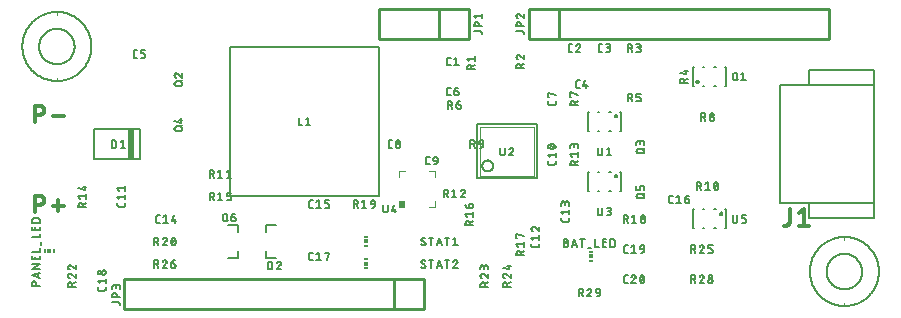
<source format=gbr>
G04 EAGLE Gerber RS-274X export*
G75*
%MOMM*%
%FSLAX34Y34*%
%LPD*%
%INSilkscreen Top*%
%IPPOS*%
%AMOC8*
5,1,8,0,0,1.08239X$1,22.5*%
G01*
%ADD10C,0.355600*%
%ADD11C,0.127000*%
%ADD12C,0.152400*%
%ADD13C,0.203200*%
%ADD14C,0.101600*%
%ADD15R,0.500000X0.500000*%
%ADD16R,0.300000X0.150000*%
%ADD17R,0.300000X0.300000*%
%ADD18R,0.150000X0.300000*%
%ADD19C,0.254000*%
%ADD20C,0.050800*%


D10*
X13169Y157988D02*
X13169Y172212D01*
X17120Y172212D01*
X17244Y172210D01*
X17368Y172204D01*
X17492Y172194D01*
X17615Y172181D01*
X17738Y172163D01*
X17860Y172142D01*
X17982Y172117D01*
X18103Y172088D01*
X18222Y172055D01*
X18341Y172019D01*
X18458Y171978D01*
X18574Y171935D01*
X18689Y171887D01*
X18802Y171836D01*
X18914Y171781D01*
X19023Y171723D01*
X19131Y171662D01*
X19237Y171597D01*
X19341Y171529D01*
X19442Y171457D01*
X19542Y171383D01*
X19638Y171305D01*
X19733Y171225D01*
X19825Y171141D01*
X19914Y171055D01*
X20000Y170966D01*
X20084Y170874D01*
X20164Y170779D01*
X20242Y170683D01*
X20316Y170583D01*
X20388Y170482D01*
X20456Y170378D01*
X20521Y170272D01*
X20582Y170164D01*
X20640Y170055D01*
X20695Y169943D01*
X20746Y169830D01*
X20794Y169715D01*
X20837Y169599D01*
X20878Y169482D01*
X20914Y169363D01*
X20947Y169244D01*
X20976Y169123D01*
X21001Y169001D01*
X21022Y168879D01*
X21040Y168756D01*
X21053Y168633D01*
X21063Y168509D01*
X21069Y168385D01*
X21071Y168261D01*
X21069Y168137D01*
X21063Y168013D01*
X21053Y167889D01*
X21040Y167766D01*
X21022Y167643D01*
X21001Y167521D01*
X20976Y167399D01*
X20947Y167278D01*
X20914Y167159D01*
X20878Y167040D01*
X20837Y166923D01*
X20794Y166807D01*
X20746Y166692D01*
X20695Y166579D01*
X20640Y166467D01*
X20582Y166358D01*
X20521Y166250D01*
X20456Y166144D01*
X20388Y166040D01*
X20316Y165939D01*
X20242Y165839D01*
X20164Y165743D01*
X20084Y165648D01*
X20000Y165556D01*
X19914Y165467D01*
X19825Y165381D01*
X19733Y165297D01*
X19638Y165217D01*
X19542Y165139D01*
X19442Y165065D01*
X19341Y164993D01*
X19237Y164925D01*
X19131Y164860D01*
X19023Y164799D01*
X18914Y164741D01*
X18802Y164686D01*
X18689Y164635D01*
X18574Y164587D01*
X18458Y164544D01*
X18341Y164503D01*
X18222Y164467D01*
X18103Y164434D01*
X17982Y164405D01*
X17860Y164380D01*
X17738Y164359D01*
X17615Y164341D01*
X17492Y164328D01*
X17368Y164318D01*
X17244Y164312D01*
X17120Y164310D01*
X13169Y164310D01*
X28149Y163520D02*
X37631Y163520D01*
X13169Y96012D02*
X13169Y81788D01*
X13169Y96012D02*
X17120Y96012D01*
X17244Y96010D01*
X17368Y96004D01*
X17492Y95994D01*
X17615Y95981D01*
X17738Y95963D01*
X17860Y95942D01*
X17982Y95917D01*
X18103Y95888D01*
X18222Y95855D01*
X18341Y95819D01*
X18458Y95778D01*
X18574Y95735D01*
X18689Y95687D01*
X18802Y95636D01*
X18914Y95581D01*
X19023Y95523D01*
X19131Y95462D01*
X19237Y95397D01*
X19341Y95329D01*
X19442Y95257D01*
X19542Y95183D01*
X19638Y95105D01*
X19733Y95025D01*
X19825Y94941D01*
X19914Y94855D01*
X20000Y94766D01*
X20084Y94674D01*
X20164Y94579D01*
X20242Y94483D01*
X20316Y94383D01*
X20388Y94282D01*
X20456Y94178D01*
X20521Y94072D01*
X20582Y93964D01*
X20640Y93855D01*
X20695Y93743D01*
X20746Y93630D01*
X20794Y93515D01*
X20837Y93399D01*
X20878Y93282D01*
X20914Y93163D01*
X20947Y93044D01*
X20976Y92923D01*
X21001Y92801D01*
X21022Y92679D01*
X21040Y92556D01*
X21053Y92433D01*
X21063Y92309D01*
X21069Y92185D01*
X21071Y92061D01*
X21069Y91937D01*
X21063Y91813D01*
X21053Y91689D01*
X21040Y91566D01*
X21022Y91443D01*
X21001Y91321D01*
X20976Y91199D01*
X20947Y91078D01*
X20914Y90959D01*
X20878Y90840D01*
X20837Y90723D01*
X20794Y90607D01*
X20746Y90492D01*
X20695Y90379D01*
X20640Y90267D01*
X20582Y90158D01*
X20521Y90050D01*
X20456Y89944D01*
X20388Y89840D01*
X20316Y89739D01*
X20242Y89639D01*
X20164Y89543D01*
X20084Y89448D01*
X20000Y89356D01*
X19914Y89267D01*
X19825Y89181D01*
X19733Y89097D01*
X19638Y89017D01*
X19542Y88939D01*
X19442Y88865D01*
X19341Y88793D01*
X19237Y88725D01*
X19131Y88660D01*
X19023Y88599D01*
X18914Y88541D01*
X18802Y88486D01*
X18689Y88435D01*
X18574Y88387D01*
X18458Y88344D01*
X18341Y88303D01*
X18222Y88267D01*
X18103Y88234D01*
X17982Y88205D01*
X17860Y88180D01*
X17738Y88159D01*
X17615Y88141D01*
X17492Y88128D01*
X17368Y88118D01*
X17244Y88112D01*
X17120Y88110D01*
X13169Y88110D01*
X28149Y87320D02*
X37631Y87320D01*
X32890Y92061D02*
X32890Y82578D01*
D11*
X723900Y189700D02*
X723900Y202200D01*
X723900Y189700D02*
X723900Y89700D01*
X723900Y77200D01*
X723900Y202200D02*
X668900Y202200D01*
X668900Y189700D01*
X668900Y77200D02*
X723900Y77200D01*
X668900Y77200D02*
X668900Y89700D01*
X643900Y89700D01*
X643900Y189700D01*
X668900Y189700D01*
X723900Y189700D01*
X723900Y89700D02*
X668900Y89700D01*
D10*
X652204Y84582D02*
X652204Y73519D01*
X652202Y73409D01*
X652196Y73298D01*
X652187Y73189D01*
X652173Y73079D01*
X652156Y72970D01*
X652135Y72862D01*
X652110Y72754D01*
X652082Y72648D01*
X652049Y72542D01*
X652013Y72438D01*
X651974Y72335D01*
X651931Y72233D01*
X651884Y72133D01*
X651834Y72035D01*
X651781Y71938D01*
X651724Y71844D01*
X651664Y71751D01*
X651600Y71661D01*
X651534Y71573D01*
X651464Y71487D01*
X651392Y71404D01*
X651317Y71323D01*
X651239Y71245D01*
X651158Y71170D01*
X651075Y71098D01*
X650989Y71028D01*
X650901Y70962D01*
X650811Y70898D01*
X650718Y70838D01*
X650624Y70781D01*
X650527Y70728D01*
X650429Y70678D01*
X650329Y70631D01*
X650227Y70588D01*
X650124Y70549D01*
X650020Y70513D01*
X649914Y70480D01*
X649808Y70452D01*
X649700Y70427D01*
X649592Y70406D01*
X649483Y70389D01*
X649373Y70375D01*
X649264Y70366D01*
X649153Y70360D01*
X649043Y70358D01*
X647462Y70358D01*
X660356Y81421D02*
X664307Y84582D01*
X664307Y70358D01*
X660356Y70358D02*
X668258Y70358D01*
D12*
X73152Y18507D02*
X73152Y17040D01*
X73150Y16966D01*
X73144Y16891D01*
X73135Y16818D01*
X73122Y16744D01*
X73105Y16672D01*
X73085Y16601D01*
X73061Y16530D01*
X73033Y16461D01*
X73002Y16394D01*
X72968Y16328D01*
X72930Y16263D01*
X72889Y16201D01*
X72845Y16141D01*
X72798Y16084D01*
X72748Y16029D01*
X72695Y15976D01*
X72640Y15926D01*
X72583Y15879D01*
X72523Y15835D01*
X72461Y15794D01*
X72396Y15756D01*
X72331Y15722D01*
X72263Y15691D01*
X72194Y15663D01*
X72123Y15639D01*
X72052Y15619D01*
X71980Y15602D01*
X71906Y15589D01*
X71833Y15580D01*
X71758Y15574D01*
X71684Y15572D01*
X68016Y15572D01*
X67942Y15574D01*
X67867Y15580D01*
X67794Y15589D01*
X67720Y15602D01*
X67648Y15619D01*
X67577Y15639D01*
X67506Y15663D01*
X67437Y15691D01*
X67370Y15722D01*
X67304Y15756D01*
X67239Y15794D01*
X67177Y15835D01*
X67117Y15879D01*
X67060Y15926D01*
X67005Y15976D01*
X66952Y16029D01*
X66902Y16084D01*
X66855Y16141D01*
X66811Y16201D01*
X66770Y16263D01*
X66732Y16328D01*
X66698Y16393D01*
X66667Y16461D01*
X66639Y16530D01*
X66615Y16601D01*
X66595Y16672D01*
X66578Y16744D01*
X66565Y16818D01*
X66556Y16891D01*
X66550Y16966D01*
X66548Y17040D01*
X66548Y18507D01*
X68016Y21704D02*
X66548Y23538D01*
X73152Y23538D01*
X73152Y21704D02*
X73152Y25373D01*
X71318Y29019D02*
X71233Y29021D01*
X71149Y29027D01*
X71065Y29037D01*
X70981Y29050D01*
X70898Y29068D01*
X70816Y29089D01*
X70735Y29114D01*
X70655Y29143D01*
X70577Y29175D01*
X70501Y29211D01*
X70426Y29251D01*
X70353Y29294D01*
X70282Y29340D01*
X70213Y29389D01*
X70146Y29442D01*
X70082Y29498D01*
X70021Y29556D01*
X69963Y29617D01*
X69907Y29681D01*
X69854Y29748D01*
X69805Y29817D01*
X69759Y29888D01*
X69716Y29961D01*
X69676Y30036D01*
X69640Y30112D01*
X69608Y30190D01*
X69579Y30270D01*
X69554Y30351D01*
X69533Y30433D01*
X69515Y30516D01*
X69502Y30600D01*
X69492Y30684D01*
X69486Y30768D01*
X69484Y30853D01*
X69486Y30938D01*
X69492Y31022D01*
X69502Y31106D01*
X69515Y31190D01*
X69533Y31273D01*
X69554Y31355D01*
X69579Y31436D01*
X69608Y31516D01*
X69640Y31594D01*
X69676Y31670D01*
X69716Y31745D01*
X69759Y31818D01*
X69805Y31889D01*
X69854Y31958D01*
X69907Y32025D01*
X69963Y32089D01*
X70021Y32150D01*
X70082Y32208D01*
X70146Y32264D01*
X70213Y32317D01*
X70282Y32366D01*
X70353Y32412D01*
X70426Y32455D01*
X70501Y32495D01*
X70577Y32531D01*
X70655Y32563D01*
X70735Y32592D01*
X70816Y32617D01*
X70898Y32638D01*
X70981Y32656D01*
X71065Y32669D01*
X71149Y32679D01*
X71233Y32685D01*
X71318Y32687D01*
X71403Y32685D01*
X71487Y32679D01*
X71571Y32669D01*
X71655Y32656D01*
X71738Y32638D01*
X71820Y32617D01*
X71901Y32592D01*
X71981Y32563D01*
X72059Y32531D01*
X72135Y32495D01*
X72210Y32455D01*
X72283Y32412D01*
X72354Y32366D01*
X72423Y32317D01*
X72490Y32264D01*
X72554Y32208D01*
X72615Y32150D01*
X72673Y32089D01*
X72729Y32025D01*
X72782Y31958D01*
X72831Y31889D01*
X72877Y31818D01*
X72920Y31745D01*
X72960Y31670D01*
X72996Y31594D01*
X73028Y31516D01*
X73057Y31436D01*
X73082Y31355D01*
X73103Y31273D01*
X73121Y31190D01*
X73134Y31106D01*
X73144Y31022D01*
X73150Y30938D01*
X73152Y30853D01*
X73150Y30768D01*
X73144Y30684D01*
X73134Y30600D01*
X73121Y30516D01*
X73103Y30433D01*
X73082Y30351D01*
X73057Y30270D01*
X73028Y30190D01*
X72996Y30112D01*
X72960Y30036D01*
X72920Y29961D01*
X72877Y29888D01*
X72831Y29817D01*
X72782Y29748D01*
X72729Y29681D01*
X72673Y29617D01*
X72615Y29556D01*
X72554Y29498D01*
X72490Y29442D01*
X72423Y29389D01*
X72354Y29340D01*
X72283Y29294D01*
X72210Y29251D01*
X72135Y29211D01*
X72059Y29175D01*
X71981Y29143D01*
X71901Y29114D01*
X71820Y29089D01*
X71738Y29068D01*
X71655Y29050D01*
X71571Y29037D01*
X71487Y29027D01*
X71403Y29021D01*
X71318Y29019D01*
X68016Y29385D02*
X67940Y29387D01*
X67865Y29393D01*
X67790Y29402D01*
X67716Y29416D01*
X67642Y29433D01*
X67570Y29455D01*
X67498Y29479D01*
X67428Y29508D01*
X67360Y29540D01*
X67293Y29575D01*
X67228Y29614D01*
X67165Y29657D01*
X67105Y29702D01*
X67047Y29750D01*
X66991Y29802D01*
X66939Y29856D01*
X66889Y29913D01*
X66842Y29972D01*
X66798Y30033D01*
X66757Y30097D01*
X66720Y30163D01*
X66686Y30231D01*
X66656Y30300D01*
X66629Y30371D01*
X66606Y30443D01*
X66587Y30516D01*
X66572Y30590D01*
X66560Y30665D01*
X66552Y30740D01*
X66548Y30815D01*
X66548Y30891D01*
X66552Y30966D01*
X66560Y31041D01*
X66572Y31116D01*
X66587Y31190D01*
X66606Y31263D01*
X66629Y31335D01*
X66656Y31406D01*
X66686Y31475D01*
X66720Y31543D01*
X66757Y31609D01*
X66798Y31673D01*
X66842Y31734D01*
X66889Y31793D01*
X66939Y31850D01*
X66991Y31904D01*
X67047Y31956D01*
X67105Y32004D01*
X67165Y32049D01*
X67228Y32092D01*
X67293Y32131D01*
X67360Y32166D01*
X67428Y32198D01*
X67498Y32227D01*
X67570Y32251D01*
X67642Y32273D01*
X67716Y32290D01*
X67790Y32304D01*
X67865Y32313D01*
X67940Y32319D01*
X68016Y32321D01*
X68092Y32319D01*
X68167Y32313D01*
X68242Y32304D01*
X68316Y32290D01*
X68390Y32273D01*
X68462Y32251D01*
X68534Y32227D01*
X68604Y32198D01*
X68672Y32166D01*
X68739Y32131D01*
X68804Y32092D01*
X68867Y32049D01*
X68927Y32004D01*
X68985Y31956D01*
X69041Y31904D01*
X69093Y31850D01*
X69143Y31793D01*
X69190Y31734D01*
X69234Y31673D01*
X69275Y31609D01*
X69312Y31543D01*
X69346Y31475D01*
X69376Y31406D01*
X69403Y31335D01*
X69426Y31263D01*
X69445Y31190D01*
X69460Y31116D01*
X69472Y31041D01*
X69480Y30966D01*
X69484Y30891D01*
X69484Y30815D01*
X69480Y30740D01*
X69472Y30665D01*
X69460Y30590D01*
X69445Y30516D01*
X69426Y30443D01*
X69403Y30371D01*
X69376Y30300D01*
X69346Y30231D01*
X69312Y30163D01*
X69275Y30097D01*
X69234Y30033D01*
X69190Y29972D01*
X69143Y29913D01*
X69093Y29856D01*
X69041Y29802D01*
X68985Y29750D01*
X68927Y29702D01*
X68867Y29657D01*
X68804Y29614D01*
X68739Y29575D01*
X68672Y29540D01*
X68604Y29508D01*
X68534Y29479D01*
X68462Y29455D01*
X68390Y29433D01*
X68316Y29416D01*
X68242Y29402D01*
X68167Y29393D01*
X68092Y29387D01*
X68016Y29385D01*
X345817Y122428D02*
X347285Y122428D01*
X345817Y122428D02*
X345743Y122430D01*
X345668Y122436D01*
X345595Y122445D01*
X345521Y122458D01*
X345449Y122475D01*
X345378Y122495D01*
X345307Y122519D01*
X345238Y122547D01*
X345171Y122578D01*
X345105Y122612D01*
X345040Y122650D01*
X344978Y122691D01*
X344918Y122735D01*
X344861Y122782D01*
X344806Y122832D01*
X344753Y122885D01*
X344703Y122940D01*
X344656Y122997D01*
X344612Y123057D01*
X344571Y123119D01*
X344533Y123184D01*
X344499Y123250D01*
X344468Y123317D01*
X344440Y123386D01*
X344416Y123457D01*
X344396Y123528D01*
X344379Y123600D01*
X344366Y123674D01*
X344357Y123747D01*
X344351Y123822D01*
X344349Y123896D01*
X344350Y123896D02*
X344350Y127564D01*
X344349Y127564D02*
X344351Y127638D01*
X344357Y127713D01*
X344366Y127786D01*
X344379Y127860D01*
X344396Y127932D01*
X344416Y128003D01*
X344440Y128074D01*
X344468Y128143D01*
X344499Y128210D01*
X344533Y128276D01*
X344571Y128341D01*
X344612Y128403D01*
X344656Y128463D01*
X344703Y128520D01*
X344753Y128575D01*
X344806Y128628D01*
X344861Y128678D01*
X344918Y128725D01*
X344978Y128769D01*
X345040Y128810D01*
X345105Y128848D01*
X345170Y128882D01*
X345238Y128913D01*
X345307Y128941D01*
X345378Y128965D01*
X345449Y128985D01*
X345521Y129002D01*
X345595Y129015D01*
X345668Y129024D01*
X345743Y129030D01*
X345817Y129032D01*
X347285Y129032D01*
X351949Y125363D02*
X354150Y125363D01*
X351949Y125363D02*
X351875Y125365D01*
X351800Y125371D01*
X351727Y125380D01*
X351653Y125393D01*
X351581Y125410D01*
X351510Y125430D01*
X351439Y125454D01*
X351370Y125482D01*
X351303Y125513D01*
X351237Y125547D01*
X351172Y125585D01*
X351110Y125626D01*
X351050Y125670D01*
X350993Y125717D01*
X350938Y125767D01*
X350885Y125820D01*
X350835Y125875D01*
X350788Y125932D01*
X350744Y125992D01*
X350703Y126054D01*
X350665Y126119D01*
X350631Y126185D01*
X350600Y126252D01*
X350572Y126321D01*
X350548Y126392D01*
X350528Y126463D01*
X350511Y126535D01*
X350498Y126609D01*
X350489Y126682D01*
X350483Y126757D01*
X350481Y126831D01*
X350481Y127198D01*
X350482Y127198D02*
X350484Y127283D01*
X350490Y127367D01*
X350500Y127451D01*
X350513Y127535D01*
X350531Y127618D01*
X350552Y127700D01*
X350577Y127781D01*
X350606Y127861D01*
X350638Y127939D01*
X350674Y128015D01*
X350714Y128090D01*
X350757Y128163D01*
X350803Y128234D01*
X350852Y128303D01*
X350905Y128370D01*
X350961Y128434D01*
X351019Y128495D01*
X351080Y128553D01*
X351144Y128609D01*
X351211Y128662D01*
X351280Y128711D01*
X351351Y128757D01*
X351424Y128800D01*
X351499Y128840D01*
X351575Y128876D01*
X351653Y128908D01*
X351733Y128937D01*
X351814Y128962D01*
X351896Y128983D01*
X351979Y129001D01*
X352063Y129014D01*
X352147Y129024D01*
X352231Y129030D01*
X352316Y129032D01*
X352401Y129030D01*
X352485Y129024D01*
X352569Y129014D01*
X352653Y129001D01*
X352736Y128983D01*
X352818Y128962D01*
X352899Y128937D01*
X352979Y128908D01*
X353057Y128876D01*
X353133Y128840D01*
X353208Y128800D01*
X353281Y128757D01*
X353352Y128711D01*
X353421Y128662D01*
X353488Y128609D01*
X353552Y128553D01*
X353613Y128495D01*
X353671Y128434D01*
X353727Y128370D01*
X353780Y128303D01*
X353829Y128234D01*
X353875Y128163D01*
X353918Y128090D01*
X353958Y128015D01*
X353994Y127939D01*
X354026Y127861D01*
X354055Y127781D01*
X354080Y127700D01*
X354101Y127618D01*
X354119Y127535D01*
X354132Y127451D01*
X354142Y127367D01*
X354148Y127283D01*
X354150Y127198D01*
X354150Y125363D01*
X354148Y125256D01*
X354142Y125149D01*
X354132Y125042D01*
X354119Y124936D01*
X354101Y124830D01*
X354080Y124725D01*
X354055Y124621D01*
X354026Y124517D01*
X353993Y124415D01*
X353956Y124315D01*
X353916Y124215D01*
X353872Y124117D01*
X353825Y124021D01*
X353774Y123927D01*
X353720Y123834D01*
X353663Y123744D01*
X353602Y123655D01*
X353538Y123569D01*
X353471Y123486D01*
X353401Y123404D01*
X353328Y123326D01*
X353252Y123250D01*
X353174Y123177D01*
X353092Y123107D01*
X353009Y123040D01*
X352923Y122976D01*
X352834Y122915D01*
X352744Y122858D01*
X352651Y122804D01*
X352557Y122753D01*
X352461Y122705D01*
X352363Y122662D01*
X352263Y122622D01*
X352163Y122585D01*
X352061Y122552D01*
X351957Y122523D01*
X351853Y122498D01*
X351748Y122477D01*
X351642Y122459D01*
X351536Y122446D01*
X351429Y122436D01*
X351322Y122430D01*
X351215Y122428D01*
X89662Y89627D02*
X89662Y88160D01*
X89660Y88086D01*
X89654Y88011D01*
X89645Y87938D01*
X89632Y87864D01*
X89615Y87792D01*
X89595Y87721D01*
X89571Y87650D01*
X89543Y87581D01*
X89512Y87514D01*
X89478Y87448D01*
X89440Y87383D01*
X89399Y87321D01*
X89355Y87261D01*
X89308Y87204D01*
X89258Y87149D01*
X89205Y87096D01*
X89150Y87046D01*
X89093Y86999D01*
X89033Y86955D01*
X88971Y86914D01*
X88906Y86876D01*
X88841Y86842D01*
X88773Y86811D01*
X88704Y86783D01*
X88633Y86759D01*
X88562Y86739D01*
X88490Y86722D01*
X88416Y86709D01*
X88343Y86700D01*
X88268Y86694D01*
X88194Y86692D01*
X84526Y86692D01*
X84452Y86694D01*
X84377Y86700D01*
X84304Y86709D01*
X84230Y86722D01*
X84158Y86739D01*
X84087Y86759D01*
X84016Y86783D01*
X83947Y86811D01*
X83880Y86842D01*
X83814Y86876D01*
X83749Y86914D01*
X83687Y86955D01*
X83627Y86999D01*
X83570Y87046D01*
X83515Y87096D01*
X83462Y87149D01*
X83412Y87204D01*
X83365Y87261D01*
X83321Y87321D01*
X83280Y87383D01*
X83242Y87448D01*
X83208Y87513D01*
X83177Y87581D01*
X83149Y87650D01*
X83125Y87721D01*
X83105Y87792D01*
X83088Y87864D01*
X83075Y87938D01*
X83066Y88011D01*
X83060Y88086D01*
X83058Y88160D01*
X83058Y89627D01*
X84526Y92824D02*
X83058Y94658D01*
X89662Y94658D01*
X89662Y92824D02*
X89662Y96493D01*
X84526Y100139D02*
X83058Y101973D01*
X89662Y101973D01*
X89662Y100139D02*
X89662Y103808D01*
X314067Y136398D02*
X315535Y136398D01*
X314067Y136398D02*
X313993Y136400D01*
X313918Y136406D01*
X313845Y136415D01*
X313771Y136428D01*
X313699Y136445D01*
X313628Y136465D01*
X313557Y136489D01*
X313488Y136517D01*
X313421Y136548D01*
X313355Y136582D01*
X313290Y136620D01*
X313228Y136661D01*
X313168Y136705D01*
X313111Y136752D01*
X313056Y136802D01*
X313003Y136855D01*
X312953Y136910D01*
X312906Y136967D01*
X312862Y137027D01*
X312821Y137089D01*
X312783Y137154D01*
X312749Y137220D01*
X312718Y137287D01*
X312690Y137356D01*
X312666Y137427D01*
X312646Y137498D01*
X312629Y137570D01*
X312616Y137644D01*
X312607Y137717D01*
X312601Y137792D01*
X312599Y137866D01*
X312600Y137866D02*
X312600Y141534D01*
X312599Y141534D02*
X312601Y141608D01*
X312607Y141683D01*
X312616Y141756D01*
X312629Y141830D01*
X312646Y141902D01*
X312666Y141973D01*
X312690Y142044D01*
X312718Y142113D01*
X312749Y142180D01*
X312783Y142246D01*
X312821Y142311D01*
X312862Y142373D01*
X312906Y142433D01*
X312953Y142490D01*
X313003Y142545D01*
X313056Y142598D01*
X313111Y142648D01*
X313168Y142695D01*
X313228Y142739D01*
X313290Y142780D01*
X313355Y142818D01*
X313420Y142852D01*
X313488Y142883D01*
X313557Y142911D01*
X313628Y142935D01*
X313699Y142955D01*
X313771Y142972D01*
X313845Y142985D01*
X313918Y142994D01*
X313993Y143000D01*
X314067Y143002D01*
X315535Y143002D01*
X318732Y138232D02*
X318734Y138317D01*
X318740Y138401D01*
X318750Y138485D01*
X318763Y138569D01*
X318781Y138652D01*
X318802Y138734D01*
X318827Y138815D01*
X318856Y138895D01*
X318888Y138973D01*
X318924Y139049D01*
X318964Y139124D01*
X319007Y139197D01*
X319053Y139268D01*
X319102Y139337D01*
X319155Y139404D01*
X319211Y139468D01*
X319269Y139529D01*
X319330Y139587D01*
X319394Y139643D01*
X319461Y139696D01*
X319530Y139745D01*
X319601Y139791D01*
X319674Y139834D01*
X319749Y139874D01*
X319825Y139910D01*
X319903Y139942D01*
X319983Y139971D01*
X320064Y139996D01*
X320146Y140017D01*
X320229Y140035D01*
X320313Y140048D01*
X320397Y140058D01*
X320481Y140064D01*
X320566Y140066D01*
X320651Y140064D01*
X320735Y140058D01*
X320819Y140048D01*
X320903Y140035D01*
X320986Y140017D01*
X321068Y139996D01*
X321149Y139971D01*
X321229Y139942D01*
X321307Y139910D01*
X321383Y139874D01*
X321458Y139834D01*
X321531Y139791D01*
X321602Y139745D01*
X321671Y139696D01*
X321738Y139643D01*
X321802Y139587D01*
X321863Y139529D01*
X321921Y139468D01*
X321977Y139404D01*
X322030Y139337D01*
X322079Y139268D01*
X322125Y139197D01*
X322168Y139124D01*
X322208Y139049D01*
X322244Y138973D01*
X322276Y138895D01*
X322305Y138815D01*
X322330Y138734D01*
X322351Y138652D01*
X322369Y138569D01*
X322382Y138485D01*
X322392Y138401D01*
X322398Y138317D01*
X322400Y138232D01*
X322398Y138147D01*
X322392Y138063D01*
X322382Y137979D01*
X322369Y137895D01*
X322351Y137812D01*
X322330Y137730D01*
X322305Y137649D01*
X322276Y137569D01*
X322244Y137491D01*
X322208Y137415D01*
X322168Y137340D01*
X322125Y137267D01*
X322079Y137196D01*
X322030Y137127D01*
X321977Y137060D01*
X321921Y136996D01*
X321863Y136935D01*
X321802Y136877D01*
X321738Y136821D01*
X321671Y136768D01*
X321602Y136719D01*
X321531Y136673D01*
X321458Y136630D01*
X321383Y136590D01*
X321307Y136554D01*
X321229Y136522D01*
X321149Y136493D01*
X321068Y136468D01*
X320986Y136447D01*
X320903Y136429D01*
X320819Y136416D01*
X320735Y136406D01*
X320651Y136400D01*
X320566Y136398D01*
X320481Y136400D01*
X320397Y136406D01*
X320313Y136416D01*
X320229Y136429D01*
X320146Y136447D01*
X320064Y136468D01*
X319983Y136493D01*
X319903Y136522D01*
X319825Y136554D01*
X319749Y136590D01*
X319674Y136630D01*
X319601Y136673D01*
X319530Y136719D01*
X319461Y136768D01*
X319394Y136821D01*
X319330Y136877D01*
X319269Y136935D01*
X319211Y136996D01*
X319155Y137060D01*
X319102Y137127D01*
X319053Y137196D01*
X319007Y137267D01*
X318964Y137340D01*
X318924Y137415D01*
X318888Y137491D01*
X318856Y137569D01*
X318827Y137649D01*
X318802Y137730D01*
X318781Y137812D01*
X318763Y137895D01*
X318750Y137979D01*
X318740Y138063D01*
X318734Y138147D01*
X318732Y138232D01*
X319098Y141534D02*
X319100Y141610D01*
X319106Y141685D01*
X319115Y141760D01*
X319129Y141834D01*
X319146Y141908D01*
X319168Y141980D01*
X319192Y142052D01*
X319221Y142122D01*
X319253Y142190D01*
X319288Y142257D01*
X319327Y142322D01*
X319370Y142385D01*
X319415Y142445D01*
X319463Y142503D01*
X319515Y142559D01*
X319569Y142611D01*
X319626Y142661D01*
X319685Y142708D01*
X319746Y142752D01*
X319810Y142793D01*
X319876Y142830D01*
X319944Y142864D01*
X320013Y142894D01*
X320084Y142921D01*
X320156Y142944D01*
X320229Y142963D01*
X320303Y142978D01*
X320378Y142990D01*
X320453Y142998D01*
X320528Y143002D01*
X320604Y143002D01*
X320679Y142998D01*
X320754Y142990D01*
X320829Y142978D01*
X320903Y142963D01*
X320976Y142944D01*
X321048Y142921D01*
X321119Y142894D01*
X321188Y142864D01*
X321256Y142830D01*
X321322Y142793D01*
X321386Y142752D01*
X321447Y142708D01*
X321506Y142661D01*
X321563Y142611D01*
X321617Y142559D01*
X321669Y142503D01*
X321717Y142445D01*
X321762Y142385D01*
X321805Y142322D01*
X321844Y142257D01*
X321879Y142190D01*
X321911Y142122D01*
X321940Y142052D01*
X321964Y141980D01*
X321986Y141908D01*
X322003Y141834D01*
X322017Y141760D01*
X322026Y141685D01*
X322032Y141610D01*
X322034Y141534D01*
X322032Y141458D01*
X322026Y141383D01*
X322017Y141308D01*
X322003Y141234D01*
X321986Y141160D01*
X321964Y141088D01*
X321940Y141016D01*
X321911Y140946D01*
X321879Y140878D01*
X321844Y140811D01*
X321805Y140746D01*
X321762Y140683D01*
X321717Y140623D01*
X321669Y140565D01*
X321617Y140509D01*
X321563Y140457D01*
X321506Y140407D01*
X321447Y140360D01*
X321386Y140316D01*
X321322Y140275D01*
X321256Y140238D01*
X321188Y140204D01*
X321119Y140174D01*
X321048Y140147D01*
X320976Y140124D01*
X320903Y140105D01*
X320829Y140090D01*
X320754Y140078D01*
X320679Y140070D01*
X320604Y140066D01*
X320528Y140066D01*
X320453Y140070D01*
X320378Y140078D01*
X320303Y140090D01*
X320229Y140105D01*
X320156Y140124D01*
X320084Y140147D01*
X320013Y140174D01*
X319944Y140204D01*
X319876Y140238D01*
X319810Y140275D01*
X319746Y140316D01*
X319685Y140360D01*
X319626Y140407D01*
X319569Y140457D01*
X319515Y140509D01*
X319463Y140565D01*
X319415Y140623D01*
X319370Y140683D01*
X319327Y140746D01*
X319288Y140811D01*
X319253Y140878D01*
X319221Y140946D01*
X319192Y141016D01*
X319168Y141088D01*
X319146Y141160D01*
X319129Y141234D01*
X319115Y141308D01*
X319106Y141383D01*
X319100Y141458D01*
X319098Y141534D01*
X248377Y41148D02*
X246910Y41148D01*
X246836Y41150D01*
X246761Y41156D01*
X246688Y41165D01*
X246614Y41178D01*
X246542Y41195D01*
X246471Y41215D01*
X246400Y41239D01*
X246331Y41267D01*
X246264Y41298D01*
X246198Y41332D01*
X246133Y41370D01*
X246071Y41411D01*
X246011Y41455D01*
X245954Y41502D01*
X245899Y41552D01*
X245846Y41605D01*
X245796Y41660D01*
X245749Y41717D01*
X245705Y41777D01*
X245664Y41839D01*
X245626Y41904D01*
X245592Y41970D01*
X245561Y42037D01*
X245533Y42106D01*
X245509Y42177D01*
X245489Y42248D01*
X245472Y42320D01*
X245459Y42394D01*
X245450Y42467D01*
X245444Y42542D01*
X245442Y42616D01*
X245442Y46284D01*
X245444Y46358D01*
X245450Y46433D01*
X245459Y46506D01*
X245472Y46580D01*
X245489Y46652D01*
X245509Y46723D01*
X245533Y46794D01*
X245561Y46863D01*
X245592Y46930D01*
X245626Y46996D01*
X245664Y47061D01*
X245705Y47123D01*
X245749Y47183D01*
X245796Y47240D01*
X245846Y47295D01*
X245899Y47348D01*
X245954Y47398D01*
X246011Y47445D01*
X246071Y47489D01*
X246133Y47530D01*
X246198Y47568D01*
X246263Y47602D01*
X246331Y47633D01*
X246400Y47661D01*
X246471Y47685D01*
X246542Y47705D01*
X246614Y47722D01*
X246688Y47735D01*
X246761Y47744D01*
X246836Y47750D01*
X246910Y47752D01*
X248377Y47752D01*
X251574Y46284D02*
X253408Y47752D01*
X253408Y41148D01*
X251574Y41148D02*
X255243Y41148D01*
X258889Y47018D02*
X258889Y47752D01*
X262558Y47752D01*
X260723Y41148D01*
X118837Y72898D02*
X117370Y72898D01*
X117296Y72900D01*
X117221Y72906D01*
X117148Y72915D01*
X117074Y72928D01*
X117002Y72945D01*
X116931Y72965D01*
X116860Y72989D01*
X116791Y73017D01*
X116724Y73048D01*
X116658Y73082D01*
X116593Y73120D01*
X116531Y73161D01*
X116471Y73205D01*
X116414Y73252D01*
X116359Y73302D01*
X116306Y73355D01*
X116256Y73410D01*
X116209Y73467D01*
X116165Y73527D01*
X116124Y73589D01*
X116086Y73654D01*
X116052Y73720D01*
X116021Y73787D01*
X115993Y73856D01*
X115969Y73927D01*
X115949Y73998D01*
X115932Y74070D01*
X115919Y74144D01*
X115910Y74217D01*
X115904Y74292D01*
X115902Y74366D01*
X115902Y78034D01*
X115904Y78108D01*
X115910Y78183D01*
X115919Y78256D01*
X115932Y78330D01*
X115949Y78402D01*
X115969Y78473D01*
X115993Y78544D01*
X116021Y78613D01*
X116052Y78680D01*
X116086Y78746D01*
X116124Y78811D01*
X116165Y78873D01*
X116209Y78933D01*
X116256Y78990D01*
X116306Y79045D01*
X116359Y79098D01*
X116414Y79148D01*
X116471Y79195D01*
X116531Y79239D01*
X116593Y79280D01*
X116658Y79318D01*
X116723Y79352D01*
X116791Y79383D01*
X116860Y79411D01*
X116931Y79435D01*
X117002Y79455D01*
X117074Y79472D01*
X117148Y79485D01*
X117221Y79494D01*
X117296Y79500D01*
X117370Y79502D01*
X118837Y79502D01*
X122034Y78034D02*
X123868Y79502D01*
X123868Y72898D01*
X122034Y72898D02*
X125703Y72898D01*
X129349Y74366D02*
X130816Y79502D01*
X129349Y74366D02*
X133018Y74366D01*
X131917Y75833D02*
X131917Y72898D01*
X246910Y85598D02*
X248377Y85598D01*
X246910Y85598D02*
X246836Y85600D01*
X246761Y85606D01*
X246688Y85615D01*
X246614Y85628D01*
X246542Y85645D01*
X246471Y85665D01*
X246400Y85689D01*
X246331Y85717D01*
X246264Y85748D01*
X246198Y85782D01*
X246133Y85820D01*
X246071Y85861D01*
X246011Y85905D01*
X245954Y85952D01*
X245899Y86002D01*
X245846Y86055D01*
X245796Y86110D01*
X245749Y86167D01*
X245705Y86227D01*
X245664Y86289D01*
X245626Y86354D01*
X245592Y86420D01*
X245561Y86487D01*
X245533Y86556D01*
X245509Y86627D01*
X245489Y86698D01*
X245472Y86770D01*
X245459Y86844D01*
X245450Y86917D01*
X245444Y86992D01*
X245442Y87066D01*
X245442Y90734D01*
X245444Y90808D01*
X245450Y90883D01*
X245459Y90956D01*
X245472Y91030D01*
X245489Y91102D01*
X245509Y91173D01*
X245533Y91244D01*
X245561Y91313D01*
X245592Y91380D01*
X245626Y91446D01*
X245664Y91511D01*
X245705Y91573D01*
X245749Y91633D01*
X245796Y91690D01*
X245846Y91745D01*
X245899Y91798D01*
X245954Y91848D01*
X246011Y91895D01*
X246071Y91939D01*
X246133Y91980D01*
X246198Y92018D01*
X246263Y92052D01*
X246331Y92083D01*
X246400Y92111D01*
X246471Y92135D01*
X246542Y92155D01*
X246614Y92172D01*
X246688Y92185D01*
X246761Y92194D01*
X246836Y92200D01*
X246910Y92202D01*
X248377Y92202D01*
X251574Y90734D02*
X253408Y92202D01*
X253408Y85598D01*
X251574Y85598D02*
X255243Y85598D01*
X258889Y85598D02*
X261090Y85598D01*
X261164Y85600D01*
X261239Y85606D01*
X261312Y85615D01*
X261386Y85628D01*
X261458Y85645D01*
X261529Y85665D01*
X261600Y85689D01*
X261669Y85717D01*
X261736Y85748D01*
X261802Y85782D01*
X261867Y85820D01*
X261929Y85861D01*
X261989Y85905D01*
X262046Y85952D01*
X262101Y86002D01*
X262154Y86055D01*
X262204Y86110D01*
X262251Y86167D01*
X262295Y86227D01*
X262336Y86289D01*
X262374Y86354D01*
X262408Y86419D01*
X262439Y86487D01*
X262467Y86556D01*
X262491Y86627D01*
X262511Y86698D01*
X262528Y86770D01*
X262541Y86844D01*
X262550Y86917D01*
X262556Y86992D01*
X262558Y87066D01*
X262558Y87799D01*
X262556Y87873D01*
X262550Y87948D01*
X262541Y88021D01*
X262528Y88095D01*
X262511Y88167D01*
X262491Y88238D01*
X262467Y88309D01*
X262439Y88378D01*
X262408Y88445D01*
X262374Y88511D01*
X262336Y88576D01*
X262295Y88638D01*
X262251Y88698D01*
X262204Y88755D01*
X262154Y88810D01*
X262101Y88863D01*
X262046Y88913D01*
X261989Y88960D01*
X261929Y89004D01*
X261867Y89045D01*
X261802Y89083D01*
X261736Y89117D01*
X261669Y89148D01*
X261600Y89176D01*
X261529Y89200D01*
X261458Y89220D01*
X261386Y89237D01*
X261312Y89250D01*
X261239Y89259D01*
X261164Y89265D01*
X261090Y89267D01*
X258889Y89267D01*
X258889Y92202D01*
X262558Y92202D01*
X99635Y212598D02*
X98167Y212598D01*
X98093Y212600D01*
X98018Y212606D01*
X97945Y212615D01*
X97871Y212628D01*
X97799Y212645D01*
X97728Y212665D01*
X97657Y212689D01*
X97588Y212717D01*
X97521Y212748D01*
X97455Y212782D01*
X97390Y212820D01*
X97328Y212861D01*
X97268Y212905D01*
X97211Y212952D01*
X97156Y213002D01*
X97103Y213055D01*
X97053Y213110D01*
X97006Y213167D01*
X96962Y213227D01*
X96921Y213289D01*
X96883Y213354D01*
X96849Y213420D01*
X96818Y213487D01*
X96790Y213556D01*
X96766Y213627D01*
X96746Y213698D01*
X96729Y213770D01*
X96716Y213844D01*
X96707Y213917D01*
X96701Y213992D01*
X96699Y214066D01*
X96700Y214066D02*
X96700Y217734D01*
X96699Y217734D02*
X96701Y217808D01*
X96707Y217883D01*
X96716Y217956D01*
X96729Y218030D01*
X96746Y218102D01*
X96766Y218173D01*
X96790Y218244D01*
X96818Y218313D01*
X96849Y218380D01*
X96883Y218446D01*
X96921Y218511D01*
X96962Y218573D01*
X97006Y218633D01*
X97053Y218690D01*
X97103Y218745D01*
X97156Y218798D01*
X97211Y218848D01*
X97268Y218895D01*
X97328Y218939D01*
X97390Y218980D01*
X97455Y219018D01*
X97520Y219052D01*
X97588Y219083D01*
X97657Y219111D01*
X97728Y219135D01*
X97799Y219155D01*
X97871Y219172D01*
X97945Y219185D01*
X98018Y219194D01*
X98093Y219200D01*
X98167Y219202D01*
X99635Y219202D01*
X102831Y212598D02*
X105033Y212598D01*
X105107Y212600D01*
X105182Y212606D01*
X105255Y212615D01*
X105329Y212628D01*
X105401Y212645D01*
X105472Y212665D01*
X105543Y212689D01*
X105612Y212717D01*
X105679Y212748D01*
X105745Y212782D01*
X105810Y212820D01*
X105872Y212861D01*
X105932Y212905D01*
X105989Y212952D01*
X106044Y213002D01*
X106097Y213055D01*
X106147Y213110D01*
X106194Y213167D01*
X106238Y213227D01*
X106279Y213289D01*
X106317Y213354D01*
X106351Y213419D01*
X106382Y213487D01*
X106410Y213556D01*
X106434Y213627D01*
X106454Y213698D01*
X106471Y213770D01*
X106484Y213844D01*
X106493Y213917D01*
X106499Y213992D01*
X106501Y214066D01*
X106500Y214066D02*
X106500Y214799D01*
X106501Y214799D02*
X106499Y214873D01*
X106493Y214948D01*
X106484Y215021D01*
X106471Y215095D01*
X106454Y215167D01*
X106434Y215238D01*
X106410Y215309D01*
X106382Y215378D01*
X106351Y215445D01*
X106317Y215511D01*
X106279Y215576D01*
X106238Y215638D01*
X106194Y215698D01*
X106147Y215755D01*
X106097Y215810D01*
X106044Y215863D01*
X105989Y215913D01*
X105932Y215960D01*
X105872Y216004D01*
X105810Y216045D01*
X105745Y216083D01*
X105679Y216117D01*
X105612Y216148D01*
X105543Y216176D01*
X105472Y216200D01*
X105401Y216220D01*
X105329Y216237D01*
X105255Y216250D01*
X105182Y216259D01*
X105107Y216265D01*
X105033Y216267D01*
X102831Y216267D01*
X102831Y219202D01*
X106500Y219202D01*
X363597Y206248D02*
X365065Y206248D01*
X363597Y206248D02*
X363523Y206250D01*
X363448Y206256D01*
X363375Y206265D01*
X363301Y206278D01*
X363229Y206295D01*
X363158Y206315D01*
X363087Y206339D01*
X363018Y206367D01*
X362951Y206398D01*
X362885Y206432D01*
X362820Y206470D01*
X362758Y206511D01*
X362698Y206555D01*
X362641Y206602D01*
X362586Y206652D01*
X362533Y206705D01*
X362483Y206760D01*
X362436Y206817D01*
X362392Y206877D01*
X362351Y206939D01*
X362313Y207004D01*
X362279Y207070D01*
X362248Y207137D01*
X362220Y207206D01*
X362196Y207277D01*
X362176Y207348D01*
X362159Y207420D01*
X362146Y207494D01*
X362137Y207567D01*
X362131Y207642D01*
X362129Y207716D01*
X362130Y207716D02*
X362130Y211384D01*
X362129Y211384D02*
X362131Y211458D01*
X362137Y211533D01*
X362146Y211606D01*
X362159Y211680D01*
X362176Y211752D01*
X362196Y211823D01*
X362220Y211894D01*
X362248Y211963D01*
X362279Y212030D01*
X362313Y212096D01*
X362351Y212161D01*
X362392Y212223D01*
X362436Y212283D01*
X362483Y212340D01*
X362533Y212395D01*
X362586Y212448D01*
X362641Y212498D01*
X362698Y212545D01*
X362758Y212589D01*
X362820Y212630D01*
X362885Y212668D01*
X362950Y212702D01*
X363018Y212733D01*
X363087Y212761D01*
X363158Y212785D01*
X363229Y212805D01*
X363301Y212822D01*
X363375Y212835D01*
X363448Y212844D01*
X363523Y212850D01*
X363597Y212852D01*
X365065Y212852D01*
X368261Y211384D02*
X370096Y212852D01*
X370096Y206248D01*
X371930Y206248D02*
X368261Y206248D01*
X365065Y180848D02*
X363597Y180848D01*
X363523Y180850D01*
X363448Y180856D01*
X363375Y180865D01*
X363301Y180878D01*
X363229Y180895D01*
X363158Y180915D01*
X363087Y180939D01*
X363018Y180967D01*
X362951Y180998D01*
X362885Y181032D01*
X362820Y181070D01*
X362758Y181111D01*
X362698Y181155D01*
X362641Y181202D01*
X362586Y181252D01*
X362533Y181305D01*
X362483Y181360D01*
X362436Y181417D01*
X362392Y181477D01*
X362351Y181539D01*
X362313Y181604D01*
X362279Y181670D01*
X362248Y181737D01*
X362220Y181806D01*
X362196Y181877D01*
X362176Y181948D01*
X362159Y182020D01*
X362146Y182094D01*
X362137Y182167D01*
X362131Y182242D01*
X362129Y182316D01*
X362130Y182316D02*
X362130Y185984D01*
X362129Y185984D02*
X362131Y186058D01*
X362137Y186133D01*
X362146Y186206D01*
X362159Y186280D01*
X362176Y186352D01*
X362196Y186423D01*
X362220Y186494D01*
X362248Y186563D01*
X362279Y186630D01*
X362313Y186696D01*
X362351Y186761D01*
X362392Y186823D01*
X362436Y186883D01*
X362483Y186940D01*
X362533Y186995D01*
X362586Y187048D01*
X362641Y187098D01*
X362698Y187145D01*
X362758Y187189D01*
X362820Y187230D01*
X362885Y187268D01*
X362950Y187302D01*
X363018Y187333D01*
X363087Y187361D01*
X363158Y187385D01*
X363229Y187405D01*
X363301Y187422D01*
X363375Y187435D01*
X363448Y187444D01*
X363523Y187450D01*
X363597Y187452D01*
X365065Y187452D01*
X368261Y184517D02*
X370463Y184517D01*
X370537Y184515D01*
X370612Y184509D01*
X370685Y184500D01*
X370759Y184487D01*
X370831Y184470D01*
X370902Y184450D01*
X370973Y184426D01*
X371042Y184398D01*
X371109Y184367D01*
X371175Y184333D01*
X371240Y184295D01*
X371302Y184254D01*
X371362Y184210D01*
X371419Y184163D01*
X371474Y184113D01*
X371527Y184060D01*
X371577Y184005D01*
X371624Y183948D01*
X371668Y183888D01*
X371709Y183826D01*
X371747Y183761D01*
X371781Y183695D01*
X371812Y183628D01*
X371840Y183559D01*
X371864Y183488D01*
X371884Y183417D01*
X371901Y183345D01*
X371914Y183271D01*
X371923Y183198D01*
X371929Y183123D01*
X371931Y183049D01*
X371930Y183049D02*
X371930Y182682D01*
X371928Y182597D01*
X371922Y182513D01*
X371912Y182429D01*
X371899Y182345D01*
X371881Y182262D01*
X371860Y182180D01*
X371835Y182099D01*
X371806Y182019D01*
X371774Y181941D01*
X371738Y181865D01*
X371698Y181790D01*
X371655Y181717D01*
X371609Y181646D01*
X371560Y181577D01*
X371507Y181510D01*
X371451Y181446D01*
X371393Y181385D01*
X371332Y181327D01*
X371268Y181271D01*
X371201Y181218D01*
X371132Y181169D01*
X371061Y181123D01*
X370988Y181080D01*
X370913Y181040D01*
X370837Y181004D01*
X370759Y180972D01*
X370679Y180943D01*
X370598Y180918D01*
X370516Y180897D01*
X370433Y180879D01*
X370349Y180866D01*
X370265Y180856D01*
X370181Y180850D01*
X370096Y180848D01*
X370011Y180850D01*
X369927Y180856D01*
X369843Y180866D01*
X369759Y180879D01*
X369676Y180897D01*
X369594Y180918D01*
X369513Y180943D01*
X369433Y180972D01*
X369355Y181004D01*
X369279Y181040D01*
X369204Y181080D01*
X369131Y181123D01*
X369060Y181169D01*
X368991Y181218D01*
X368924Y181271D01*
X368860Y181327D01*
X368799Y181385D01*
X368741Y181446D01*
X368685Y181510D01*
X368632Y181577D01*
X368583Y181646D01*
X368537Y181717D01*
X368494Y181790D01*
X368454Y181865D01*
X368418Y181941D01*
X368386Y182019D01*
X368357Y182099D01*
X368332Y182180D01*
X368311Y182262D01*
X368293Y182345D01*
X368280Y182429D01*
X368270Y182513D01*
X368264Y182597D01*
X368262Y182682D01*
X368261Y182682D02*
X368261Y184517D01*
X368263Y184624D01*
X368269Y184731D01*
X368279Y184838D01*
X368292Y184944D01*
X368310Y185050D01*
X368331Y185155D01*
X368356Y185259D01*
X368385Y185363D01*
X368418Y185465D01*
X368455Y185565D01*
X368495Y185665D01*
X368539Y185763D01*
X368586Y185859D01*
X368637Y185953D01*
X368691Y186046D01*
X368748Y186136D01*
X368809Y186225D01*
X368873Y186311D01*
X368940Y186394D01*
X369010Y186476D01*
X369083Y186554D01*
X369159Y186630D01*
X369237Y186703D01*
X369319Y186773D01*
X369402Y186840D01*
X369488Y186904D01*
X369577Y186965D01*
X369667Y187022D01*
X369760Y187076D01*
X369854Y187127D01*
X369950Y187174D01*
X370048Y187218D01*
X370148Y187258D01*
X370248Y187295D01*
X370350Y187328D01*
X370454Y187357D01*
X370558Y187382D01*
X370663Y187403D01*
X370769Y187421D01*
X370875Y187434D01*
X370982Y187444D01*
X371089Y187450D01*
X371196Y187452D01*
D11*
X63050Y152200D02*
X63050Y127200D01*
X102050Y127200D01*
X102050Y152200D01*
X63050Y152200D01*
X95250Y152400D02*
X95250Y127000D01*
X93980Y127000D02*
X93980Y152400D01*
X92710Y152400D02*
X92710Y127000D01*
X96520Y127000D02*
X96520Y152400D01*
D12*
X78206Y143002D02*
X78206Y136398D01*
X78206Y143002D02*
X80041Y143002D01*
X80126Y143000D01*
X80210Y142994D01*
X80294Y142984D01*
X80378Y142971D01*
X80461Y142953D01*
X80543Y142932D01*
X80624Y142907D01*
X80704Y142878D01*
X80782Y142846D01*
X80858Y142810D01*
X80933Y142770D01*
X81006Y142727D01*
X81077Y142681D01*
X81146Y142632D01*
X81213Y142579D01*
X81277Y142523D01*
X81338Y142465D01*
X81396Y142404D01*
X81452Y142340D01*
X81505Y142273D01*
X81554Y142204D01*
X81600Y142133D01*
X81643Y142060D01*
X81683Y141985D01*
X81719Y141909D01*
X81751Y141831D01*
X81780Y141751D01*
X81805Y141670D01*
X81826Y141588D01*
X81844Y141505D01*
X81857Y141421D01*
X81867Y141337D01*
X81873Y141253D01*
X81875Y141168D01*
X81875Y138232D01*
X81873Y138147D01*
X81867Y138063D01*
X81857Y137979D01*
X81844Y137895D01*
X81826Y137812D01*
X81805Y137730D01*
X81780Y137649D01*
X81751Y137569D01*
X81719Y137491D01*
X81683Y137415D01*
X81643Y137340D01*
X81600Y137267D01*
X81554Y137196D01*
X81505Y137127D01*
X81452Y137060D01*
X81396Y136996D01*
X81338Y136935D01*
X81277Y136877D01*
X81213Y136821D01*
X81146Y136768D01*
X81077Y136719D01*
X81006Y136673D01*
X80933Y136630D01*
X80858Y136590D01*
X80782Y136554D01*
X80704Y136522D01*
X80624Y136493D01*
X80543Y136468D01*
X80461Y136447D01*
X80378Y136429D01*
X80294Y136416D01*
X80210Y136406D01*
X80126Y136400D01*
X80041Y136398D01*
X78206Y136398D01*
X85765Y141534D02*
X87600Y143002D01*
X87600Y136398D01*
X89434Y136398D02*
X85765Y136398D01*
D13*
X208900Y49150D02*
X208900Y43150D01*
X216900Y43150D01*
X208900Y65150D02*
X208900Y71150D01*
X216900Y71150D01*
D12*
X210286Y40132D02*
X210286Y33528D01*
X210286Y40132D02*
X212120Y40132D01*
X212205Y40130D01*
X212289Y40124D01*
X212373Y40114D01*
X212457Y40101D01*
X212540Y40083D01*
X212622Y40062D01*
X212703Y40037D01*
X212783Y40008D01*
X212861Y39976D01*
X212937Y39940D01*
X213012Y39900D01*
X213085Y39857D01*
X213156Y39811D01*
X213225Y39762D01*
X213292Y39709D01*
X213356Y39653D01*
X213417Y39595D01*
X213475Y39534D01*
X213531Y39470D01*
X213584Y39403D01*
X213633Y39334D01*
X213679Y39263D01*
X213722Y39190D01*
X213762Y39115D01*
X213798Y39039D01*
X213830Y38961D01*
X213859Y38881D01*
X213884Y38800D01*
X213905Y38718D01*
X213923Y38635D01*
X213936Y38551D01*
X213946Y38467D01*
X213952Y38383D01*
X213954Y38298D01*
X213955Y38298D02*
X213955Y35362D01*
X213954Y35362D02*
X213952Y35277D01*
X213946Y35193D01*
X213936Y35109D01*
X213923Y35025D01*
X213905Y34942D01*
X213884Y34860D01*
X213859Y34779D01*
X213830Y34699D01*
X213798Y34621D01*
X213762Y34545D01*
X213722Y34470D01*
X213679Y34397D01*
X213633Y34326D01*
X213584Y34257D01*
X213531Y34190D01*
X213475Y34126D01*
X213417Y34065D01*
X213356Y34007D01*
X213292Y33951D01*
X213225Y33898D01*
X213156Y33849D01*
X213085Y33803D01*
X213012Y33760D01*
X212937Y33720D01*
X212861Y33684D01*
X212783Y33652D01*
X212703Y33623D01*
X212622Y33598D01*
X212540Y33577D01*
X212457Y33559D01*
X212373Y33546D01*
X212289Y33536D01*
X212205Y33530D01*
X212120Y33528D01*
X210286Y33528D01*
X219863Y40132D02*
X219942Y40130D01*
X220020Y40125D01*
X220098Y40115D01*
X220175Y40102D01*
X220252Y40085D01*
X220328Y40065D01*
X220403Y40041D01*
X220477Y40014D01*
X220549Y39983D01*
X220620Y39948D01*
X220689Y39911D01*
X220756Y39870D01*
X220821Y39826D01*
X220884Y39779D01*
X220944Y39729D01*
X221002Y39676D01*
X221058Y39620D01*
X221111Y39562D01*
X221161Y39502D01*
X221208Y39439D01*
X221252Y39374D01*
X221293Y39307D01*
X221330Y39238D01*
X221365Y39167D01*
X221396Y39095D01*
X221423Y39021D01*
X221447Y38946D01*
X221467Y38870D01*
X221484Y38793D01*
X221497Y38716D01*
X221507Y38638D01*
X221512Y38560D01*
X221514Y38481D01*
X219863Y40132D02*
X219774Y40130D01*
X219685Y40125D01*
X219597Y40115D01*
X219509Y40102D01*
X219422Y40086D01*
X219335Y40065D01*
X219250Y40041D01*
X219165Y40014D01*
X219082Y39983D01*
X219000Y39948D01*
X218919Y39910D01*
X218840Y39869D01*
X218764Y39825D01*
X218688Y39777D01*
X218615Y39726D01*
X218545Y39673D01*
X218476Y39616D01*
X218410Y39556D01*
X218347Y39494D01*
X218286Y39429D01*
X218228Y39362D01*
X218173Y39292D01*
X218120Y39220D01*
X218071Y39146D01*
X218025Y39070D01*
X217983Y38992D01*
X217943Y38912D01*
X217907Y38831D01*
X217874Y38748D01*
X217845Y38664D01*
X220964Y37197D02*
X221020Y37253D01*
X221074Y37312D01*
X221125Y37373D01*
X221174Y37437D01*
X221219Y37502D01*
X221262Y37570D01*
X221301Y37639D01*
X221338Y37710D01*
X221371Y37783D01*
X221400Y37857D01*
X221427Y37932D01*
X221450Y38008D01*
X221469Y38086D01*
X221485Y38164D01*
X221498Y38242D01*
X221507Y38322D01*
X221512Y38401D01*
X221514Y38481D01*
X220964Y37197D02*
X217845Y33528D01*
X221514Y33528D01*
D11*
X178300Y221750D02*
X304300Y221750D01*
X304300Y95750D01*
X178300Y95750D01*
X178300Y221750D01*
D12*
X236430Y162052D02*
X236430Y155448D01*
X239365Y155448D01*
X242501Y160584D02*
X244336Y162052D01*
X244336Y155448D01*
X246170Y155448D02*
X242501Y155448D01*
D13*
X184800Y71150D02*
X184800Y65150D01*
X184800Y71150D02*
X176800Y71150D01*
X184800Y49150D02*
X184800Y43150D01*
X176800Y43150D01*
D12*
X172543Y76002D02*
X172543Y78938D01*
X172545Y79023D01*
X172551Y79107D01*
X172561Y79191D01*
X172574Y79275D01*
X172592Y79358D01*
X172613Y79440D01*
X172638Y79521D01*
X172667Y79601D01*
X172699Y79679D01*
X172735Y79755D01*
X172775Y79830D01*
X172818Y79903D01*
X172864Y79974D01*
X172913Y80043D01*
X172966Y80110D01*
X173022Y80174D01*
X173080Y80235D01*
X173141Y80293D01*
X173205Y80349D01*
X173272Y80402D01*
X173341Y80451D01*
X173412Y80497D01*
X173485Y80540D01*
X173560Y80580D01*
X173636Y80616D01*
X173714Y80648D01*
X173794Y80677D01*
X173875Y80702D01*
X173957Y80723D01*
X174040Y80741D01*
X174124Y80754D01*
X174208Y80764D01*
X174292Y80770D01*
X174377Y80772D01*
X174462Y80770D01*
X174546Y80764D01*
X174630Y80754D01*
X174714Y80741D01*
X174797Y80723D01*
X174879Y80702D01*
X174960Y80677D01*
X175040Y80648D01*
X175118Y80616D01*
X175194Y80580D01*
X175269Y80540D01*
X175342Y80497D01*
X175413Y80451D01*
X175482Y80402D01*
X175549Y80349D01*
X175613Y80293D01*
X175674Y80235D01*
X175732Y80174D01*
X175788Y80110D01*
X175841Y80043D01*
X175890Y79974D01*
X175936Y79903D01*
X175979Y79830D01*
X176019Y79755D01*
X176055Y79679D01*
X176087Y79601D01*
X176116Y79521D01*
X176141Y79440D01*
X176162Y79358D01*
X176180Y79275D01*
X176193Y79191D01*
X176203Y79107D01*
X176209Y79023D01*
X176211Y78938D01*
X176212Y78938D02*
X176212Y76002D01*
X176211Y76002D02*
X176209Y75917D01*
X176203Y75833D01*
X176193Y75749D01*
X176180Y75665D01*
X176162Y75582D01*
X176141Y75500D01*
X176116Y75419D01*
X176087Y75339D01*
X176055Y75261D01*
X176019Y75185D01*
X175979Y75110D01*
X175936Y75037D01*
X175890Y74966D01*
X175841Y74897D01*
X175788Y74830D01*
X175732Y74766D01*
X175674Y74705D01*
X175613Y74647D01*
X175549Y74591D01*
X175482Y74538D01*
X175413Y74489D01*
X175342Y74443D01*
X175269Y74400D01*
X175194Y74360D01*
X175118Y74324D01*
X175040Y74292D01*
X174960Y74263D01*
X174879Y74238D01*
X174797Y74217D01*
X174714Y74199D01*
X174630Y74186D01*
X174546Y74176D01*
X174462Y74170D01*
X174377Y74168D01*
X174292Y74170D01*
X174208Y74176D01*
X174124Y74186D01*
X174040Y74199D01*
X173957Y74217D01*
X173875Y74238D01*
X173794Y74263D01*
X173714Y74292D01*
X173636Y74324D01*
X173560Y74360D01*
X173485Y74400D01*
X173412Y74443D01*
X173341Y74489D01*
X173272Y74538D01*
X173205Y74591D01*
X173141Y74647D01*
X173080Y74705D01*
X173022Y74766D01*
X172966Y74830D01*
X172913Y74897D01*
X172864Y74966D01*
X172818Y75037D01*
X172775Y75110D01*
X172735Y75185D01*
X172699Y75261D01*
X172667Y75339D01*
X172638Y75419D01*
X172613Y75500D01*
X172592Y75582D01*
X172574Y75665D01*
X172561Y75749D01*
X172551Y75833D01*
X172545Y75917D01*
X172543Y76002D01*
X175478Y75636D02*
X176946Y74168D01*
X179388Y77837D02*
X181590Y77837D01*
X181664Y77835D01*
X181739Y77829D01*
X181812Y77820D01*
X181886Y77807D01*
X181958Y77790D01*
X182029Y77770D01*
X182100Y77746D01*
X182169Y77718D01*
X182236Y77687D01*
X182302Y77653D01*
X182367Y77615D01*
X182429Y77574D01*
X182489Y77530D01*
X182546Y77483D01*
X182601Y77433D01*
X182654Y77380D01*
X182704Y77325D01*
X182751Y77268D01*
X182795Y77208D01*
X182836Y77146D01*
X182874Y77081D01*
X182908Y77015D01*
X182939Y76948D01*
X182967Y76879D01*
X182991Y76808D01*
X183011Y76737D01*
X183028Y76665D01*
X183041Y76591D01*
X183050Y76518D01*
X183056Y76443D01*
X183058Y76369D01*
X183057Y76369D02*
X183057Y76002D01*
X183055Y75917D01*
X183049Y75833D01*
X183039Y75749D01*
X183026Y75665D01*
X183008Y75582D01*
X182987Y75500D01*
X182962Y75419D01*
X182933Y75339D01*
X182901Y75261D01*
X182865Y75185D01*
X182825Y75110D01*
X182782Y75037D01*
X182736Y74966D01*
X182687Y74897D01*
X182634Y74830D01*
X182578Y74766D01*
X182520Y74705D01*
X182459Y74647D01*
X182395Y74591D01*
X182328Y74538D01*
X182259Y74489D01*
X182188Y74443D01*
X182115Y74400D01*
X182040Y74360D01*
X181964Y74324D01*
X181886Y74292D01*
X181806Y74263D01*
X181725Y74238D01*
X181643Y74217D01*
X181560Y74199D01*
X181476Y74186D01*
X181392Y74176D01*
X181308Y74170D01*
X181223Y74168D01*
X181138Y74170D01*
X181054Y74176D01*
X180970Y74186D01*
X180886Y74199D01*
X180803Y74217D01*
X180721Y74238D01*
X180640Y74263D01*
X180560Y74292D01*
X180482Y74324D01*
X180406Y74360D01*
X180331Y74400D01*
X180258Y74443D01*
X180187Y74489D01*
X180118Y74538D01*
X180051Y74591D01*
X179987Y74647D01*
X179926Y74705D01*
X179868Y74766D01*
X179812Y74830D01*
X179759Y74897D01*
X179710Y74966D01*
X179664Y75037D01*
X179621Y75110D01*
X179581Y75185D01*
X179545Y75261D01*
X179513Y75339D01*
X179484Y75419D01*
X179459Y75500D01*
X179438Y75582D01*
X179420Y75665D01*
X179407Y75749D01*
X179397Y75833D01*
X179391Y75917D01*
X179389Y76002D01*
X179388Y76002D02*
X179388Y77837D01*
X179390Y77944D01*
X179396Y78051D01*
X179406Y78158D01*
X179419Y78264D01*
X179437Y78370D01*
X179458Y78475D01*
X179483Y78579D01*
X179512Y78683D01*
X179545Y78785D01*
X179582Y78885D01*
X179622Y78985D01*
X179666Y79083D01*
X179713Y79179D01*
X179764Y79273D01*
X179818Y79366D01*
X179875Y79456D01*
X179936Y79545D01*
X180000Y79631D01*
X180067Y79714D01*
X180137Y79796D01*
X180210Y79874D01*
X180286Y79950D01*
X180364Y80023D01*
X180446Y80093D01*
X180529Y80160D01*
X180615Y80224D01*
X180704Y80285D01*
X180794Y80342D01*
X180887Y80396D01*
X180981Y80447D01*
X181077Y80494D01*
X181175Y80538D01*
X181275Y80578D01*
X181375Y80615D01*
X181477Y80648D01*
X181581Y80677D01*
X181685Y80702D01*
X181790Y80723D01*
X181896Y80741D01*
X182002Y80754D01*
X182109Y80764D01*
X182216Y80770D01*
X182323Y80772D01*
X56642Y86140D02*
X50038Y86140D01*
X50038Y87974D01*
X50040Y88059D01*
X50046Y88143D01*
X50056Y88227D01*
X50069Y88311D01*
X50087Y88394D01*
X50108Y88476D01*
X50133Y88557D01*
X50162Y88637D01*
X50194Y88715D01*
X50230Y88791D01*
X50270Y88866D01*
X50313Y88939D01*
X50359Y89010D01*
X50408Y89079D01*
X50461Y89146D01*
X50517Y89210D01*
X50575Y89271D01*
X50636Y89329D01*
X50700Y89385D01*
X50767Y89438D01*
X50836Y89487D01*
X50907Y89533D01*
X50980Y89576D01*
X51055Y89616D01*
X51131Y89652D01*
X51209Y89684D01*
X51289Y89713D01*
X51370Y89738D01*
X51452Y89759D01*
X51535Y89777D01*
X51619Y89790D01*
X51703Y89800D01*
X51787Y89806D01*
X51872Y89808D01*
X51957Y89806D01*
X52041Y89800D01*
X52125Y89790D01*
X52209Y89777D01*
X52292Y89759D01*
X52374Y89738D01*
X52455Y89713D01*
X52535Y89684D01*
X52613Y89652D01*
X52689Y89616D01*
X52764Y89576D01*
X52837Y89533D01*
X52908Y89487D01*
X52977Y89438D01*
X53044Y89385D01*
X53108Y89329D01*
X53169Y89271D01*
X53227Y89210D01*
X53283Y89146D01*
X53336Y89079D01*
X53385Y89010D01*
X53431Y88939D01*
X53474Y88866D01*
X53514Y88791D01*
X53550Y88715D01*
X53582Y88637D01*
X53611Y88557D01*
X53636Y88476D01*
X53657Y88394D01*
X53675Y88311D01*
X53688Y88227D01*
X53698Y88143D01*
X53704Y88059D01*
X53706Y87974D01*
X53707Y87974D02*
X53707Y86140D01*
X53707Y88341D02*
X56642Y89809D01*
X51506Y93376D02*
X50038Y95211D01*
X56642Y95211D01*
X56642Y97045D02*
X56642Y93376D01*
X55174Y100691D02*
X50038Y102159D01*
X55174Y100691D02*
X55174Y104360D01*
X53707Y103260D02*
X56642Y103260D01*
X359190Y101092D02*
X359190Y94488D01*
X359190Y101092D02*
X361024Y101092D01*
X361109Y101090D01*
X361193Y101084D01*
X361277Y101074D01*
X361361Y101061D01*
X361444Y101043D01*
X361526Y101022D01*
X361607Y100997D01*
X361687Y100968D01*
X361765Y100936D01*
X361841Y100900D01*
X361916Y100860D01*
X361989Y100817D01*
X362060Y100771D01*
X362129Y100722D01*
X362196Y100669D01*
X362260Y100613D01*
X362321Y100555D01*
X362379Y100494D01*
X362435Y100430D01*
X362488Y100363D01*
X362537Y100294D01*
X362583Y100223D01*
X362626Y100150D01*
X362666Y100075D01*
X362702Y99999D01*
X362734Y99921D01*
X362763Y99841D01*
X362788Y99760D01*
X362809Y99678D01*
X362827Y99595D01*
X362840Y99511D01*
X362850Y99427D01*
X362856Y99343D01*
X362858Y99258D01*
X362856Y99173D01*
X362850Y99089D01*
X362840Y99005D01*
X362827Y98921D01*
X362809Y98838D01*
X362788Y98756D01*
X362763Y98675D01*
X362734Y98595D01*
X362702Y98517D01*
X362666Y98441D01*
X362626Y98366D01*
X362583Y98293D01*
X362537Y98222D01*
X362488Y98153D01*
X362435Y98086D01*
X362379Y98022D01*
X362321Y97961D01*
X362260Y97903D01*
X362196Y97847D01*
X362129Y97794D01*
X362060Y97745D01*
X361989Y97699D01*
X361916Y97656D01*
X361841Y97616D01*
X361765Y97580D01*
X361687Y97548D01*
X361607Y97519D01*
X361526Y97494D01*
X361444Y97473D01*
X361361Y97455D01*
X361277Y97442D01*
X361193Y97432D01*
X361109Y97426D01*
X361024Y97424D01*
X361024Y97423D02*
X359190Y97423D01*
X361391Y97423D02*
X362859Y94488D01*
X366426Y99624D02*
X368261Y101092D01*
X368261Y94488D01*
X370095Y94488D02*
X366426Y94488D01*
X375759Y101092D02*
X375838Y101090D01*
X375916Y101085D01*
X375994Y101075D01*
X376071Y101062D01*
X376148Y101045D01*
X376224Y101025D01*
X376299Y101001D01*
X376373Y100974D01*
X376445Y100943D01*
X376516Y100908D01*
X376585Y100871D01*
X376652Y100830D01*
X376717Y100786D01*
X376780Y100739D01*
X376840Y100689D01*
X376898Y100636D01*
X376954Y100580D01*
X377007Y100522D01*
X377057Y100462D01*
X377104Y100399D01*
X377148Y100334D01*
X377189Y100267D01*
X377226Y100198D01*
X377261Y100127D01*
X377292Y100055D01*
X377319Y99981D01*
X377343Y99906D01*
X377363Y99830D01*
X377380Y99753D01*
X377393Y99676D01*
X377403Y99598D01*
X377408Y99520D01*
X377410Y99441D01*
X375759Y101092D02*
X375670Y101090D01*
X375581Y101085D01*
X375493Y101075D01*
X375405Y101062D01*
X375318Y101046D01*
X375231Y101025D01*
X375146Y101001D01*
X375061Y100974D01*
X374978Y100943D01*
X374896Y100908D01*
X374815Y100870D01*
X374736Y100829D01*
X374660Y100785D01*
X374584Y100737D01*
X374511Y100686D01*
X374441Y100633D01*
X374372Y100576D01*
X374306Y100516D01*
X374243Y100454D01*
X374182Y100389D01*
X374124Y100322D01*
X374069Y100252D01*
X374016Y100180D01*
X373967Y100106D01*
X373921Y100030D01*
X373879Y99952D01*
X373839Y99872D01*
X373803Y99791D01*
X373770Y99708D01*
X373741Y99624D01*
X376860Y98157D02*
X376916Y98213D01*
X376970Y98272D01*
X377021Y98333D01*
X377070Y98397D01*
X377115Y98462D01*
X377158Y98530D01*
X377197Y98599D01*
X377234Y98670D01*
X377267Y98743D01*
X377296Y98817D01*
X377323Y98892D01*
X377346Y98968D01*
X377365Y99046D01*
X377381Y99124D01*
X377394Y99202D01*
X377403Y99282D01*
X377408Y99361D01*
X377410Y99441D01*
X376860Y98157D02*
X373741Y94488D01*
X377410Y94488D01*
X381897Y136398D02*
X381897Y143002D01*
X383732Y143002D01*
X383817Y143000D01*
X383901Y142994D01*
X383985Y142984D01*
X384069Y142971D01*
X384152Y142953D01*
X384234Y142932D01*
X384315Y142907D01*
X384395Y142878D01*
X384473Y142846D01*
X384549Y142810D01*
X384624Y142770D01*
X384697Y142727D01*
X384768Y142681D01*
X384837Y142632D01*
X384904Y142579D01*
X384968Y142523D01*
X385029Y142465D01*
X385087Y142404D01*
X385143Y142340D01*
X385196Y142273D01*
X385245Y142204D01*
X385291Y142133D01*
X385334Y142060D01*
X385374Y141985D01*
X385410Y141909D01*
X385442Y141831D01*
X385471Y141751D01*
X385496Y141670D01*
X385517Y141588D01*
X385535Y141505D01*
X385548Y141421D01*
X385558Y141337D01*
X385564Y141253D01*
X385566Y141168D01*
X385564Y141083D01*
X385558Y140999D01*
X385548Y140915D01*
X385535Y140831D01*
X385517Y140748D01*
X385496Y140666D01*
X385471Y140585D01*
X385442Y140505D01*
X385410Y140427D01*
X385374Y140351D01*
X385334Y140276D01*
X385291Y140203D01*
X385245Y140132D01*
X385196Y140063D01*
X385143Y139996D01*
X385087Y139932D01*
X385029Y139871D01*
X384968Y139813D01*
X384904Y139757D01*
X384837Y139704D01*
X384768Y139655D01*
X384697Y139609D01*
X384624Y139566D01*
X384549Y139526D01*
X384473Y139490D01*
X384395Y139458D01*
X384315Y139429D01*
X384234Y139404D01*
X384152Y139383D01*
X384069Y139365D01*
X383985Y139352D01*
X383901Y139342D01*
X383817Y139336D01*
X383732Y139334D01*
X383732Y139333D02*
X381897Y139333D01*
X384099Y139333D02*
X385566Y136398D01*
X390601Y139333D02*
X392803Y139333D01*
X390601Y139333D02*
X390527Y139335D01*
X390452Y139341D01*
X390379Y139350D01*
X390305Y139363D01*
X390233Y139380D01*
X390162Y139400D01*
X390091Y139424D01*
X390022Y139452D01*
X389955Y139483D01*
X389889Y139517D01*
X389824Y139555D01*
X389762Y139596D01*
X389702Y139640D01*
X389645Y139687D01*
X389590Y139737D01*
X389537Y139790D01*
X389487Y139845D01*
X389440Y139902D01*
X389396Y139962D01*
X389355Y140024D01*
X389317Y140089D01*
X389283Y140155D01*
X389252Y140222D01*
X389224Y140291D01*
X389200Y140362D01*
X389180Y140433D01*
X389163Y140505D01*
X389150Y140579D01*
X389141Y140652D01*
X389135Y140727D01*
X389133Y140801D01*
X389134Y140801D02*
X389134Y141168D01*
X389136Y141253D01*
X389142Y141337D01*
X389152Y141421D01*
X389165Y141505D01*
X389183Y141588D01*
X389204Y141670D01*
X389229Y141751D01*
X389258Y141831D01*
X389290Y141909D01*
X389326Y141985D01*
X389366Y142060D01*
X389409Y142133D01*
X389455Y142204D01*
X389504Y142273D01*
X389557Y142340D01*
X389613Y142404D01*
X389671Y142465D01*
X389732Y142523D01*
X389796Y142579D01*
X389863Y142632D01*
X389932Y142681D01*
X390003Y142727D01*
X390076Y142770D01*
X390151Y142810D01*
X390227Y142846D01*
X390305Y142878D01*
X390385Y142907D01*
X390466Y142932D01*
X390548Y142953D01*
X390631Y142971D01*
X390715Y142984D01*
X390799Y142994D01*
X390883Y143000D01*
X390968Y143002D01*
X391053Y143000D01*
X391137Y142994D01*
X391221Y142984D01*
X391305Y142971D01*
X391388Y142953D01*
X391470Y142932D01*
X391551Y142907D01*
X391631Y142878D01*
X391709Y142846D01*
X391785Y142810D01*
X391860Y142770D01*
X391933Y142727D01*
X392004Y142681D01*
X392073Y142632D01*
X392140Y142579D01*
X392204Y142523D01*
X392265Y142465D01*
X392323Y142404D01*
X392379Y142340D01*
X392432Y142273D01*
X392481Y142204D01*
X392527Y142133D01*
X392570Y142060D01*
X392610Y141985D01*
X392646Y141909D01*
X392678Y141831D01*
X392707Y141751D01*
X392732Y141670D01*
X392753Y141588D01*
X392771Y141505D01*
X392784Y141421D01*
X392794Y141337D01*
X392800Y141253D01*
X392802Y141168D01*
X392803Y141168D02*
X392803Y139333D01*
X392801Y139226D01*
X392795Y139119D01*
X392785Y139012D01*
X392772Y138906D01*
X392754Y138800D01*
X392733Y138695D01*
X392708Y138591D01*
X392679Y138487D01*
X392646Y138385D01*
X392609Y138285D01*
X392569Y138185D01*
X392525Y138087D01*
X392478Y137991D01*
X392427Y137897D01*
X392373Y137804D01*
X392316Y137714D01*
X392255Y137625D01*
X392191Y137539D01*
X392124Y137456D01*
X392054Y137374D01*
X391981Y137296D01*
X391905Y137220D01*
X391827Y137147D01*
X391745Y137077D01*
X391662Y137010D01*
X391576Y136946D01*
X391487Y136885D01*
X391397Y136828D01*
X391304Y136774D01*
X391210Y136723D01*
X391114Y136675D01*
X391016Y136632D01*
X390916Y136592D01*
X390816Y136555D01*
X390714Y136522D01*
X390610Y136493D01*
X390506Y136468D01*
X390401Y136447D01*
X390295Y136429D01*
X390189Y136416D01*
X390082Y136406D01*
X389975Y136400D01*
X389868Y136398D01*
X114080Y41402D02*
X114080Y34798D01*
X114080Y41402D02*
X115914Y41402D01*
X115999Y41400D01*
X116083Y41394D01*
X116167Y41384D01*
X116251Y41371D01*
X116334Y41353D01*
X116416Y41332D01*
X116497Y41307D01*
X116577Y41278D01*
X116655Y41246D01*
X116731Y41210D01*
X116806Y41170D01*
X116879Y41127D01*
X116950Y41081D01*
X117019Y41032D01*
X117086Y40979D01*
X117150Y40923D01*
X117211Y40865D01*
X117269Y40804D01*
X117325Y40740D01*
X117378Y40673D01*
X117427Y40604D01*
X117473Y40533D01*
X117516Y40460D01*
X117556Y40385D01*
X117592Y40309D01*
X117624Y40231D01*
X117653Y40151D01*
X117678Y40070D01*
X117699Y39988D01*
X117717Y39905D01*
X117730Y39821D01*
X117740Y39737D01*
X117746Y39653D01*
X117748Y39568D01*
X117746Y39483D01*
X117740Y39399D01*
X117730Y39315D01*
X117717Y39231D01*
X117699Y39148D01*
X117678Y39066D01*
X117653Y38985D01*
X117624Y38905D01*
X117592Y38827D01*
X117556Y38751D01*
X117516Y38676D01*
X117473Y38603D01*
X117427Y38532D01*
X117378Y38463D01*
X117325Y38396D01*
X117269Y38332D01*
X117211Y38271D01*
X117150Y38213D01*
X117086Y38157D01*
X117019Y38104D01*
X116950Y38055D01*
X116879Y38009D01*
X116806Y37966D01*
X116731Y37926D01*
X116655Y37890D01*
X116577Y37858D01*
X116497Y37829D01*
X116416Y37804D01*
X116334Y37783D01*
X116251Y37765D01*
X116167Y37752D01*
X116083Y37742D01*
X115999Y37736D01*
X115914Y37734D01*
X115914Y37733D02*
X114080Y37733D01*
X116281Y37733D02*
X117749Y34798D01*
X123334Y41402D02*
X123413Y41400D01*
X123491Y41395D01*
X123569Y41385D01*
X123646Y41372D01*
X123723Y41355D01*
X123799Y41335D01*
X123874Y41311D01*
X123948Y41284D01*
X124020Y41253D01*
X124091Y41218D01*
X124160Y41181D01*
X124227Y41140D01*
X124292Y41096D01*
X124355Y41049D01*
X124415Y40999D01*
X124473Y40946D01*
X124529Y40890D01*
X124582Y40832D01*
X124632Y40772D01*
X124679Y40709D01*
X124723Y40644D01*
X124764Y40577D01*
X124801Y40508D01*
X124836Y40437D01*
X124867Y40365D01*
X124894Y40291D01*
X124918Y40216D01*
X124938Y40140D01*
X124955Y40063D01*
X124968Y39986D01*
X124978Y39908D01*
X124983Y39830D01*
X124985Y39751D01*
X123334Y41402D02*
X123245Y41400D01*
X123156Y41395D01*
X123068Y41385D01*
X122980Y41372D01*
X122893Y41356D01*
X122806Y41335D01*
X122721Y41311D01*
X122636Y41284D01*
X122553Y41253D01*
X122471Y41218D01*
X122390Y41180D01*
X122311Y41139D01*
X122235Y41095D01*
X122159Y41047D01*
X122086Y40996D01*
X122016Y40943D01*
X121947Y40886D01*
X121881Y40826D01*
X121818Y40764D01*
X121757Y40699D01*
X121699Y40632D01*
X121644Y40562D01*
X121591Y40490D01*
X121542Y40416D01*
X121496Y40340D01*
X121454Y40262D01*
X121414Y40182D01*
X121378Y40101D01*
X121345Y40018D01*
X121316Y39934D01*
X124435Y38467D02*
X124491Y38523D01*
X124545Y38582D01*
X124596Y38643D01*
X124645Y38707D01*
X124690Y38772D01*
X124733Y38840D01*
X124772Y38909D01*
X124809Y38980D01*
X124842Y39053D01*
X124871Y39127D01*
X124898Y39202D01*
X124921Y39278D01*
X124940Y39356D01*
X124956Y39434D01*
X124969Y39512D01*
X124978Y39592D01*
X124983Y39671D01*
X124985Y39751D01*
X124435Y38467D02*
X121316Y34798D01*
X124985Y34798D01*
X128631Y38467D02*
X130833Y38467D01*
X130907Y38465D01*
X130982Y38459D01*
X131055Y38450D01*
X131129Y38437D01*
X131201Y38420D01*
X131272Y38400D01*
X131343Y38376D01*
X131412Y38348D01*
X131479Y38317D01*
X131545Y38283D01*
X131610Y38245D01*
X131672Y38204D01*
X131732Y38160D01*
X131789Y38113D01*
X131844Y38063D01*
X131897Y38010D01*
X131947Y37955D01*
X131994Y37898D01*
X132038Y37838D01*
X132079Y37776D01*
X132117Y37711D01*
X132151Y37645D01*
X132182Y37578D01*
X132210Y37509D01*
X132234Y37438D01*
X132254Y37367D01*
X132271Y37295D01*
X132284Y37221D01*
X132293Y37148D01*
X132299Y37073D01*
X132301Y36999D01*
X132300Y36999D02*
X132300Y36632D01*
X132298Y36547D01*
X132292Y36463D01*
X132282Y36379D01*
X132269Y36295D01*
X132251Y36212D01*
X132230Y36130D01*
X132205Y36049D01*
X132176Y35969D01*
X132144Y35891D01*
X132108Y35815D01*
X132068Y35740D01*
X132025Y35667D01*
X131979Y35596D01*
X131930Y35527D01*
X131877Y35460D01*
X131821Y35396D01*
X131763Y35335D01*
X131702Y35277D01*
X131638Y35221D01*
X131571Y35168D01*
X131502Y35119D01*
X131431Y35073D01*
X131358Y35030D01*
X131283Y34990D01*
X131207Y34954D01*
X131129Y34922D01*
X131049Y34893D01*
X130968Y34868D01*
X130886Y34847D01*
X130803Y34829D01*
X130719Y34816D01*
X130635Y34806D01*
X130551Y34800D01*
X130466Y34798D01*
X130381Y34800D01*
X130297Y34806D01*
X130213Y34816D01*
X130129Y34829D01*
X130046Y34847D01*
X129964Y34868D01*
X129883Y34893D01*
X129803Y34922D01*
X129725Y34954D01*
X129649Y34990D01*
X129574Y35030D01*
X129501Y35073D01*
X129430Y35119D01*
X129361Y35168D01*
X129294Y35221D01*
X129230Y35277D01*
X129169Y35335D01*
X129111Y35396D01*
X129055Y35460D01*
X129002Y35527D01*
X128953Y35596D01*
X128907Y35667D01*
X128864Y35740D01*
X128824Y35815D01*
X128788Y35891D01*
X128756Y35969D01*
X128727Y36049D01*
X128702Y36130D01*
X128681Y36212D01*
X128663Y36295D01*
X128650Y36379D01*
X128640Y36463D01*
X128634Y36547D01*
X128632Y36632D01*
X128631Y36632D02*
X128631Y38467D01*
X128633Y38574D01*
X128639Y38681D01*
X128649Y38788D01*
X128662Y38894D01*
X128680Y39000D01*
X128701Y39105D01*
X128726Y39209D01*
X128755Y39313D01*
X128788Y39415D01*
X128825Y39515D01*
X128865Y39615D01*
X128909Y39713D01*
X128956Y39809D01*
X129007Y39903D01*
X129061Y39996D01*
X129118Y40086D01*
X129179Y40175D01*
X129243Y40261D01*
X129310Y40344D01*
X129380Y40426D01*
X129453Y40504D01*
X129529Y40580D01*
X129607Y40653D01*
X129689Y40723D01*
X129772Y40790D01*
X129858Y40854D01*
X129947Y40915D01*
X130037Y40972D01*
X130130Y41026D01*
X130224Y41077D01*
X130320Y41124D01*
X130418Y41168D01*
X130518Y41208D01*
X130618Y41245D01*
X130720Y41278D01*
X130824Y41307D01*
X130928Y41332D01*
X131033Y41353D01*
X131139Y41371D01*
X131245Y41384D01*
X131352Y41394D01*
X131459Y41400D01*
X131566Y41402D01*
X282990Y85598D02*
X282990Y92202D01*
X284824Y92202D01*
X284909Y92200D01*
X284993Y92194D01*
X285077Y92184D01*
X285161Y92171D01*
X285244Y92153D01*
X285326Y92132D01*
X285407Y92107D01*
X285487Y92078D01*
X285565Y92046D01*
X285641Y92010D01*
X285716Y91970D01*
X285789Y91927D01*
X285860Y91881D01*
X285929Y91832D01*
X285996Y91779D01*
X286060Y91723D01*
X286121Y91665D01*
X286179Y91604D01*
X286235Y91540D01*
X286288Y91473D01*
X286337Y91404D01*
X286383Y91333D01*
X286426Y91260D01*
X286466Y91185D01*
X286502Y91109D01*
X286534Y91031D01*
X286563Y90951D01*
X286588Y90870D01*
X286609Y90788D01*
X286627Y90705D01*
X286640Y90621D01*
X286650Y90537D01*
X286656Y90453D01*
X286658Y90368D01*
X286656Y90283D01*
X286650Y90199D01*
X286640Y90115D01*
X286627Y90031D01*
X286609Y89948D01*
X286588Y89866D01*
X286563Y89785D01*
X286534Y89705D01*
X286502Y89627D01*
X286466Y89551D01*
X286426Y89476D01*
X286383Y89403D01*
X286337Y89332D01*
X286288Y89263D01*
X286235Y89196D01*
X286179Y89132D01*
X286121Y89071D01*
X286060Y89013D01*
X285996Y88957D01*
X285929Y88904D01*
X285860Y88855D01*
X285789Y88809D01*
X285716Y88766D01*
X285641Y88726D01*
X285565Y88690D01*
X285487Y88658D01*
X285407Y88629D01*
X285326Y88604D01*
X285244Y88583D01*
X285161Y88565D01*
X285077Y88552D01*
X284993Y88542D01*
X284909Y88536D01*
X284824Y88534D01*
X284824Y88533D02*
X282990Y88533D01*
X285191Y88533D02*
X286659Y85598D01*
X290226Y90734D02*
X292061Y92202D01*
X292061Y85598D01*
X293895Y85598D02*
X290226Y85598D01*
X299009Y88533D02*
X301210Y88533D01*
X299009Y88533D02*
X298935Y88535D01*
X298860Y88541D01*
X298787Y88550D01*
X298713Y88563D01*
X298641Y88580D01*
X298570Y88600D01*
X298499Y88624D01*
X298430Y88652D01*
X298363Y88683D01*
X298297Y88717D01*
X298232Y88755D01*
X298170Y88796D01*
X298110Y88840D01*
X298053Y88887D01*
X297998Y88937D01*
X297945Y88990D01*
X297895Y89045D01*
X297848Y89102D01*
X297804Y89162D01*
X297763Y89224D01*
X297725Y89289D01*
X297691Y89355D01*
X297660Y89422D01*
X297632Y89491D01*
X297608Y89562D01*
X297588Y89633D01*
X297571Y89705D01*
X297558Y89779D01*
X297549Y89852D01*
X297543Y89927D01*
X297541Y90001D01*
X297541Y90368D01*
X297542Y90368D02*
X297544Y90453D01*
X297550Y90537D01*
X297560Y90621D01*
X297573Y90705D01*
X297591Y90788D01*
X297612Y90870D01*
X297637Y90951D01*
X297666Y91031D01*
X297698Y91109D01*
X297734Y91185D01*
X297774Y91260D01*
X297817Y91333D01*
X297863Y91404D01*
X297912Y91473D01*
X297965Y91540D01*
X298021Y91604D01*
X298079Y91665D01*
X298140Y91723D01*
X298204Y91779D01*
X298271Y91832D01*
X298340Y91881D01*
X298411Y91927D01*
X298484Y91970D01*
X298559Y92010D01*
X298635Y92046D01*
X298713Y92078D01*
X298793Y92107D01*
X298874Y92132D01*
X298956Y92153D01*
X299039Y92171D01*
X299123Y92184D01*
X299207Y92194D01*
X299291Y92200D01*
X299376Y92202D01*
X299461Y92200D01*
X299545Y92194D01*
X299629Y92184D01*
X299713Y92171D01*
X299796Y92153D01*
X299878Y92132D01*
X299959Y92107D01*
X300039Y92078D01*
X300117Y92046D01*
X300193Y92010D01*
X300268Y91970D01*
X300341Y91927D01*
X300412Y91881D01*
X300481Y91832D01*
X300548Y91779D01*
X300612Y91723D01*
X300673Y91665D01*
X300731Y91604D01*
X300787Y91540D01*
X300840Y91473D01*
X300889Y91404D01*
X300935Y91333D01*
X300978Y91260D01*
X301018Y91185D01*
X301054Y91109D01*
X301086Y91031D01*
X301115Y90951D01*
X301140Y90870D01*
X301161Y90788D01*
X301179Y90705D01*
X301192Y90621D01*
X301202Y90537D01*
X301208Y90453D01*
X301210Y90368D01*
X301210Y88533D01*
X301208Y88426D01*
X301202Y88319D01*
X301192Y88212D01*
X301179Y88106D01*
X301161Y88000D01*
X301140Y87895D01*
X301115Y87791D01*
X301086Y87687D01*
X301053Y87585D01*
X301016Y87485D01*
X300976Y87385D01*
X300932Y87287D01*
X300885Y87191D01*
X300834Y87097D01*
X300780Y87004D01*
X300723Y86914D01*
X300662Y86825D01*
X300598Y86739D01*
X300531Y86656D01*
X300461Y86574D01*
X300388Y86496D01*
X300312Y86420D01*
X300234Y86347D01*
X300152Y86277D01*
X300069Y86210D01*
X299983Y86146D01*
X299894Y86085D01*
X299804Y86028D01*
X299711Y85974D01*
X299617Y85923D01*
X299521Y85875D01*
X299423Y85832D01*
X299323Y85792D01*
X299223Y85755D01*
X299121Y85722D01*
X299017Y85693D01*
X298913Y85668D01*
X298808Y85647D01*
X298702Y85629D01*
X298596Y85616D01*
X298489Y85606D01*
X298382Y85600D01*
X298275Y85598D01*
X161070Y110998D02*
X161070Y117602D01*
X162904Y117602D01*
X162989Y117600D01*
X163073Y117594D01*
X163157Y117584D01*
X163241Y117571D01*
X163324Y117553D01*
X163406Y117532D01*
X163487Y117507D01*
X163567Y117478D01*
X163645Y117446D01*
X163721Y117410D01*
X163796Y117370D01*
X163869Y117327D01*
X163940Y117281D01*
X164009Y117232D01*
X164076Y117179D01*
X164140Y117123D01*
X164201Y117065D01*
X164259Y117004D01*
X164315Y116940D01*
X164368Y116873D01*
X164417Y116804D01*
X164463Y116733D01*
X164506Y116660D01*
X164546Y116585D01*
X164582Y116509D01*
X164614Y116431D01*
X164643Y116351D01*
X164668Y116270D01*
X164689Y116188D01*
X164707Y116105D01*
X164720Y116021D01*
X164730Y115937D01*
X164736Y115853D01*
X164738Y115768D01*
X164736Y115683D01*
X164730Y115599D01*
X164720Y115515D01*
X164707Y115431D01*
X164689Y115348D01*
X164668Y115266D01*
X164643Y115185D01*
X164614Y115105D01*
X164582Y115027D01*
X164546Y114951D01*
X164506Y114876D01*
X164463Y114803D01*
X164417Y114732D01*
X164368Y114663D01*
X164315Y114596D01*
X164259Y114532D01*
X164201Y114471D01*
X164140Y114413D01*
X164076Y114357D01*
X164009Y114304D01*
X163940Y114255D01*
X163869Y114209D01*
X163796Y114166D01*
X163721Y114126D01*
X163645Y114090D01*
X163567Y114058D01*
X163487Y114029D01*
X163406Y114004D01*
X163324Y113983D01*
X163241Y113965D01*
X163157Y113952D01*
X163073Y113942D01*
X162989Y113936D01*
X162904Y113934D01*
X162904Y113933D02*
X161070Y113933D01*
X163271Y113933D02*
X164739Y110998D01*
X168306Y116134D02*
X170141Y117602D01*
X170141Y110998D01*
X171975Y110998D02*
X168306Y110998D01*
X175621Y116134D02*
X177456Y117602D01*
X177456Y110998D01*
X179290Y110998D02*
X175621Y110998D01*
X161070Y98552D02*
X161070Y91948D01*
X161070Y98552D02*
X162904Y98552D01*
X162989Y98550D01*
X163073Y98544D01*
X163157Y98534D01*
X163241Y98521D01*
X163324Y98503D01*
X163406Y98482D01*
X163487Y98457D01*
X163567Y98428D01*
X163645Y98396D01*
X163721Y98360D01*
X163796Y98320D01*
X163869Y98277D01*
X163940Y98231D01*
X164009Y98182D01*
X164076Y98129D01*
X164140Y98073D01*
X164201Y98015D01*
X164259Y97954D01*
X164315Y97890D01*
X164368Y97823D01*
X164417Y97754D01*
X164463Y97683D01*
X164506Y97610D01*
X164546Y97535D01*
X164582Y97459D01*
X164614Y97381D01*
X164643Y97301D01*
X164668Y97220D01*
X164689Y97138D01*
X164707Y97055D01*
X164720Y96971D01*
X164730Y96887D01*
X164736Y96803D01*
X164738Y96718D01*
X164736Y96633D01*
X164730Y96549D01*
X164720Y96465D01*
X164707Y96381D01*
X164689Y96298D01*
X164668Y96216D01*
X164643Y96135D01*
X164614Y96055D01*
X164582Y95977D01*
X164546Y95901D01*
X164506Y95826D01*
X164463Y95753D01*
X164417Y95682D01*
X164368Y95613D01*
X164315Y95546D01*
X164259Y95482D01*
X164201Y95421D01*
X164140Y95363D01*
X164076Y95307D01*
X164009Y95254D01*
X163940Y95205D01*
X163869Y95159D01*
X163796Y95116D01*
X163721Y95076D01*
X163645Y95040D01*
X163567Y95008D01*
X163487Y94979D01*
X163406Y94954D01*
X163324Y94933D01*
X163241Y94915D01*
X163157Y94902D01*
X163073Y94892D01*
X162989Y94886D01*
X162904Y94884D01*
X162904Y94883D02*
X161070Y94883D01*
X163271Y94883D02*
X164739Y91948D01*
X168306Y97084D02*
X170141Y98552D01*
X170141Y91948D01*
X171975Y91948D02*
X168306Y91948D01*
X175621Y91948D02*
X177823Y91948D01*
X177897Y91950D01*
X177972Y91956D01*
X178045Y91965D01*
X178119Y91978D01*
X178191Y91995D01*
X178262Y92015D01*
X178333Y92039D01*
X178402Y92067D01*
X178469Y92098D01*
X178535Y92132D01*
X178600Y92170D01*
X178662Y92211D01*
X178722Y92255D01*
X178779Y92302D01*
X178834Y92352D01*
X178887Y92405D01*
X178937Y92460D01*
X178984Y92517D01*
X179028Y92577D01*
X179069Y92639D01*
X179107Y92704D01*
X179141Y92769D01*
X179172Y92837D01*
X179200Y92906D01*
X179224Y92977D01*
X179244Y93048D01*
X179261Y93120D01*
X179274Y93194D01*
X179283Y93267D01*
X179289Y93342D01*
X179291Y93416D01*
X179290Y93416D02*
X179290Y94149D01*
X179291Y94149D02*
X179289Y94223D01*
X179283Y94298D01*
X179274Y94371D01*
X179261Y94445D01*
X179244Y94517D01*
X179224Y94588D01*
X179200Y94659D01*
X179172Y94728D01*
X179141Y94795D01*
X179107Y94861D01*
X179069Y94926D01*
X179028Y94988D01*
X178984Y95048D01*
X178937Y95105D01*
X178887Y95160D01*
X178834Y95213D01*
X178779Y95263D01*
X178722Y95310D01*
X178662Y95354D01*
X178600Y95395D01*
X178535Y95433D01*
X178469Y95467D01*
X178402Y95498D01*
X178333Y95526D01*
X178262Y95550D01*
X178191Y95570D01*
X178119Y95587D01*
X178045Y95600D01*
X177972Y95609D01*
X177897Y95615D01*
X177823Y95617D01*
X175621Y95617D01*
X175621Y98552D01*
X179290Y98552D01*
X409448Y18830D02*
X416052Y18830D01*
X409448Y18830D02*
X409448Y20664D01*
X409450Y20749D01*
X409456Y20833D01*
X409466Y20917D01*
X409479Y21001D01*
X409497Y21084D01*
X409518Y21166D01*
X409543Y21247D01*
X409572Y21327D01*
X409604Y21405D01*
X409640Y21481D01*
X409680Y21556D01*
X409723Y21629D01*
X409769Y21700D01*
X409818Y21769D01*
X409871Y21836D01*
X409927Y21900D01*
X409985Y21961D01*
X410046Y22019D01*
X410110Y22075D01*
X410177Y22128D01*
X410246Y22177D01*
X410317Y22223D01*
X410390Y22266D01*
X410465Y22306D01*
X410541Y22342D01*
X410619Y22374D01*
X410699Y22403D01*
X410780Y22428D01*
X410862Y22449D01*
X410945Y22467D01*
X411029Y22480D01*
X411113Y22490D01*
X411197Y22496D01*
X411282Y22498D01*
X411367Y22496D01*
X411451Y22490D01*
X411535Y22480D01*
X411619Y22467D01*
X411702Y22449D01*
X411784Y22428D01*
X411865Y22403D01*
X411945Y22374D01*
X412023Y22342D01*
X412099Y22306D01*
X412174Y22266D01*
X412247Y22223D01*
X412318Y22177D01*
X412387Y22128D01*
X412454Y22075D01*
X412518Y22019D01*
X412579Y21961D01*
X412637Y21900D01*
X412693Y21836D01*
X412746Y21769D01*
X412795Y21700D01*
X412841Y21629D01*
X412884Y21556D01*
X412924Y21481D01*
X412960Y21405D01*
X412992Y21327D01*
X413021Y21247D01*
X413046Y21166D01*
X413067Y21084D01*
X413085Y21001D01*
X413098Y20917D01*
X413108Y20833D01*
X413114Y20749D01*
X413116Y20664D01*
X413117Y20664D02*
X413117Y18830D01*
X413117Y21031D02*
X416052Y22499D01*
X409448Y28084D02*
X409450Y28163D01*
X409455Y28241D01*
X409465Y28319D01*
X409478Y28396D01*
X409495Y28473D01*
X409515Y28549D01*
X409539Y28624D01*
X409566Y28698D01*
X409597Y28770D01*
X409632Y28841D01*
X409669Y28910D01*
X409710Y28977D01*
X409754Y29042D01*
X409801Y29105D01*
X409851Y29165D01*
X409904Y29223D01*
X409960Y29279D01*
X410018Y29332D01*
X410078Y29382D01*
X410141Y29429D01*
X410206Y29473D01*
X410274Y29514D01*
X410342Y29551D01*
X410413Y29586D01*
X410485Y29617D01*
X410559Y29644D01*
X410634Y29668D01*
X410710Y29688D01*
X410787Y29705D01*
X410864Y29718D01*
X410942Y29728D01*
X411020Y29733D01*
X411099Y29735D01*
X409448Y28084D02*
X409450Y27995D01*
X409455Y27906D01*
X409465Y27818D01*
X409478Y27730D01*
X409494Y27643D01*
X409515Y27556D01*
X409539Y27471D01*
X409566Y27386D01*
X409597Y27303D01*
X409632Y27221D01*
X409670Y27140D01*
X409711Y27061D01*
X409755Y26985D01*
X409803Y26909D01*
X409854Y26836D01*
X409907Y26766D01*
X409964Y26697D01*
X410024Y26631D01*
X410086Y26568D01*
X410151Y26507D01*
X410218Y26449D01*
X410288Y26394D01*
X410360Y26341D01*
X410434Y26292D01*
X410510Y26246D01*
X410588Y26204D01*
X410668Y26164D01*
X410749Y26128D01*
X410832Y26095D01*
X410916Y26066D01*
X412383Y29185D02*
X412327Y29241D01*
X412268Y29295D01*
X412207Y29346D01*
X412143Y29395D01*
X412078Y29440D01*
X412010Y29483D01*
X411941Y29522D01*
X411870Y29559D01*
X411797Y29592D01*
X411723Y29621D01*
X411648Y29648D01*
X411572Y29671D01*
X411494Y29690D01*
X411416Y29706D01*
X411338Y29719D01*
X411258Y29728D01*
X411179Y29733D01*
X411099Y29735D01*
X412383Y29185D02*
X416052Y26066D01*
X416052Y29735D01*
X414584Y33381D02*
X409448Y34849D01*
X414584Y33381D02*
X414584Y37050D01*
X413117Y35950D02*
X416052Y35950D01*
X114080Y53848D02*
X114080Y60452D01*
X115914Y60452D01*
X115999Y60450D01*
X116083Y60444D01*
X116167Y60434D01*
X116251Y60421D01*
X116334Y60403D01*
X116416Y60382D01*
X116497Y60357D01*
X116577Y60328D01*
X116655Y60296D01*
X116731Y60260D01*
X116806Y60220D01*
X116879Y60177D01*
X116950Y60131D01*
X117019Y60082D01*
X117086Y60029D01*
X117150Y59973D01*
X117211Y59915D01*
X117269Y59854D01*
X117325Y59790D01*
X117378Y59723D01*
X117427Y59654D01*
X117473Y59583D01*
X117516Y59510D01*
X117556Y59435D01*
X117592Y59359D01*
X117624Y59281D01*
X117653Y59201D01*
X117678Y59120D01*
X117699Y59038D01*
X117717Y58955D01*
X117730Y58871D01*
X117740Y58787D01*
X117746Y58703D01*
X117748Y58618D01*
X117746Y58533D01*
X117740Y58449D01*
X117730Y58365D01*
X117717Y58281D01*
X117699Y58198D01*
X117678Y58116D01*
X117653Y58035D01*
X117624Y57955D01*
X117592Y57877D01*
X117556Y57801D01*
X117516Y57726D01*
X117473Y57653D01*
X117427Y57582D01*
X117378Y57513D01*
X117325Y57446D01*
X117269Y57382D01*
X117211Y57321D01*
X117150Y57263D01*
X117086Y57207D01*
X117019Y57154D01*
X116950Y57105D01*
X116879Y57059D01*
X116806Y57016D01*
X116731Y56976D01*
X116655Y56940D01*
X116577Y56908D01*
X116497Y56879D01*
X116416Y56854D01*
X116334Y56833D01*
X116251Y56815D01*
X116167Y56802D01*
X116083Y56792D01*
X115999Y56786D01*
X115914Y56784D01*
X115914Y56783D02*
X114080Y56783D01*
X116281Y56783D02*
X117749Y53848D01*
X123334Y60452D02*
X123413Y60450D01*
X123491Y60445D01*
X123569Y60435D01*
X123646Y60422D01*
X123723Y60405D01*
X123799Y60385D01*
X123874Y60361D01*
X123948Y60334D01*
X124020Y60303D01*
X124091Y60268D01*
X124160Y60231D01*
X124227Y60190D01*
X124292Y60146D01*
X124355Y60099D01*
X124415Y60049D01*
X124473Y59996D01*
X124529Y59940D01*
X124582Y59882D01*
X124632Y59822D01*
X124679Y59759D01*
X124723Y59694D01*
X124764Y59627D01*
X124801Y59558D01*
X124836Y59487D01*
X124867Y59415D01*
X124894Y59341D01*
X124918Y59266D01*
X124938Y59190D01*
X124955Y59113D01*
X124968Y59036D01*
X124978Y58958D01*
X124983Y58880D01*
X124985Y58801D01*
X123334Y60452D02*
X123245Y60450D01*
X123156Y60445D01*
X123068Y60435D01*
X122980Y60422D01*
X122893Y60406D01*
X122806Y60385D01*
X122721Y60361D01*
X122636Y60334D01*
X122553Y60303D01*
X122471Y60268D01*
X122390Y60230D01*
X122311Y60189D01*
X122235Y60145D01*
X122159Y60097D01*
X122086Y60046D01*
X122016Y59993D01*
X121947Y59936D01*
X121881Y59876D01*
X121818Y59814D01*
X121757Y59749D01*
X121699Y59682D01*
X121644Y59612D01*
X121591Y59540D01*
X121542Y59466D01*
X121496Y59390D01*
X121454Y59312D01*
X121414Y59232D01*
X121378Y59151D01*
X121345Y59068D01*
X121316Y58984D01*
X124435Y57517D02*
X124491Y57573D01*
X124545Y57632D01*
X124596Y57693D01*
X124645Y57757D01*
X124690Y57822D01*
X124733Y57890D01*
X124772Y57959D01*
X124809Y58030D01*
X124842Y58103D01*
X124871Y58177D01*
X124898Y58252D01*
X124921Y58328D01*
X124940Y58406D01*
X124956Y58484D01*
X124969Y58562D01*
X124978Y58642D01*
X124983Y58721D01*
X124985Y58801D01*
X124435Y57517D02*
X121316Y53848D01*
X124985Y53848D01*
X128632Y57150D02*
X128634Y57295D01*
X128640Y57440D01*
X128649Y57585D01*
X128663Y57730D01*
X128680Y57874D01*
X128702Y58017D01*
X128727Y58161D01*
X128756Y58303D01*
X128788Y58444D01*
X128825Y58585D01*
X128865Y58724D01*
X128909Y58863D01*
X128956Y59000D01*
X129007Y59136D01*
X129062Y59270D01*
X129120Y59403D01*
X129182Y59535D01*
X129181Y59535D02*
X129207Y59604D01*
X129236Y59671D01*
X129269Y59737D01*
X129305Y59800D01*
X129345Y59862D01*
X129388Y59921D01*
X129434Y59978D01*
X129483Y60032D01*
X129535Y60084D01*
X129590Y60133D01*
X129647Y60178D01*
X129707Y60221D01*
X129769Y60260D01*
X129832Y60296D01*
X129898Y60329D01*
X129965Y60357D01*
X130034Y60383D01*
X130104Y60404D01*
X130175Y60422D01*
X130247Y60435D01*
X130320Y60445D01*
X130393Y60451D01*
X130466Y60453D01*
X130466Y60452D02*
X130539Y60450D01*
X130612Y60444D01*
X130685Y60434D01*
X130757Y60421D01*
X130828Y60403D01*
X130898Y60382D01*
X130966Y60356D01*
X131034Y60328D01*
X131099Y60295D01*
X131163Y60259D01*
X131225Y60220D01*
X131284Y60178D01*
X131341Y60132D01*
X131396Y60083D01*
X131448Y60032D01*
X131497Y59977D01*
X131543Y59920D01*
X131586Y59861D01*
X131626Y59800D01*
X131662Y59736D01*
X131695Y59671D01*
X131724Y59604D01*
X131750Y59535D01*
X131812Y59403D01*
X131870Y59270D01*
X131925Y59136D01*
X131976Y59000D01*
X132023Y58863D01*
X132067Y58724D01*
X132107Y58585D01*
X132144Y58444D01*
X132176Y58303D01*
X132205Y58161D01*
X132230Y58018D01*
X132252Y57874D01*
X132269Y57730D01*
X132283Y57585D01*
X132292Y57440D01*
X132298Y57295D01*
X132300Y57150D01*
X128632Y57150D02*
X128634Y57005D01*
X128640Y56860D01*
X128649Y56715D01*
X128663Y56570D01*
X128680Y56426D01*
X128702Y56283D01*
X128727Y56140D01*
X128755Y55997D01*
X128788Y55856D01*
X128825Y55715D01*
X128865Y55576D01*
X128909Y55437D01*
X128956Y55300D01*
X129007Y55164D01*
X129062Y55030D01*
X129120Y54897D01*
X129182Y54765D01*
X129181Y54766D02*
X129207Y54697D01*
X129236Y54630D01*
X129269Y54564D01*
X129305Y54501D01*
X129345Y54439D01*
X129388Y54380D01*
X129434Y54323D01*
X129483Y54269D01*
X129535Y54217D01*
X129590Y54168D01*
X129647Y54123D01*
X129707Y54080D01*
X129769Y54041D01*
X129832Y54005D01*
X129898Y53972D01*
X129965Y53944D01*
X130034Y53918D01*
X130104Y53897D01*
X130175Y53879D01*
X130247Y53866D01*
X130320Y53856D01*
X130393Y53850D01*
X130466Y53848D01*
X131750Y54765D02*
X131812Y54897D01*
X131870Y55030D01*
X131925Y55164D01*
X131976Y55300D01*
X132023Y55437D01*
X132067Y55576D01*
X132107Y55715D01*
X132144Y55856D01*
X132176Y55997D01*
X132205Y56139D01*
X132230Y56282D01*
X132252Y56426D01*
X132269Y56570D01*
X132283Y56715D01*
X132292Y56860D01*
X132298Y57005D01*
X132300Y57150D01*
X131750Y54765D02*
X131724Y54696D01*
X131695Y54629D01*
X131662Y54564D01*
X131626Y54500D01*
X131586Y54439D01*
X131543Y54380D01*
X131497Y54323D01*
X131448Y54268D01*
X131396Y54217D01*
X131341Y54168D01*
X131284Y54122D01*
X131225Y54080D01*
X131163Y54041D01*
X131099Y54005D01*
X131034Y53972D01*
X130966Y53944D01*
X130898Y53918D01*
X130828Y53897D01*
X130756Y53879D01*
X130685Y53866D01*
X130612Y53856D01*
X130539Y53850D01*
X130466Y53848D01*
X128998Y55316D02*
X131933Y58984D01*
X390398Y18830D02*
X397002Y18830D01*
X390398Y18830D02*
X390398Y20664D01*
X390400Y20749D01*
X390406Y20833D01*
X390416Y20917D01*
X390429Y21001D01*
X390447Y21084D01*
X390468Y21166D01*
X390493Y21247D01*
X390522Y21327D01*
X390554Y21405D01*
X390590Y21481D01*
X390630Y21556D01*
X390673Y21629D01*
X390719Y21700D01*
X390768Y21769D01*
X390821Y21836D01*
X390877Y21900D01*
X390935Y21961D01*
X390996Y22019D01*
X391060Y22075D01*
X391127Y22128D01*
X391196Y22177D01*
X391267Y22223D01*
X391340Y22266D01*
X391415Y22306D01*
X391491Y22342D01*
X391569Y22374D01*
X391649Y22403D01*
X391730Y22428D01*
X391812Y22449D01*
X391895Y22467D01*
X391979Y22480D01*
X392063Y22490D01*
X392147Y22496D01*
X392232Y22498D01*
X392317Y22496D01*
X392401Y22490D01*
X392485Y22480D01*
X392569Y22467D01*
X392652Y22449D01*
X392734Y22428D01*
X392815Y22403D01*
X392895Y22374D01*
X392973Y22342D01*
X393049Y22306D01*
X393124Y22266D01*
X393197Y22223D01*
X393268Y22177D01*
X393337Y22128D01*
X393404Y22075D01*
X393468Y22019D01*
X393529Y21961D01*
X393587Y21900D01*
X393643Y21836D01*
X393696Y21769D01*
X393745Y21700D01*
X393791Y21629D01*
X393834Y21556D01*
X393874Y21481D01*
X393910Y21405D01*
X393942Y21327D01*
X393971Y21247D01*
X393996Y21166D01*
X394017Y21084D01*
X394035Y21001D01*
X394048Y20917D01*
X394058Y20833D01*
X394064Y20749D01*
X394066Y20664D01*
X394067Y20664D02*
X394067Y18830D01*
X394067Y21031D02*
X397002Y22499D01*
X390398Y28084D02*
X390400Y28163D01*
X390405Y28241D01*
X390415Y28319D01*
X390428Y28396D01*
X390445Y28473D01*
X390465Y28549D01*
X390489Y28624D01*
X390516Y28698D01*
X390547Y28770D01*
X390582Y28841D01*
X390619Y28910D01*
X390660Y28977D01*
X390704Y29042D01*
X390751Y29105D01*
X390801Y29165D01*
X390854Y29223D01*
X390910Y29279D01*
X390968Y29332D01*
X391028Y29382D01*
X391091Y29429D01*
X391156Y29473D01*
X391224Y29514D01*
X391292Y29551D01*
X391363Y29586D01*
X391435Y29617D01*
X391509Y29644D01*
X391584Y29668D01*
X391660Y29688D01*
X391737Y29705D01*
X391814Y29718D01*
X391892Y29728D01*
X391970Y29733D01*
X392049Y29735D01*
X390398Y28084D02*
X390400Y27995D01*
X390405Y27906D01*
X390415Y27818D01*
X390428Y27730D01*
X390444Y27643D01*
X390465Y27556D01*
X390489Y27471D01*
X390516Y27386D01*
X390547Y27303D01*
X390582Y27221D01*
X390620Y27140D01*
X390661Y27061D01*
X390705Y26985D01*
X390753Y26909D01*
X390804Y26836D01*
X390857Y26766D01*
X390914Y26697D01*
X390974Y26631D01*
X391036Y26568D01*
X391101Y26507D01*
X391168Y26449D01*
X391238Y26394D01*
X391310Y26341D01*
X391384Y26292D01*
X391460Y26246D01*
X391538Y26204D01*
X391618Y26164D01*
X391699Y26128D01*
X391782Y26095D01*
X391866Y26066D01*
X393333Y29185D02*
X393277Y29241D01*
X393218Y29295D01*
X393157Y29346D01*
X393093Y29395D01*
X393028Y29440D01*
X392960Y29483D01*
X392891Y29522D01*
X392820Y29559D01*
X392747Y29592D01*
X392673Y29621D01*
X392598Y29648D01*
X392522Y29671D01*
X392444Y29690D01*
X392366Y29706D01*
X392288Y29719D01*
X392208Y29728D01*
X392129Y29733D01*
X392049Y29735D01*
X393333Y29185D02*
X397002Y26066D01*
X397002Y29735D01*
X397002Y33381D02*
X397002Y35216D01*
X397000Y35301D01*
X396994Y35385D01*
X396984Y35469D01*
X396971Y35553D01*
X396953Y35636D01*
X396932Y35718D01*
X396907Y35799D01*
X396878Y35879D01*
X396846Y35957D01*
X396810Y36033D01*
X396770Y36108D01*
X396727Y36181D01*
X396681Y36252D01*
X396632Y36321D01*
X396579Y36388D01*
X396523Y36452D01*
X396465Y36513D01*
X396404Y36571D01*
X396340Y36627D01*
X396273Y36680D01*
X396204Y36729D01*
X396133Y36775D01*
X396060Y36818D01*
X395985Y36858D01*
X395909Y36894D01*
X395831Y36926D01*
X395751Y36955D01*
X395670Y36980D01*
X395588Y37001D01*
X395505Y37019D01*
X395421Y37032D01*
X395337Y37042D01*
X395253Y37048D01*
X395168Y37050D01*
X395083Y37048D01*
X394999Y37042D01*
X394915Y37032D01*
X394831Y37019D01*
X394748Y37001D01*
X394666Y36980D01*
X394585Y36955D01*
X394505Y36926D01*
X394427Y36894D01*
X394351Y36858D01*
X394276Y36818D01*
X394203Y36775D01*
X394132Y36729D01*
X394063Y36680D01*
X393996Y36627D01*
X393932Y36571D01*
X393871Y36513D01*
X393813Y36452D01*
X393757Y36388D01*
X393704Y36321D01*
X393655Y36252D01*
X393609Y36181D01*
X393566Y36108D01*
X393526Y36033D01*
X393490Y35957D01*
X393458Y35879D01*
X393429Y35799D01*
X393404Y35718D01*
X393383Y35636D01*
X393365Y35553D01*
X393352Y35469D01*
X393342Y35385D01*
X393336Y35301D01*
X393334Y35216D01*
X390398Y35583D02*
X390398Y33381D01*
X390398Y35583D02*
X390400Y35659D01*
X390406Y35734D01*
X390415Y35809D01*
X390429Y35883D01*
X390446Y35957D01*
X390468Y36029D01*
X390492Y36101D01*
X390521Y36171D01*
X390553Y36239D01*
X390588Y36306D01*
X390627Y36371D01*
X390670Y36434D01*
X390715Y36494D01*
X390763Y36552D01*
X390815Y36608D01*
X390869Y36660D01*
X390926Y36710D01*
X390985Y36757D01*
X391046Y36801D01*
X391110Y36842D01*
X391176Y36879D01*
X391244Y36913D01*
X391313Y36943D01*
X391384Y36970D01*
X391456Y36993D01*
X391529Y37012D01*
X391603Y37027D01*
X391678Y37039D01*
X391753Y37047D01*
X391828Y37051D01*
X391904Y37051D01*
X391979Y37047D01*
X392054Y37039D01*
X392129Y37027D01*
X392203Y37012D01*
X392276Y36993D01*
X392348Y36970D01*
X392419Y36943D01*
X392488Y36913D01*
X392556Y36879D01*
X392622Y36842D01*
X392686Y36801D01*
X392747Y36757D01*
X392806Y36710D01*
X392863Y36660D01*
X392917Y36608D01*
X392969Y36552D01*
X393017Y36494D01*
X393062Y36434D01*
X393105Y36371D01*
X393144Y36306D01*
X393179Y36239D01*
X393211Y36171D01*
X393240Y36101D01*
X393264Y36029D01*
X393286Y35957D01*
X393303Y35883D01*
X393317Y35809D01*
X393326Y35734D01*
X393332Y35659D01*
X393334Y35583D01*
X393333Y35583D02*
X393333Y34115D01*
X362847Y169418D02*
X362847Y176022D01*
X364682Y176022D01*
X364767Y176020D01*
X364851Y176014D01*
X364935Y176004D01*
X365019Y175991D01*
X365102Y175973D01*
X365184Y175952D01*
X365265Y175927D01*
X365345Y175898D01*
X365423Y175866D01*
X365499Y175830D01*
X365574Y175790D01*
X365647Y175747D01*
X365718Y175701D01*
X365787Y175652D01*
X365854Y175599D01*
X365918Y175543D01*
X365979Y175485D01*
X366037Y175424D01*
X366093Y175360D01*
X366146Y175293D01*
X366195Y175224D01*
X366241Y175153D01*
X366284Y175080D01*
X366324Y175005D01*
X366360Y174929D01*
X366392Y174851D01*
X366421Y174771D01*
X366446Y174690D01*
X366467Y174608D01*
X366485Y174525D01*
X366498Y174441D01*
X366508Y174357D01*
X366514Y174273D01*
X366516Y174188D01*
X366514Y174103D01*
X366508Y174019D01*
X366498Y173935D01*
X366485Y173851D01*
X366467Y173768D01*
X366446Y173686D01*
X366421Y173605D01*
X366392Y173525D01*
X366360Y173447D01*
X366324Y173371D01*
X366284Y173296D01*
X366241Y173223D01*
X366195Y173152D01*
X366146Y173083D01*
X366093Y173016D01*
X366037Y172952D01*
X365979Y172891D01*
X365918Y172833D01*
X365854Y172777D01*
X365787Y172724D01*
X365718Y172675D01*
X365647Y172629D01*
X365574Y172586D01*
X365499Y172546D01*
X365423Y172510D01*
X365345Y172478D01*
X365265Y172449D01*
X365184Y172424D01*
X365102Y172403D01*
X365019Y172385D01*
X364935Y172372D01*
X364851Y172362D01*
X364767Y172356D01*
X364682Y172354D01*
X364682Y172353D02*
X362847Y172353D01*
X365049Y172353D02*
X366516Y169418D01*
X370084Y173087D02*
X372285Y173087D01*
X372359Y173085D01*
X372434Y173079D01*
X372507Y173070D01*
X372581Y173057D01*
X372653Y173040D01*
X372724Y173020D01*
X372795Y172996D01*
X372864Y172968D01*
X372931Y172937D01*
X372997Y172903D01*
X373062Y172865D01*
X373124Y172824D01*
X373184Y172780D01*
X373241Y172733D01*
X373296Y172683D01*
X373349Y172630D01*
X373399Y172575D01*
X373446Y172518D01*
X373490Y172458D01*
X373531Y172396D01*
X373569Y172331D01*
X373603Y172265D01*
X373634Y172198D01*
X373662Y172129D01*
X373686Y172058D01*
X373706Y171987D01*
X373723Y171915D01*
X373736Y171841D01*
X373745Y171768D01*
X373751Y171693D01*
X373753Y171619D01*
X373753Y171252D01*
X373752Y171252D02*
X373750Y171167D01*
X373744Y171083D01*
X373734Y170999D01*
X373721Y170915D01*
X373703Y170832D01*
X373682Y170750D01*
X373657Y170669D01*
X373628Y170589D01*
X373596Y170511D01*
X373560Y170435D01*
X373520Y170360D01*
X373477Y170287D01*
X373431Y170216D01*
X373382Y170147D01*
X373329Y170080D01*
X373273Y170016D01*
X373215Y169955D01*
X373154Y169897D01*
X373090Y169841D01*
X373023Y169788D01*
X372954Y169739D01*
X372883Y169693D01*
X372810Y169650D01*
X372735Y169610D01*
X372659Y169574D01*
X372581Y169542D01*
X372501Y169513D01*
X372420Y169488D01*
X372338Y169467D01*
X372255Y169449D01*
X372171Y169436D01*
X372087Y169426D01*
X372003Y169420D01*
X371918Y169418D01*
X371833Y169420D01*
X371749Y169426D01*
X371665Y169436D01*
X371581Y169449D01*
X371498Y169467D01*
X371416Y169488D01*
X371335Y169513D01*
X371255Y169542D01*
X371177Y169574D01*
X371101Y169610D01*
X371026Y169650D01*
X370953Y169693D01*
X370882Y169739D01*
X370813Y169788D01*
X370746Y169841D01*
X370682Y169897D01*
X370621Y169955D01*
X370563Y170016D01*
X370507Y170080D01*
X370454Y170147D01*
X370405Y170216D01*
X370359Y170287D01*
X370316Y170360D01*
X370276Y170435D01*
X370240Y170511D01*
X370208Y170589D01*
X370179Y170669D01*
X370154Y170750D01*
X370133Y170832D01*
X370115Y170915D01*
X370102Y170999D01*
X370092Y171083D01*
X370086Y171167D01*
X370084Y171252D01*
X370084Y173087D01*
X370086Y173194D01*
X370092Y173301D01*
X370102Y173408D01*
X370115Y173514D01*
X370133Y173620D01*
X370154Y173725D01*
X370179Y173829D01*
X370208Y173933D01*
X370241Y174035D01*
X370278Y174135D01*
X370318Y174235D01*
X370362Y174333D01*
X370409Y174429D01*
X370460Y174523D01*
X370514Y174616D01*
X370571Y174706D01*
X370632Y174795D01*
X370696Y174881D01*
X370763Y174964D01*
X370833Y175046D01*
X370906Y175124D01*
X370982Y175200D01*
X371060Y175273D01*
X371142Y175343D01*
X371225Y175410D01*
X371311Y175474D01*
X371400Y175535D01*
X371490Y175592D01*
X371583Y175646D01*
X371677Y175697D01*
X371773Y175744D01*
X371871Y175788D01*
X371971Y175828D01*
X372071Y175865D01*
X372173Y175898D01*
X372277Y175927D01*
X372381Y175952D01*
X372486Y175973D01*
X372592Y175991D01*
X372698Y176004D01*
X372805Y176014D01*
X372912Y176020D01*
X373019Y176022D01*
D14*
X326300Y116600D02*
X321550Y116600D01*
X321550Y111850D01*
X321550Y91100D02*
X321550Y86600D01*
X326050Y86600D01*
X346800Y86600D02*
X351550Y86600D01*
X351550Y91350D01*
X351550Y111850D02*
X351550Y116600D01*
X346800Y116600D01*
D15*
X324050Y89100D03*
D12*
X308076Y88392D02*
X308076Y83622D01*
X308077Y83622D02*
X308079Y83537D01*
X308085Y83453D01*
X308095Y83369D01*
X308108Y83285D01*
X308126Y83202D01*
X308147Y83120D01*
X308172Y83039D01*
X308201Y82959D01*
X308233Y82881D01*
X308269Y82805D01*
X308309Y82730D01*
X308352Y82657D01*
X308398Y82586D01*
X308447Y82517D01*
X308500Y82450D01*
X308556Y82386D01*
X308614Y82325D01*
X308675Y82267D01*
X308739Y82211D01*
X308806Y82158D01*
X308875Y82109D01*
X308946Y82063D01*
X309019Y82020D01*
X309094Y81980D01*
X309170Y81944D01*
X309248Y81912D01*
X309328Y81883D01*
X309409Y81858D01*
X309491Y81837D01*
X309574Y81819D01*
X309658Y81806D01*
X309742Y81796D01*
X309826Y81790D01*
X309911Y81788D01*
X309996Y81790D01*
X310080Y81796D01*
X310164Y81806D01*
X310248Y81819D01*
X310331Y81837D01*
X310413Y81858D01*
X310494Y81883D01*
X310574Y81912D01*
X310652Y81944D01*
X310728Y81980D01*
X310803Y82020D01*
X310876Y82063D01*
X310947Y82109D01*
X311016Y82158D01*
X311083Y82211D01*
X311147Y82267D01*
X311208Y82325D01*
X311266Y82386D01*
X311322Y82450D01*
X311375Y82517D01*
X311424Y82586D01*
X311470Y82657D01*
X311513Y82730D01*
X311553Y82805D01*
X311589Y82881D01*
X311621Y82959D01*
X311650Y83039D01*
X311675Y83120D01*
X311696Y83202D01*
X311714Y83285D01*
X311727Y83369D01*
X311737Y83453D01*
X311743Y83537D01*
X311745Y83622D01*
X311745Y88392D01*
X317103Y88392D02*
X315635Y83256D01*
X319304Y83256D01*
X318203Y84723D02*
X318203Y81788D01*
D16*
X293600Y60900D03*
X293600Y53400D03*
D17*
X293600Y57150D03*
D12*
X342434Y53848D02*
X342508Y53850D01*
X342582Y53856D01*
X342656Y53865D01*
X342729Y53878D01*
X342802Y53895D01*
X342873Y53915D01*
X342944Y53939D01*
X343013Y53967D01*
X343080Y53998D01*
X343146Y54032D01*
X343211Y54070D01*
X343273Y54111D01*
X343333Y54155D01*
X343390Y54202D01*
X343445Y54252D01*
X343498Y54305D01*
X343548Y54360D01*
X343595Y54417D01*
X343639Y54477D01*
X343680Y54539D01*
X343718Y54604D01*
X343752Y54669D01*
X343783Y54737D01*
X343811Y54806D01*
X343835Y54877D01*
X343855Y54948D01*
X343872Y55020D01*
X343885Y55094D01*
X343894Y55167D01*
X343900Y55242D01*
X343902Y55316D01*
X342434Y53848D02*
X342323Y53850D01*
X342212Y53856D01*
X342101Y53866D01*
X341990Y53880D01*
X341881Y53898D01*
X341772Y53920D01*
X341663Y53945D01*
X341556Y53975D01*
X341450Y54008D01*
X341345Y54046D01*
X341242Y54086D01*
X341140Y54131D01*
X341040Y54179D01*
X340941Y54231D01*
X340845Y54286D01*
X340750Y54345D01*
X340658Y54407D01*
X340568Y54473D01*
X340480Y54541D01*
X340395Y54613D01*
X340313Y54688D01*
X340233Y54765D01*
X340416Y58984D02*
X340418Y59058D01*
X340424Y59133D01*
X340433Y59206D01*
X340446Y59280D01*
X340463Y59352D01*
X340483Y59423D01*
X340507Y59494D01*
X340535Y59563D01*
X340566Y59630D01*
X340600Y59696D01*
X340638Y59761D01*
X340679Y59823D01*
X340723Y59883D01*
X340770Y59940D01*
X340820Y59995D01*
X340873Y60048D01*
X340928Y60098D01*
X340985Y60145D01*
X341045Y60189D01*
X341107Y60230D01*
X341172Y60268D01*
X341238Y60302D01*
X341305Y60333D01*
X341374Y60361D01*
X341445Y60385D01*
X341516Y60405D01*
X341588Y60422D01*
X341662Y60435D01*
X341735Y60444D01*
X341810Y60450D01*
X341884Y60452D01*
X341988Y60450D01*
X342092Y60444D01*
X342196Y60434D01*
X342299Y60421D01*
X342402Y60403D01*
X342504Y60381D01*
X342605Y60356D01*
X342705Y60327D01*
X342804Y60294D01*
X342901Y60257D01*
X342997Y60217D01*
X343092Y60173D01*
X343184Y60125D01*
X343275Y60075D01*
X343364Y60020D01*
X343451Y59963D01*
X343535Y59902D01*
X341149Y57699D02*
X341086Y57738D01*
X341026Y57780D01*
X340968Y57825D01*
X340911Y57873D01*
X340858Y57924D01*
X340807Y57977D01*
X340758Y58032D01*
X340713Y58090D01*
X340670Y58150D01*
X340630Y58212D01*
X340594Y58276D01*
X340560Y58342D01*
X340530Y58410D01*
X340503Y58478D01*
X340480Y58548D01*
X340460Y58619D01*
X340444Y58691D01*
X340431Y58764D01*
X340422Y58837D01*
X340417Y58910D01*
X340415Y58984D01*
X343168Y56601D02*
X343231Y56562D01*
X343291Y56520D01*
X343350Y56475D01*
X343406Y56427D01*
X343459Y56376D01*
X343510Y56323D01*
X343559Y56268D01*
X343604Y56210D01*
X343647Y56150D01*
X343687Y56088D01*
X343723Y56024D01*
X343757Y55958D01*
X343787Y55890D01*
X343814Y55822D01*
X343837Y55752D01*
X343857Y55681D01*
X343873Y55609D01*
X343886Y55536D01*
X343895Y55463D01*
X343900Y55390D01*
X343902Y55316D01*
X343168Y56600D02*
X341150Y57700D01*
X348651Y60452D02*
X348651Y53848D01*
X350485Y60452D02*
X346816Y60452D01*
X355478Y60452D02*
X353277Y53848D01*
X357679Y53848D02*
X355478Y60452D01*
X357129Y55499D02*
X353827Y55499D01*
X362306Y53848D02*
X362306Y60452D01*
X364140Y60452D02*
X360471Y60452D01*
X367299Y58984D02*
X369133Y60452D01*
X369133Y53848D01*
X367299Y53848D02*
X370968Y53848D01*
D16*
X293600Y41850D03*
X293600Y34350D03*
D17*
X293600Y38100D03*
D12*
X342434Y34798D02*
X342508Y34800D01*
X342582Y34806D01*
X342656Y34815D01*
X342729Y34828D01*
X342802Y34845D01*
X342873Y34865D01*
X342944Y34889D01*
X343013Y34917D01*
X343080Y34948D01*
X343146Y34982D01*
X343211Y35020D01*
X343273Y35061D01*
X343333Y35105D01*
X343390Y35152D01*
X343445Y35202D01*
X343498Y35255D01*
X343548Y35310D01*
X343595Y35367D01*
X343639Y35427D01*
X343680Y35489D01*
X343718Y35554D01*
X343752Y35619D01*
X343783Y35687D01*
X343811Y35756D01*
X343835Y35827D01*
X343855Y35898D01*
X343872Y35970D01*
X343885Y36044D01*
X343894Y36117D01*
X343900Y36192D01*
X343902Y36266D01*
X342434Y34798D02*
X342323Y34800D01*
X342212Y34806D01*
X342101Y34816D01*
X341990Y34830D01*
X341881Y34848D01*
X341772Y34870D01*
X341663Y34895D01*
X341556Y34925D01*
X341450Y34958D01*
X341345Y34996D01*
X341242Y35036D01*
X341140Y35081D01*
X341040Y35129D01*
X340941Y35181D01*
X340845Y35236D01*
X340750Y35295D01*
X340658Y35357D01*
X340568Y35423D01*
X340480Y35491D01*
X340395Y35563D01*
X340313Y35638D01*
X340233Y35715D01*
X340416Y39934D02*
X340418Y40008D01*
X340424Y40083D01*
X340433Y40156D01*
X340446Y40230D01*
X340463Y40302D01*
X340483Y40373D01*
X340507Y40444D01*
X340535Y40513D01*
X340566Y40580D01*
X340600Y40646D01*
X340638Y40711D01*
X340679Y40773D01*
X340723Y40833D01*
X340770Y40890D01*
X340820Y40945D01*
X340873Y40998D01*
X340928Y41048D01*
X340985Y41095D01*
X341045Y41139D01*
X341107Y41180D01*
X341172Y41218D01*
X341238Y41252D01*
X341305Y41283D01*
X341374Y41311D01*
X341445Y41335D01*
X341516Y41355D01*
X341588Y41372D01*
X341662Y41385D01*
X341735Y41394D01*
X341810Y41400D01*
X341884Y41402D01*
X341988Y41400D01*
X342092Y41394D01*
X342196Y41384D01*
X342299Y41371D01*
X342402Y41353D01*
X342504Y41331D01*
X342605Y41306D01*
X342705Y41277D01*
X342804Y41244D01*
X342901Y41207D01*
X342997Y41167D01*
X343092Y41123D01*
X343184Y41075D01*
X343275Y41025D01*
X343364Y40970D01*
X343451Y40913D01*
X343535Y40852D01*
X341149Y38649D02*
X341086Y38688D01*
X341026Y38730D01*
X340968Y38775D01*
X340911Y38823D01*
X340858Y38874D01*
X340807Y38927D01*
X340758Y38982D01*
X340713Y39040D01*
X340670Y39100D01*
X340630Y39162D01*
X340594Y39226D01*
X340560Y39292D01*
X340530Y39360D01*
X340503Y39428D01*
X340480Y39498D01*
X340460Y39569D01*
X340444Y39641D01*
X340431Y39714D01*
X340422Y39787D01*
X340417Y39860D01*
X340415Y39934D01*
X343168Y37551D02*
X343231Y37512D01*
X343291Y37470D01*
X343350Y37425D01*
X343406Y37377D01*
X343459Y37326D01*
X343510Y37273D01*
X343559Y37218D01*
X343604Y37160D01*
X343647Y37100D01*
X343687Y37038D01*
X343723Y36974D01*
X343757Y36908D01*
X343787Y36840D01*
X343814Y36772D01*
X343837Y36702D01*
X343857Y36631D01*
X343873Y36559D01*
X343886Y36486D01*
X343895Y36413D01*
X343900Y36340D01*
X343902Y36266D01*
X343168Y37550D02*
X341150Y38650D01*
X348651Y41402D02*
X348651Y34798D01*
X350485Y41402D02*
X346816Y41402D01*
X355478Y41402D02*
X353277Y34798D01*
X357679Y34798D02*
X355478Y41402D01*
X357129Y36449D02*
X353827Y36449D01*
X362306Y34798D02*
X362306Y41402D01*
X364140Y41402D02*
X360471Y41402D01*
X369317Y41402D02*
X369396Y41400D01*
X369474Y41395D01*
X369552Y41385D01*
X369629Y41372D01*
X369706Y41355D01*
X369782Y41335D01*
X369857Y41311D01*
X369931Y41284D01*
X370003Y41253D01*
X370074Y41218D01*
X370143Y41181D01*
X370210Y41140D01*
X370275Y41096D01*
X370338Y41049D01*
X370398Y40999D01*
X370456Y40946D01*
X370512Y40890D01*
X370565Y40832D01*
X370615Y40772D01*
X370662Y40709D01*
X370706Y40644D01*
X370747Y40577D01*
X370784Y40508D01*
X370819Y40437D01*
X370850Y40365D01*
X370877Y40291D01*
X370901Y40216D01*
X370921Y40140D01*
X370938Y40063D01*
X370951Y39986D01*
X370961Y39908D01*
X370966Y39830D01*
X370968Y39751D01*
X369317Y41402D02*
X369228Y41400D01*
X369139Y41395D01*
X369051Y41385D01*
X368963Y41372D01*
X368876Y41356D01*
X368789Y41335D01*
X368704Y41311D01*
X368619Y41284D01*
X368536Y41253D01*
X368454Y41218D01*
X368373Y41180D01*
X368294Y41139D01*
X368218Y41095D01*
X368142Y41047D01*
X368069Y40996D01*
X367999Y40943D01*
X367930Y40886D01*
X367864Y40826D01*
X367801Y40764D01*
X367740Y40699D01*
X367682Y40632D01*
X367627Y40562D01*
X367574Y40490D01*
X367525Y40416D01*
X367479Y40340D01*
X367437Y40262D01*
X367397Y40182D01*
X367361Y40101D01*
X367328Y40018D01*
X367299Y39934D01*
X370417Y38467D02*
X370473Y38523D01*
X370527Y38582D01*
X370578Y38643D01*
X370627Y38707D01*
X370672Y38772D01*
X370715Y38840D01*
X370754Y38909D01*
X370791Y38980D01*
X370824Y39053D01*
X370853Y39127D01*
X370880Y39202D01*
X370903Y39278D01*
X370922Y39356D01*
X370938Y39434D01*
X370951Y39512D01*
X370960Y39592D01*
X370965Y39671D01*
X370967Y39751D01*
X370417Y38467D02*
X367299Y34798D01*
X370968Y34798D01*
D16*
X484100Y48200D03*
X484100Y40700D03*
D17*
X484100Y44450D03*
D12*
X462940Y56247D02*
X461105Y56247D01*
X462940Y56246D02*
X463025Y56244D01*
X463109Y56238D01*
X463193Y56228D01*
X463277Y56215D01*
X463360Y56197D01*
X463442Y56176D01*
X463523Y56151D01*
X463603Y56122D01*
X463681Y56090D01*
X463757Y56054D01*
X463832Y56014D01*
X463905Y55971D01*
X463976Y55925D01*
X464045Y55876D01*
X464112Y55823D01*
X464176Y55767D01*
X464237Y55709D01*
X464295Y55648D01*
X464351Y55584D01*
X464404Y55517D01*
X464453Y55448D01*
X464499Y55377D01*
X464542Y55304D01*
X464582Y55229D01*
X464618Y55153D01*
X464650Y55075D01*
X464679Y54995D01*
X464704Y54914D01*
X464725Y54832D01*
X464743Y54749D01*
X464756Y54665D01*
X464766Y54581D01*
X464772Y54497D01*
X464774Y54412D01*
X464772Y54327D01*
X464766Y54243D01*
X464756Y54159D01*
X464743Y54075D01*
X464725Y53992D01*
X464704Y53910D01*
X464679Y53829D01*
X464650Y53749D01*
X464618Y53671D01*
X464582Y53595D01*
X464542Y53520D01*
X464499Y53447D01*
X464453Y53376D01*
X464404Y53307D01*
X464351Y53240D01*
X464295Y53176D01*
X464237Y53115D01*
X464176Y53057D01*
X464112Y53001D01*
X464045Y52948D01*
X463976Y52899D01*
X463905Y52853D01*
X463832Y52810D01*
X463757Y52770D01*
X463681Y52734D01*
X463603Y52702D01*
X463523Y52673D01*
X463442Y52648D01*
X463360Y52627D01*
X463277Y52609D01*
X463193Y52596D01*
X463109Y52586D01*
X463025Y52580D01*
X462940Y52578D01*
X461105Y52578D01*
X461105Y59182D01*
X462940Y59182D01*
X463016Y59180D01*
X463091Y59174D01*
X463166Y59165D01*
X463240Y59151D01*
X463314Y59134D01*
X463386Y59112D01*
X463458Y59088D01*
X463528Y59059D01*
X463596Y59027D01*
X463663Y58992D01*
X463728Y58953D01*
X463791Y58910D01*
X463851Y58865D01*
X463909Y58817D01*
X463965Y58765D01*
X464017Y58711D01*
X464067Y58654D01*
X464114Y58595D01*
X464158Y58534D01*
X464199Y58470D01*
X464236Y58404D01*
X464270Y58336D01*
X464300Y58267D01*
X464327Y58196D01*
X464350Y58124D01*
X464369Y58051D01*
X464384Y57977D01*
X464396Y57902D01*
X464404Y57827D01*
X464408Y57752D01*
X464408Y57676D01*
X464404Y57601D01*
X464396Y57526D01*
X464384Y57451D01*
X464369Y57377D01*
X464350Y57304D01*
X464327Y57232D01*
X464300Y57161D01*
X464270Y57092D01*
X464236Y57024D01*
X464199Y56958D01*
X464158Y56894D01*
X464114Y56833D01*
X464067Y56774D01*
X464017Y56717D01*
X463965Y56663D01*
X463909Y56611D01*
X463851Y56563D01*
X463791Y56518D01*
X463728Y56475D01*
X463663Y56436D01*
X463596Y56401D01*
X463528Y56369D01*
X463458Y56340D01*
X463386Y56316D01*
X463314Y56294D01*
X463240Y56277D01*
X463166Y56263D01*
X463091Y56254D01*
X463016Y56248D01*
X462940Y56246D01*
X467628Y52578D02*
X469830Y59182D01*
X472031Y52578D01*
X471481Y54229D02*
X468179Y54229D01*
X476657Y52578D02*
X476657Y59182D01*
X474823Y59182D02*
X478492Y59182D01*
X481286Y51844D02*
X484221Y51844D01*
X487770Y52578D02*
X487770Y59182D01*
X487770Y52578D02*
X490706Y52578D01*
X494110Y52578D02*
X497045Y52578D01*
X494110Y52578D02*
X494110Y59182D01*
X497045Y59182D01*
X496312Y56247D02*
X494110Y56247D01*
X500426Y59182D02*
X500426Y52578D01*
X500426Y59182D02*
X502260Y59182D01*
X502345Y59180D01*
X502429Y59174D01*
X502513Y59164D01*
X502597Y59151D01*
X502680Y59133D01*
X502762Y59112D01*
X502843Y59087D01*
X502923Y59058D01*
X503001Y59026D01*
X503077Y58990D01*
X503152Y58950D01*
X503225Y58907D01*
X503296Y58861D01*
X503365Y58812D01*
X503432Y58759D01*
X503496Y58703D01*
X503557Y58645D01*
X503615Y58584D01*
X503671Y58520D01*
X503724Y58453D01*
X503773Y58384D01*
X503819Y58313D01*
X503862Y58240D01*
X503902Y58165D01*
X503938Y58089D01*
X503970Y58011D01*
X503999Y57931D01*
X504024Y57850D01*
X504045Y57768D01*
X504063Y57685D01*
X504076Y57601D01*
X504086Y57517D01*
X504092Y57433D01*
X504094Y57348D01*
X504095Y57348D02*
X504095Y54412D01*
X504094Y54412D02*
X504092Y54327D01*
X504086Y54243D01*
X504076Y54159D01*
X504063Y54075D01*
X504045Y53992D01*
X504024Y53910D01*
X503999Y53829D01*
X503970Y53749D01*
X503938Y53671D01*
X503902Y53595D01*
X503862Y53520D01*
X503819Y53447D01*
X503773Y53376D01*
X503724Y53307D01*
X503671Y53240D01*
X503615Y53176D01*
X503557Y53115D01*
X503496Y53057D01*
X503432Y53001D01*
X503365Y52948D01*
X503296Y52899D01*
X503225Y52853D01*
X503152Y52810D01*
X503077Y52770D01*
X503001Y52734D01*
X502923Y52702D01*
X502843Y52673D01*
X502762Y52648D01*
X502680Y52627D01*
X502597Y52609D01*
X502513Y52596D01*
X502429Y52586D01*
X502345Y52580D01*
X502260Y52578D01*
X500426Y52578D01*
D18*
X29150Y49300D03*
X21650Y49300D03*
D17*
X25400Y49300D03*
D12*
X17272Y19694D02*
X10668Y19694D01*
X10668Y21528D01*
X10670Y21613D01*
X10676Y21697D01*
X10686Y21781D01*
X10699Y21865D01*
X10717Y21948D01*
X10738Y22030D01*
X10763Y22111D01*
X10792Y22191D01*
X10824Y22269D01*
X10860Y22345D01*
X10900Y22420D01*
X10943Y22493D01*
X10989Y22564D01*
X11038Y22633D01*
X11091Y22700D01*
X11147Y22764D01*
X11205Y22825D01*
X11266Y22883D01*
X11330Y22939D01*
X11397Y22992D01*
X11466Y23041D01*
X11537Y23087D01*
X11610Y23130D01*
X11685Y23170D01*
X11761Y23206D01*
X11839Y23238D01*
X11919Y23267D01*
X12000Y23292D01*
X12082Y23313D01*
X12165Y23331D01*
X12249Y23344D01*
X12333Y23354D01*
X12417Y23360D01*
X12502Y23362D01*
X12587Y23360D01*
X12671Y23354D01*
X12755Y23344D01*
X12839Y23331D01*
X12922Y23313D01*
X13004Y23292D01*
X13085Y23267D01*
X13165Y23238D01*
X13243Y23206D01*
X13319Y23170D01*
X13394Y23130D01*
X13467Y23087D01*
X13538Y23041D01*
X13607Y22992D01*
X13674Y22939D01*
X13738Y22883D01*
X13799Y22825D01*
X13857Y22764D01*
X13913Y22700D01*
X13966Y22633D01*
X14015Y22564D01*
X14061Y22493D01*
X14104Y22420D01*
X14144Y22345D01*
X14180Y22269D01*
X14212Y22191D01*
X14241Y22111D01*
X14266Y22030D01*
X14287Y21948D01*
X14305Y21865D01*
X14318Y21781D01*
X14328Y21697D01*
X14334Y21613D01*
X14336Y21528D01*
X14337Y21528D02*
X14337Y19694D01*
X17272Y26217D02*
X10668Y28418D01*
X17272Y30620D01*
X15621Y30069D02*
X15621Y26767D01*
X17272Y34143D02*
X10668Y34143D01*
X17272Y37812D01*
X10668Y37812D01*
X17272Y41970D02*
X17272Y44905D01*
X17272Y41970D02*
X10668Y41970D01*
X10668Y44905D01*
X13603Y44171D02*
X13603Y41970D01*
X10668Y48310D02*
X17272Y48310D01*
X17272Y51245D01*
X18006Y54017D02*
X18006Y56952D01*
X17272Y60502D02*
X10668Y60502D01*
X17272Y60502D02*
X17272Y63437D01*
X17272Y66842D02*
X17272Y69777D01*
X17272Y66842D02*
X10668Y66842D01*
X10668Y69777D01*
X13603Y69043D02*
X13603Y66842D01*
X10668Y73157D02*
X17272Y73157D01*
X10668Y73157D02*
X10668Y74992D01*
X10670Y75077D01*
X10676Y75161D01*
X10686Y75245D01*
X10699Y75329D01*
X10717Y75412D01*
X10738Y75494D01*
X10763Y75575D01*
X10792Y75655D01*
X10824Y75733D01*
X10860Y75809D01*
X10900Y75884D01*
X10943Y75957D01*
X10989Y76028D01*
X11038Y76097D01*
X11091Y76164D01*
X11147Y76228D01*
X11205Y76289D01*
X11266Y76347D01*
X11330Y76403D01*
X11397Y76456D01*
X11466Y76505D01*
X11537Y76551D01*
X11610Y76594D01*
X11685Y76634D01*
X11761Y76670D01*
X11840Y76702D01*
X11919Y76731D01*
X12000Y76756D01*
X12082Y76777D01*
X12165Y76795D01*
X12249Y76808D01*
X12333Y76818D01*
X12417Y76824D01*
X12502Y76826D01*
X15438Y76826D01*
X15523Y76824D01*
X15607Y76818D01*
X15691Y76808D01*
X15775Y76795D01*
X15858Y76777D01*
X15940Y76756D01*
X16021Y76731D01*
X16101Y76702D01*
X16179Y76670D01*
X16255Y76634D01*
X16330Y76594D01*
X16403Y76551D01*
X16474Y76505D01*
X16543Y76456D01*
X16610Y76403D01*
X16674Y76347D01*
X16735Y76289D01*
X16793Y76228D01*
X16849Y76164D01*
X16902Y76097D01*
X16951Y76028D01*
X16997Y75957D01*
X17040Y75884D01*
X17080Y75809D01*
X17116Y75733D01*
X17148Y75655D01*
X17177Y75575D01*
X17202Y75494D01*
X17223Y75412D01*
X17241Y75329D01*
X17254Y75245D01*
X17264Y75161D01*
X17270Y75077D01*
X17272Y74992D01*
X17272Y73157D01*
X473490Y17272D02*
X473490Y10668D01*
X473490Y17272D02*
X475324Y17272D01*
X475409Y17270D01*
X475493Y17264D01*
X475577Y17254D01*
X475661Y17241D01*
X475744Y17223D01*
X475826Y17202D01*
X475907Y17177D01*
X475987Y17148D01*
X476065Y17116D01*
X476141Y17080D01*
X476216Y17040D01*
X476289Y16997D01*
X476360Y16951D01*
X476429Y16902D01*
X476496Y16849D01*
X476560Y16793D01*
X476621Y16735D01*
X476679Y16674D01*
X476735Y16610D01*
X476788Y16543D01*
X476837Y16474D01*
X476883Y16403D01*
X476926Y16330D01*
X476966Y16255D01*
X477002Y16179D01*
X477034Y16101D01*
X477063Y16021D01*
X477088Y15940D01*
X477109Y15858D01*
X477127Y15775D01*
X477140Y15691D01*
X477150Y15607D01*
X477156Y15523D01*
X477158Y15438D01*
X477156Y15353D01*
X477150Y15269D01*
X477140Y15185D01*
X477127Y15101D01*
X477109Y15018D01*
X477088Y14936D01*
X477063Y14855D01*
X477034Y14775D01*
X477002Y14697D01*
X476966Y14621D01*
X476926Y14546D01*
X476883Y14473D01*
X476837Y14402D01*
X476788Y14333D01*
X476735Y14266D01*
X476679Y14202D01*
X476621Y14141D01*
X476560Y14083D01*
X476496Y14027D01*
X476429Y13974D01*
X476360Y13925D01*
X476289Y13879D01*
X476216Y13836D01*
X476141Y13796D01*
X476065Y13760D01*
X475987Y13728D01*
X475907Y13699D01*
X475826Y13674D01*
X475744Y13653D01*
X475661Y13635D01*
X475577Y13622D01*
X475493Y13612D01*
X475409Y13606D01*
X475324Y13604D01*
X475324Y13603D02*
X473490Y13603D01*
X475691Y13603D02*
X477159Y10668D01*
X482744Y17272D02*
X482823Y17270D01*
X482901Y17265D01*
X482979Y17255D01*
X483056Y17242D01*
X483133Y17225D01*
X483209Y17205D01*
X483284Y17181D01*
X483358Y17154D01*
X483430Y17123D01*
X483501Y17088D01*
X483570Y17051D01*
X483637Y17010D01*
X483702Y16966D01*
X483765Y16919D01*
X483825Y16869D01*
X483883Y16816D01*
X483939Y16760D01*
X483992Y16702D01*
X484042Y16642D01*
X484089Y16579D01*
X484133Y16514D01*
X484174Y16447D01*
X484211Y16378D01*
X484246Y16307D01*
X484277Y16235D01*
X484304Y16161D01*
X484328Y16086D01*
X484348Y16010D01*
X484365Y15933D01*
X484378Y15856D01*
X484388Y15778D01*
X484393Y15700D01*
X484395Y15621D01*
X482744Y17272D02*
X482655Y17270D01*
X482566Y17265D01*
X482478Y17255D01*
X482390Y17242D01*
X482303Y17226D01*
X482216Y17205D01*
X482131Y17181D01*
X482046Y17154D01*
X481963Y17123D01*
X481881Y17088D01*
X481800Y17050D01*
X481721Y17009D01*
X481645Y16965D01*
X481569Y16917D01*
X481496Y16866D01*
X481426Y16813D01*
X481357Y16756D01*
X481291Y16696D01*
X481228Y16634D01*
X481167Y16569D01*
X481109Y16502D01*
X481054Y16432D01*
X481001Y16360D01*
X480952Y16286D01*
X480906Y16210D01*
X480864Y16132D01*
X480824Y16052D01*
X480788Y15971D01*
X480755Y15888D01*
X480726Y15804D01*
X483845Y14337D02*
X483901Y14393D01*
X483955Y14452D01*
X484006Y14513D01*
X484055Y14577D01*
X484100Y14642D01*
X484143Y14710D01*
X484182Y14779D01*
X484219Y14850D01*
X484252Y14923D01*
X484281Y14997D01*
X484308Y15072D01*
X484331Y15148D01*
X484350Y15226D01*
X484366Y15304D01*
X484379Y15382D01*
X484388Y15462D01*
X484393Y15541D01*
X484395Y15621D01*
X483845Y14337D02*
X480726Y10668D01*
X484395Y10668D01*
X489509Y13603D02*
X491710Y13603D01*
X489509Y13603D02*
X489435Y13605D01*
X489360Y13611D01*
X489287Y13620D01*
X489213Y13633D01*
X489141Y13650D01*
X489070Y13670D01*
X488999Y13694D01*
X488930Y13722D01*
X488863Y13753D01*
X488797Y13787D01*
X488732Y13825D01*
X488670Y13866D01*
X488610Y13910D01*
X488553Y13957D01*
X488498Y14007D01*
X488445Y14060D01*
X488395Y14115D01*
X488348Y14172D01*
X488304Y14232D01*
X488263Y14294D01*
X488225Y14359D01*
X488191Y14425D01*
X488160Y14492D01*
X488132Y14561D01*
X488108Y14632D01*
X488088Y14703D01*
X488071Y14775D01*
X488058Y14849D01*
X488049Y14922D01*
X488043Y14997D01*
X488041Y15071D01*
X488041Y15438D01*
X488042Y15438D02*
X488044Y15523D01*
X488050Y15607D01*
X488060Y15691D01*
X488073Y15775D01*
X488091Y15858D01*
X488112Y15940D01*
X488137Y16021D01*
X488166Y16101D01*
X488198Y16179D01*
X488234Y16255D01*
X488274Y16330D01*
X488317Y16403D01*
X488363Y16474D01*
X488412Y16543D01*
X488465Y16610D01*
X488521Y16674D01*
X488579Y16735D01*
X488640Y16793D01*
X488704Y16849D01*
X488771Y16902D01*
X488840Y16951D01*
X488911Y16997D01*
X488984Y17040D01*
X489059Y17080D01*
X489135Y17116D01*
X489213Y17148D01*
X489293Y17177D01*
X489374Y17202D01*
X489456Y17223D01*
X489539Y17241D01*
X489623Y17254D01*
X489707Y17264D01*
X489791Y17270D01*
X489876Y17272D01*
X489961Y17270D01*
X490045Y17264D01*
X490129Y17254D01*
X490213Y17241D01*
X490296Y17223D01*
X490378Y17202D01*
X490459Y17177D01*
X490539Y17148D01*
X490617Y17116D01*
X490693Y17080D01*
X490768Y17040D01*
X490841Y16997D01*
X490912Y16951D01*
X490981Y16902D01*
X491048Y16849D01*
X491112Y16793D01*
X491173Y16735D01*
X491231Y16674D01*
X491287Y16610D01*
X491340Y16543D01*
X491389Y16474D01*
X491435Y16403D01*
X491478Y16330D01*
X491518Y16255D01*
X491554Y16179D01*
X491586Y16101D01*
X491615Y16021D01*
X491640Y15940D01*
X491661Y15858D01*
X491679Y15775D01*
X491692Y15691D01*
X491702Y15607D01*
X491708Y15523D01*
X491710Y15438D01*
X491710Y13603D01*
X491708Y13496D01*
X491702Y13389D01*
X491692Y13282D01*
X491679Y13176D01*
X491661Y13070D01*
X491640Y12965D01*
X491615Y12861D01*
X491586Y12757D01*
X491553Y12655D01*
X491516Y12555D01*
X491476Y12455D01*
X491432Y12357D01*
X491385Y12261D01*
X491334Y12167D01*
X491280Y12074D01*
X491223Y11984D01*
X491162Y11895D01*
X491098Y11809D01*
X491031Y11726D01*
X490961Y11644D01*
X490888Y11566D01*
X490812Y11490D01*
X490734Y11417D01*
X490652Y11347D01*
X490569Y11280D01*
X490483Y11216D01*
X490394Y11155D01*
X490304Y11098D01*
X490211Y11044D01*
X490117Y10993D01*
X490021Y10945D01*
X489923Y10902D01*
X489823Y10862D01*
X489723Y10825D01*
X489621Y10792D01*
X489517Y10763D01*
X489413Y10738D01*
X489308Y10717D01*
X489202Y10699D01*
X489096Y10686D01*
X488989Y10676D01*
X488882Y10670D01*
X488775Y10668D01*
X47752Y18830D02*
X41148Y18830D01*
X41148Y20664D01*
X41150Y20749D01*
X41156Y20833D01*
X41166Y20917D01*
X41179Y21001D01*
X41197Y21084D01*
X41218Y21166D01*
X41243Y21247D01*
X41272Y21327D01*
X41304Y21405D01*
X41340Y21481D01*
X41380Y21556D01*
X41423Y21629D01*
X41469Y21700D01*
X41518Y21769D01*
X41571Y21836D01*
X41627Y21900D01*
X41685Y21961D01*
X41746Y22019D01*
X41810Y22075D01*
X41877Y22128D01*
X41946Y22177D01*
X42017Y22223D01*
X42090Y22266D01*
X42165Y22306D01*
X42241Y22342D01*
X42319Y22374D01*
X42399Y22403D01*
X42480Y22428D01*
X42562Y22449D01*
X42645Y22467D01*
X42729Y22480D01*
X42813Y22490D01*
X42897Y22496D01*
X42982Y22498D01*
X43067Y22496D01*
X43151Y22490D01*
X43235Y22480D01*
X43319Y22467D01*
X43402Y22449D01*
X43484Y22428D01*
X43565Y22403D01*
X43645Y22374D01*
X43723Y22342D01*
X43799Y22306D01*
X43874Y22266D01*
X43947Y22223D01*
X44018Y22177D01*
X44087Y22128D01*
X44154Y22075D01*
X44218Y22019D01*
X44279Y21961D01*
X44337Y21900D01*
X44393Y21836D01*
X44446Y21769D01*
X44495Y21700D01*
X44541Y21629D01*
X44584Y21556D01*
X44624Y21481D01*
X44660Y21405D01*
X44692Y21327D01*
X44721Y21247D01*
X44746Y21166D01*
X44767Y21084D01*
X44785Y21001D01*
X44798Y20917D01*
X44808Y20833D01*
X44814Y20749D01*
X44816Y20664D01*
X44817Y20664D02*
X44817Y18830D01*
X44817Y21031D02*
X47752Y22499D01*
X41148Y28084D02*
X41150Y28163D01*
X41155Y28241D01*
X41165Y28319D01*
X41178Y28396D01*
X41195Y28473D01*
X41215Y28549D01*
X41239Y28624D01*
X41266Y28698D01*
X41297Y28770D01*
X41332Y28841D01*
X41369Y28910D01*
X41410Y28977D01*
X41454Y29042D01*
X41501Y29105D01*
X41551Y29165D01*
X41604Y29223D01*
X41660Y29279D01*
X41718Y29332D01*
X41778Y29382D01*
X41841Y29429D01*
X41906Y29473D01*
X41974Y29514D01*
X42042Y29551D01*
X42113Y29586D01*
X42185Y29617D01*
X42259Y29644D01*
X42334Y29668D01*
X42410Y29688D01*
X42487Y29705D01*
X42564Y29718D01*
X42642Y29728D01*
X42720Y29733D01*
X42799Y29735D01*
X41148Y28084D02*
X41150Y27995D01*
X41155Y27906D01*
X41165Y27818D01*
X41178Y27730D01*
X41194Y27643D01*
X41215Y27556D01*
X41239Y27471D01*
X41266Y27386D01*
X41297Y27303D01*
X41332Y27221D01*
X41370Y27140D01*
X41411Y27061D01*
X41455Y26985D01*
X41503Y26909D01*
X41554Y26836D01*
X41607Y26766D01*
X41664Y26697D01*
X41724Y26631D01*
X41786Y26568D01*
X41851Y26507D01*
X41918Y26449D01*
X41988Y26394D01*
X42060Y26341D01*
X42134Y26292D01*
X42210Y26246D01*
X42288Y26204D01*
X42368Y26164D01*
X42449Y26128D01*
X42532Y26095D01*
X42616Y26066D01*
X44083Y29185D02*
X44027Y29241D01*
X43968Y29295D01*
X43907Y29346D01*
X43843Y29395D01*
X43778Y29440D01*
X43710Y29483D01*
X43641Y29522D01*
X43570Y29559D01*
X43497Y29592D01*
X43423Y29621D01*
X43348Y29648D01*
X43272Y29671D01*
X43194Y29690D01*
X43116Y29706D01*
X43038Y29719D01*
X42958Y29728D01*
X42879Y29733D01*
X42799Y29735D01*
X44083Y29185D02*
X47752Y26066D01*
X47752Y29735D01*
X41148Y35399D02*
X41150Y35478D01*
X41155Y35556D01*
X41165Y35634D01*
X41178Y35711D01*
X41195Y35788D01*
X41215Y35864D01*
X41239Y35939D01*
X41266Y36013D01*
X41297Y36085D01*
X41332Y36156D01*
X41369Y36225D01*
X41410Y36292D01*
X41454Y36357D01*
X41501Y36420D01*
X41551Y36480D01*
X41604Y36538D01*
X41660Y36594D01*
X41718Y36647D01*
X41778Y36697D01*
X41841Y36744D01*
X41906Y36788D01*
X41974Y36829D01*
X42042Y36866D01*
X42113Y36901D01*
X42185Y36932D01*
X42259Y36959D01*
X42334Y36983D01*
X42410Y37003D01*
X42487Y37020D01*
X42564Y37033D01*
X42642Y37043D01*
X42720Y37048D01*
X42799Y37050D01*
X41148Y35399D02*
X41150Y35310D01*
X41155Y35221D01*
X41165Y35133D01*
X41178Y35045D01*
X41194Y34958D01*
X41215Y34871D01*
X41239Y34786D01*
X41266Y34701D01*
X41297Y34618D01*
X41332Y34536D01*
X41370Y34455D01*
X41411Y34376D01*
X41455Y34300D01*
X41503Y34224D01*
X41554Y34151D01*
X41607Y34081D01*
X41664Y34012D01*
X41724Y33946D01*
X41786Y33883D01*
X41851Y33822D01*
X41918Y33764D01*
X41988Y33709D01*
X42060Y33656D01*
X42134Y33607D01*
X42210Y33561D01*
X42288Y33519D01*
X42368Y33479D01*
X42449Y33443D01*
X42532Y33410D01*
X42616Y33381D01*
X44083Y36500D02*
X44027Y36556D01*
X43968Y36610D01*
X43907Y36661D01*
X43843Y36710D01*
X43778Y36755D01*
X43710Y36798D01*
X43641Y36837D01*
X43570Y36874D01*
X43497Y36907D01*
X43423Y36936D01*
X43348Y36963D01*
X43272Y36986D01*
X43194Y37005D01*
X43116Y37021D01*
X43038Y37034D01*
X42958Y37043D01*
X42879Y37048D01*
X42799Y37050D01*
X44083Y36500D02*
X47752Y33381D01*
X47752Y37050D01*
D19*
X431800Y228600D02*
X685800Y228600D01*
X431800Y228600D02*
X431800Y254000D01*
X685800Y254000D02*
X685800Y228600D01*
X457200Y254000D02*
X431800Y254000D01*
X457200Y254000D02*
X685800Y254000D01*
X457200Y254000D02*
X457200Y228600D01*
D12*
X426014Y234988D02*
X420878Y234988D01*
X426014Y234989D02*
X426088Y234987D01*
X426163Y234981D01*
X426236Y234972D01*
X426310Y234959D01*
X426382Y234942D01*
X426453Y234922D01*
X426524Y234898D01*
X426593Y234870D01*
X426661Y234839D01*
X426726Y234805D01*
X426791Y234767D01*
X426853Y234726D01*
X426913Y234682D01*
X426970Y234635D01*
X427025Y234585D01*
X427078Y234532D01*
X427128Y234477D01*
X427175Y234420D01*
X427219Y234360D01*
X427260Y234298D01*
X427298Y234233D01*
X427332Y234167D01*
X427363Y234100D01*
X427391Y234031D01*
X427415Y233960D01*
X427435Y233889D01*
X427452Y233816D01*
X427465Y233743D01*
X427474Y233669D01*
X427480Y233595D01*
X427482Y233521D01*
X427482Y232787D01*
X427482Y239254D02*
X420878Y239254D01*
X420878Y241088D01*
X420880Y241173D01*
X420886Y241257D01*
X420896Y241341D01*
X420909Y241425D01*
X420927Y241508D01*
X420948Y241590D01*
X420973Y241671D01*
X421002Y241751D01*
X421034Y241829D01*
X421070Y241905D01*
X421110Y241980D01*
X421153Y242053D01*
X421199Y242124D01*
X421248Y242193D01*
X421301Y242260D01*
X421357Y242324D01*
X421415Y242385D01*
X421476Y242443D01*
X421540Y242499D01*
X421607Y242552D01*
X421676Y242601D01*
X421747Y242647D01*
X421820Y242690D01*
X421895Y242730D01*
X421971Y242766D01*
X422049Y242798D01*
X422129Y242827D01*
X422210Y242852D01*
X422292Y242873D01*
X422375Y242891D01*
X422459Y242904D01*
X422543Y242914D01*
X422627Y242920D01*
X422712Y242922D01*
X422797Y242920D01*
X422881Y242914D01*
X422965Y242904D01*
X423049Y242891D01*
X423132Y242873D01*
X423214Y242852D01*
X423295Y242827D01*
X423375Y242798D01*
X423453Y242766D01*
X423529Y242730D01*
X423604Y242690D01*
X423677Y242647D01*
X423748Y242601D01*
X423817Y242552D01*
X423884Y242499D01*
X423948Y242443D01*
X424009Y242385D01*
X424067Y242324D01*
X424123Y242260D01*
X424176Y242193D01*
X424225Y242124D01*
X424271Y242053D01*
X424314Y241980D01*
X424354Y241905D01*
X424390Y241829D01*
X424422Y241751D01*
X424451Y241671D01*
X424476Y241590D01*
X424497Y241508D01*
X424515Y241425D01*
X424528Y241341D01*
X424538Y241257D01*
X424544Y241173D01*
X424546Y241088D01*
X424547Y241088D02*
X424547Y239254D01*
X420878Y248162D02*
X420880Y248241D01*
X420885Y248319D01*
X420895Y248397D01*
X420908Y248474D01*
X420925Y248551D01*
X420945Y248627D01*
X420969Y248702D01*
X420996Y248776D01*
X421027Y248848D01*
X421062Y248919D01*
X421099Y248988D01*
X421140Y249055D01*
X421184Y249120D01*
X421231Y249183D01*
X421281Y249243D01*
X421334Y249301D01*
X421390Y249357D01*
X421448Y249410D01*
X421508Y249460D01*
X421571Y249507D01*
X421636Y249551D01*
X421704Y249592D01*
X421772Y249629D01*
X421843Y249664D01*
X421915Y249695D01*
X421989Y249722D01*
X422064Y249746D01*
X422140Y249766D01*
X422217Y249783D01*
X422294Y249796D01*
X422372Y249806D01*
X422450Y249811D01*
X422529Y249813D01*
X420878Y248162D02*
X420880Y248073D01*
X420885Y247984D01*
X420895Y247896D01*
X420908Y247808D01*
X420924Y247721D01*
X420945Y247634D01*
X420969Y247549D01*
X420996Y247464D01*
X421027Y247381D01*
X421062Y247299D01*
X421100Y247218D01*
X421141Y247139D01*
X421185Y247063D01*
X421233Y246987D01*
X421284Y246914D01*
X421337Y246844D01*
X421394Y246775D01*
X421454Y246709D01*
X421516Y246646D01*
X421581Y246585D01*
X421648Y246527D01*
X421718Y246472D01*
X421790Y246419D01*
X421864Y246370D01*
X421940Y246324D01*
X422018Y246282D01*
X422098Y246242D01*
X422179Y246206D01*
X422262Y246173D01*
X422346Y246144D01*
X423813Y249263D02*
X423757Y249319D01*
X423698Y249373D01*
X423637Y249424D01*
X423573Y249473D01*
X423508Y249518D01*
X423440Y249561D01*
X423371Y249600D01*
X423300Y249637D01*
X423227Y249670D01*
X423153Y249699D01*
X423078Y249726D01*
X423002Y249749D01*
X422924Y249768D01*
X422846Y249784D01*
X422768Y249797D01*
X422688Y249806D01*
X422609Y249811D01*
X422529Y249813D01*
X423813Y249263D02*
X427482Y246144D01*
X427482Y249813D01*
D19*
X342900Y25400D02*
X88900Y25400D01*
X342900Y25400D02*
X342900Y0D01*
X88900Y0D02*
X88900Y25400D01*
X317500Y0D02*
X342900Y0D01*
X317500Y0D02*
X88900Y0D01*
X317500Y0D02*
X317500Y25400D01*
D12*
X83876Y5626D02*
X78740Y5626D01*
X83876Y5627D02*
X83950Y5625D01*
X84025Y5619D01*
X84098Y5610D01*
X84172Y5597D01*
X84244Y5580D01*
X84315Y5560D01*
X84386Y5536D01*
X84455Y5508D01*
X84523Y5477D01*
X84588Y5443D01*
X84653Y5405D01*
X84715Y5364D01*
X84775Y5320D01*
X84832Y5273D01*
X84887Y5223D01*
X84940Y5170D01*
X84990Y5115D01*
X85037Y5058D01*
X85081Y4998D01*
X85122Y4936D01*
X85160Y4871D01*
X85194Y4805D01*
X85225Y4738D01*
X85253Y4669D01*
X85277Y4598D01*
X85297Y4527D01*
X85314Y4454D01*
X85327Y4381D01*
X85336Y4307D01*
X85342Y4233D01*
X85344Y4159D01*
X85344Y3425D01*
X85344Y9892D02*
X78740Y9892D01*
X78740Y11726D01*
X78742Y11811D01*
X78748Y11895D01*
X78758Y11979D01*
X78771Y12063D01*
X78789Y12146D01*
X78810Y12228D01*
X78835Y12309D01*
X78864Y12389D01*
X78896Y12467D01*
X78932Y12543D01*
X78972Y12618D01*
X79015Y12691D01*
X79061Y12762D01*
X79110Y12831D01*
X79163Y12898D01*
X79219Y12962D01*
X79277Y13023D01*
X79338Y13081D01*
X79402Y13137D01*
X79469Y13190D01*
X79538Y13239D01*
X79609Y13285D01*
X79682Y13328D01*
X79757Y13368D01*
X79833Y13404D01*
X79911Y13436D01*
X79991Y13465D01*
X80072Y13490D01*
X80154Y13511D01*
X80237Y13529D01*
X80321Y13542D01*
X80405Y13552D01*
X80489Y13558D01*
X80574Y13560D01*
X80659Y13558D01*
X80743Y13552D01*
X80827Y13542D01*
X80911Y13529D01*
X80994Y13511D01*
X81076Y13490D01*
X81157Y13465D01*
X81237Y13436D01*
X81315Y13404D01*
X81391Y13368D01*
X81466Y13328D01*
X81539Y13285D01*
X81610Y13239D01*
X81679Y13190D01*
X81746Y13137D01*
X81810Y13081D01*
X81871Y13023D01*
X81929Y12962D01*
X81985Y12898D01*
X82038Y12831D01*
X82087Y12762D01*
X82133Y12691D01*
X82176Y12618D01*
X82216Y12543D01*
X82252Y12467D01*
X82284Y12389D01*
X82313Y12309D01*
X82338Y12228D01*
X82359Y12146D01*
X82377Y12063D01*
X82390Y11979D01*
X82400Y11895D01*
X82406Y11811D01*
X82408Y11726D01*
X82409Y11726D02*
X82409Y9892D01*
X85344Y16782D02*
X85344Y18616D01*
X85342Y18701D01*
X85336Y18785D01*
X85326Y18869D01*
X85313Y18953D01*
X85295Y19036D01*
X85274Y19118D01*
X85249Y19199D01*
X85220Y19279D01*
X85188Y19357D01*
X85152Y19433D01*
X85112Y19508D01*
X85069Y19581D01*
X85023Y19652D01*
X84974Y19721D01*
X84921Y19788D01*
X84865Y19852D01*
X84807Y19913D01*
X84746Y19971D01*
X84682Y20027D01*
X84615Y20080D01*
X84546Y20129D01*
X84475Y20175D01*
X84402Y20218D01*
X84327Y20258D01*
X84251Y20294D01*
X84173Y20326D01*
X84093Y20355D01*
X84012Y20380D01*
X83930Y20401D01*
X83847Y20419D01*
X83763Y20432D01*
X83679Y20442D01*
X83595Y20448D01*
X83510Y20450D01*
X83425Y20448D01*
X83341Y20442D01*
X83257Y20432D01*
X83173Y20419D01*
X83090Y20401D01*
X83008Y20380D01*
X82927Y20355D01*
X82847Y20326D01*
X82769Y20294D01*
X82693Y20258D01*
X82618Y20218D01*
X82545Y20175D01*
X82474Y20129D01*
X82405Y20080D01*
X82338Y20027D01*
X82274Y19971D01*
X82213Y19913D01*
X82155Y19852D01*
X82099Y19788D01*
X82046Y19721D01*
X81997Y19652D01*
X81951Y19581D01*
X81908Y19508D01*
X81868Y19433D01*
X81832Y19357D01*
X81800Y19279D01*
X81771Y19199D01*
X81746Y19118D01*
X81725Y19036D01*
X81707Y18953D01*
X81694Y18869D01*
X81684Y18785D01*
X81678Y18701D01*
X81676Y18616D01*
X78740Y18983D02*
X78740Y16782D01*
X78740Y18983D02*
X78742Y19059D01*
X78748Y19134D01*
X78757Y19209D01*
X78771Y19283D01*
X78788Y19357D01*
X78810Y19429D01*
X78834Y19501D01*
X78863Y19571D01*
X78895Y19639D01*
X78930Y19706D01*
X78969Y19771D01*
X79012Y19834D01*
X79057Y19894D01*
X79105Y19952D01*
X79157Y20008D01*
X79211Y20060D01*
X79268Y20110D01*
X79327Y20157D01*
X79388Y20201D01*
X79452Y20242D01*
X79518Y20279D01*
X79586Y20313D01*
X79655Y20343D01*
X79726Y20370D01*
X79798Y20393D01*
X79871Y20412D01*
X79945Y20427D01*
X80020Y20439D01*
X80095Y20447D01*
X80170Y20451D01*
X80246Y20451D01*
X80321Y20447D01*
X80396Y20439D01*
X80471Y20427D01*
X80545Y20412D01*
X80618Y20393D01*
X80690Y20370D01*
X80761Y20343D01*
X80830Y20313D01*
X80898Y20279D01*
X80964Y20242D01*
X81028Y20201D01*
X81089Y20157D01*
X81148Y20110D01*
X81205Y20060D01*
X81259Y20008D01*
X81311Y19952D01*
X81359Y19894D01*
X81404Y19834D01*
X81447Y19771D01*
X81486Y19706D01*
X81521Y19639D01*
X81553Y19571D01*
X81582Y19501D01*
X81606Y19429D01*
X81628Y19357D01*
X81645Y19283D01*
X81659Y19209D01*
X81668Y19134D01*
X81674Y19059D01*
X81676Y18983D01*
X81675Y18983D02*
X81675Y17516D01*
D20*
X698500Y58420D02*
X698500Y60960D01*
X698500Y5080D02*
X698500Y2540D01*
D12*
X669290Y31750D02*
X669299Y32467D01*
X669325Y33183D01*
X669369Y33899D01*
X669431Y34613D01*
X669510Y35326D01*
X669606Y36036D01*
X669720Y36744D01*
X669851Y37449D01*
X670000Y38150D01*
X670165Y38847D01*
X670348Y39541D01*
X670548Y40229D01*
X670764Y40913D01*
X670997Y41591D01*
X671247Y42263D01*
X671513Y42928D01*
X671796Y43587D01*
X672094Y44239D01*
X672409Y44883D01*
X672739Y45519D01*
X673085Y46148D01*
X673446Y46767D01*
X673822Y47377D01*
X674213Y47978D01*
X674618Y48569D01*
X675038Y49150D01*
X675472Y49721D01*
X675920Y50281D01*
X676382Y50829D01*
X676857Y51366D01*
X677345Y51891D01*
X677845Y52405D01*
X678359Y52905D01*
X678884Y53393D01*
X679421Y53868D01*
X679969Y54330D01*
X680529Y54778D01*
X681100Y55212D01*
X681681Y55632D01*
X682272Y56037D01*
X682873Y56428D01*
X683483Y56804D01*
X684102Y57165D01*
X684731Y57511D01*
X685367Y57841D01*
X686011Y58156D01*
X686663Y58454D01*
X687322Y58737D01*
X687987Y59003D01*
X688659Y59253D01*
X689337Y59486D01*
X690021Y59702D01*
X690709Y59902D01*
X691403Y60085D01*
X692100Y60250D01*
X692801Y60399D01*
X693506Y60530D01*
X694214Y60644D01*
X694924Y60740D01*
X695637Y60819D01*
X696351Y60881D01*
X697067Y60925D01*
X697783Y60951D01*
X698500Y60960D01*
X699217Y60951D01*
X699933Y60925D01*
X700649Y60881D01*
X701363Y60819D01*
X702076Y60740D01*
X702786Y60644D01*
X703494Y60530D01*
X704199Y60399D01*
X704900Y60250D01*
X705597Y60085D01*
X706291Y59902D01*
X706979Y59702D01*
X707663Y59486D01*
X708341Y59253D01*
X709013Y59003D01*
X709678Y58737D01*
X710337Y58454D01*
X710989Y58156D01*
X711633Y57841D01*
X712269Y57511D01*
X712898Y57165D01*
X713517Y56804D01*
X714127Y56428D01*
X714728Y56037D01*
X715319Y55632D01*
X715900Y55212D01*
X716471Y54778D01*
X717031Y54330D01*
X717579Y53868D01*
X718116Y53393D01*
X718641Y52905D01*
X719155Y52405D01*
X719655Y51891D01*
X720143Y51366D01*
X720618Y50829D01*
X721080Y50281D01*
X721528Y49721D01*
X721962Y49150D01*
X722382Y48569D01*
X722787Y47978D01*
X723178Y47377D01*
X723554Y46767D01*
X723915Y46148D01*
X724261Y45519D01*
X724591Y44883D01*
X724906Y44239D01*
X725204Y43587D01*
X725487Y42928D01*
X725753Y42263D01*
X726003Y41591D01*
X726236Y40913D01*
X726452Y40229D01*
X726652Y39541D01*
X726835Y38847D01*
X727000Y38150D01*
X727149Y37449D01*
X727280Y36744D01*
X727394Y36036D01*
X727490Y35326D01*
X727569Y34613D01*
X727631Y33899D01*
X727675Y33183D01*
X727701Y32467D01*
X727710Y31750D01*
X727701Y31033D01*
X727675Y30317D01*
X727631Y29601D01*
X727569Y28887D01*
X727490Y28174D01*
X727394Y27464D01*
X727280Y26756D01*
X727149Y26051D01*
X727000Y25350D01*
X726835Y24653D01*
X726652Y23959D01*
X726452Y23271D01*
X726236Y22587D01*
X726003Y21909D01*
X725753Y21237D01*
X725487Y20572D01*
X725204Y19913D01*
X724906Y19261D01*
X724591Y18617D01*
X724261Y17981D01*
X723915Y17352D01*
X723554Y16733D01*
X723178Y16123D01*
X722787Y15522D01*
X722382Y14931D01*
X721962Y14350D01*
X721528Y13779D01*
X721080Y13219D01*
X720618Y12671D01*
X720143Y12134D01*
X719655Y11609D01*
X719155Y11095D01*
X718641Y10595D01*
X718116Y10107D01*
X717579Y9632D01*
X717031Y9170D01*
X716471Y8722D01*
X715900Y8288D01*
X715319Y7868D01*
X714728Y7463D01*
X714127Y7072D01*
X713517Y6696D01*
X712898Y6335D01*
X712269Y5989D01*
X711633Y5659D01*
X710989Y5344D01*
X710337Y5046D01*
X709678Y4763D01*
X709013Y4497D01*
X708341Y4247D01*
X707663Y4014D01*
X706979Y3798D01*
X706291Y3598D01*
X705597Y3415D01*
X704900Y3250D01*
X704199Y3101D01*
X703494Y2970D01*
X702786Y2856D01*
X702076Y2760D01*
X701363Y2681D01*
X700649Y2619D01*
X699933Y2575D01*
X699217Y2549D01*
X698500Y2540D01*
X697783Y2549D01*
X697067Y2575D01*
X696351Y2619D01*
X695637Y2681D01*
X694924Y2760D01*
X694214Y2856D01*
X693506Y2970D01*
X692801Y3101D01*
X692100Y3250D01*
X691403Y3415D01*
X690709Y3598D01*
X690021Y3798D01*
X689337Y4014D01*
X688659Y4247D01*
X687987Y4497D01*
X687322Y4763D01*
X686663Y5046D01*
X686011Y5344D01*
X685367Y5659D01*
X684731Y5989D01*
X684102Y6335D01*
X683483Y6696D01*
X682873Y7072D01*
X682272Y7463D01*
X681681Y7868D01*
X681100Y8288D01*
X680529Y8722D01*
X679969Y9170D01*
X679421Y9632D01*
X678884Y10107D01*
X678359Y10595D01*
X677845Y11095D01*
X677345Y11609D01*
X676857Y12134D01*
X676382Y12671D01*
X675920Y13219D01*
X675472Y13779D01*
X675038Y14350D01*
X674618Y14931D01*
X674213Y15522D01*
X673822Y16123D01*
X673446Y16733D01*
X673085Y17352D01*
X672739Y17981D01*
X672409Y18617D01*
X672094Y19261D01*
X671796Y19913D01*
X671513Y20572D01*
X671247Y21237D01*
X670997Y21909D01*
X670764Y22587D01*
X670548Y23271D01*
X670348Y23959D01*
X670165Y24653D01*
X670000Y25350D01*
X669851Y26051D01*
X669720Y26756D01*
X669606Y27464D01*
X669510Y28174D01*
X669431Y28887D01*
X669369Y29601D01*
X669325Y30317D01*
X669299Y31033D01*
X669290Y31750D01*
D13*
X683500Y31750D02*
X683505Y32118D01*
X683518Y32486D01*
X683541Y32853D01*
X683572Y33220D01*
X683613Y33586D01*
X683662Y33951D01*
X683721Y34314D01*
X683788Y34676D01*
X683864Y35037D01*
X683950Y35395D01*
X684043Y35751D01*
X684146Y36104D01*
X684257Y36455D01*
X684377Y36803D01*
X684505Y37148D01*
X684642Y37490D01*
X684787Y37829D01*
X684940Y38163D01*
X685102Y38494D01*
X685271Y38821D01*
X685449Y39143D01*
X685634Y39462D01*
X685827Y39775D01*
X686028Y40084D01*
X686236Y40387D01*
X686452Y40685D01*
X686675Y40978D01*
X686905Y41266D01*
X687142Y41548D01*
X687386Y41823D01*
X687636Y42093D01*
X687893Y42357D01*
X688157Y42614D01*
X688427Y42864D01*
X688702Y43108D01*
X688984Y43345D01*
X689272Y43575D01*
X689565Y43798D01*
X689863Y44014D01*
X690166Y44222D01*
X690475Y44423D01*
X690788Y44616D01*
X691107Y44801D01*
X691429Y44979D01*
X691756Y45148D01*
X692087Y45310D01*
X692421Y45463D01*
X692760Y45608D01*
X693102Y45745D01*
X693447Y45873D01*
X693795Y45993D01*
X694146Y46104D01*
X694499Y46207D01*
X694855Y46300D01*
X695213Y46386D01*
X695574Y46462D01*
X695936Y46529D01*
X696299Y46588D01*
X696664Y46637D01*
X697030Y46678D01*
X697397Y46709D01*
X697764Y46732D01*
X698132Y46745D01*
X698500Y46750D01*
X698868Y46745D01*
X699236Y46732D01*
X699603Y46709D01*
X699970Y46678D01*
X700336Y46637D01*
X700701Y46588D01*
X701064Y46529D01*
X701426Y46462D01*
X701787Y46386D01*
X702145Y46300D01*
X702501Y46207D01*
X702854Y46104D01*
X703205Y45993D01*
X703553Y45873D01*
X703898Y45745D01*
X704240Y45608D01*
X704579Y45463D01*
X704913Y45310D01*
X705244Y45148D01*
X705571Y44979D01*
X705893Y44801D01*
X706212Y44616D01*
X706525Y44423D01*
X706834Y44222D01*
X707137Y44014D01*
X707435Y43798D01*
X707728Y43575D01*
X708016Y43345D01*
X708298Y43108D01*
X708573Y42864D01*
X708843Y42614D01*
X709107Y42357D01*
X709364Y42093D01*
X709614Y41823D01*
X709858Y41548D01*
X710095Y41266D01*
X710325Y40978D01*
X710548Y40685D01*
X710764Y40387D01*
X710972Y40084D01*
X711173Y39775D01*
X711366Y39462D01*
X711551Y39143D01*
X711729Y38821D01*
X711898Y38494D01*
X712060Y38163D01*
X712213Y37829D01*
X712358Y37490D01*
X712495Y37148D01*
X712623Y36803D01*
X712743Y36455D01*
X712854Y36104D01*
X712957Y35751D01*
X713050Y35395D01*
X713136Y35037D01*
X713212Y34676D01*
X713279Y34314D01*
X713338Y33951D01*
X713387Y33586D01*
X713428Y33220D01*
X713459Y32853D01*
X713482Y32486D01*
X713495Y32118D01*
X713500Y31750D01*
X713495Y31382D01*
X713482Y31014D01*
X713459Y30647D01*
X713428Y30280D01*
X713387Y29914D01*
X713338Y29549D01*
X713279Y29186D01*
X713212Y28824D01*
X713136Y28463D01*
X713050Y28105D01*
X712957Y27749D01*
X712854Y27396D01*
X712743Y27045D01*
X712623Y26697D01*
X712495Y26352D01*
X712358Y26010D01*
X712213Y25671D01*
X712060Y25337D01*
X711898Y25006D01*
X711729Y24679D01*
X711551Y24357D01*
X711366Y24038D01*
X711173Y23725D01*
X710972Y23416D01*
X710764Y23113D01*
X710548Y22815D01*
X710325Y22522D01*
X710095Y22234D01*
X709858Y21952D01*
X709614Y21677D01*
X709364Y21407D01*
X709107Y21143D01*
X708843Y20886D01*
X708573Y20636D01*
X708298Y20392D01*
X708016Y20155D01*
X707728Y19925D01*
X707435Y19702D01*
X707137Y19486D01*
X706834Y19278D01*
X706525Y19077D01*
X706212Y18884D01*
X705893Y18699D01*
X705571Y18521D01*
X705244Y18352D01*
X704913Y18190D01*
X704579Y18037D01*
X704240Y17892D01*
X703898Y17755D01*
X703553Y17627D01*
X703205Y17507D01*
X702854Y17396D01*
X702501Y17293D01*
X702145Y17200D01*
X701787Y17114D01*
X701426Y17038D01*
X701064Y16971D01*
X700701Y16912D01*
X700336Y16863D01*
X699970Y16822D01*
X699603Y16791D01*
X699236Y16768D01*
X698868Y16755D01*
X698500Y16750D01*
X698132Y16755D01*
X697764Y16768D01*
X697397Y16791D01*
X697030Y16822D01*
X696664Y16863D01*
X696299Y16912D01*
X695936Y16971D01*
X695574Y17038D01*
X695213Y17114D01*
X694855Y17200D01*
X694499Y17293D01*
X694146Y17396D01*
X693795Y17507D01*
X693447Y17627D01*
X693102Y17755D01*
X692760Y17892D01*
X692421Y18037D01*
X692087Y18190D01*
X691756Y18352D01*
X691429Y18521D01*
X691107Y18699D01*
X690788Y18884D01*
X690475Y19077D01*
X690166Y19278D01*
X689863Y19486D01*
X689565Y19702D01*
X689272Y19925D01*
X688984Y20155D01*
X688702Y20392D01*
X688427Y20636D01*
X688157Y20886D01*
X687893Y21143D01*
X687636Y21407D01*
X687386Y21677D01*
X687142Y21952D01*
X686905Y22234D01*
X686675Y22522D01*
X686452Y22815D01*
X686236Y23113D01*
X686028Y23416D01*
X685827Y23725D01*
X685634Y24038D01*
X685449Y24357D01*
X685271Y24679D01*
X685102Y25006D01*
X684940Y25337D01*
X684787Y25671D01*
X684642Y26010D01*
X684505Y26352D01*
X684377Y26697D01*
X684257Y27045D01*
X684146Y27396D01*
X684043Y27749D01*
X683950Y28105D01*
X683864Y28463D01*
X683788Y28824D01*
X683721Y29186D01*
X683662Y29549D01*
X683613Y29914D01*
X683572Y30280D01*
X683541Y30647D01*
X683518Y31014D01*
X683505Y31382D01*
X683500Y31750D01*
D12*
X427482Y204097D02*
X420878Y204097D01*
X420878Y205932D01*
X420880Y206017D01*
X420886Y206101D01*
X420896Y206185D01*
X420909Y206269D01*
X420927Y206352D01*
X420948Y206434D01*
X420973Y206515D01*
X421002Y206595D01*
X421034Y206673D01*
X421070Y206749D01*
X421110Y206824D01*
X421153Y206897D01*
X421199Y206968D01*
X421248Y207037D01*
X421301Y207104D01*
X421357Y207168D01*
X421415Y207229D01*
X421476Y207287D01*
X421540Y207343D01*
X421607Y207396D01*
X421676Y207445D01*
X421747Y207491D01*
X421820Y207534D01*
X421895Y207574D01*
X421971Y207610D01*
X422049Y207642D01*
X422129Y207671D01*
X422210Y207696D01*
X422292Y207717D01*
X422375Y207735D01*
X422459Y207748D01*
X422543Y207758D01*
X422627Y207764D01*
X422712Y207766D01*
X422797Y207764D01*
X422881Y207758D01*
X422965Y207748D01*
X423049Y207735D01*
X423132Y207717D01*
X423214Y207696D01*
X423295Y207671D01*
X423375Y207642D01*
X423453Y207610D01*
X423529Y207574D01*
X423604Y207534D01*
X423677Y207491D01*
X423748Y207445D01*
X423817Y207396D01*
X423884Y207343D01*
X423948Y207287D01*
X424009Y207229D01*
X424067Y207168D01*
X424123Y207104D01*
X424176Y207037D01*
X424225Y206968D01*
X424271Y206897D01*
X424314Y206824D01*
X424354Y206749D01*
X424390Y206673D01*
X424422Y206595D01*
X424451Y206515D01*
X424476Y206434D01*
X424497Y206352D01*
X424515Y206269D01*
X424528Y206185D01*
X424538Y206101D01*
X424544Y206017D01*
X424546Y205932D01*
X424547Y205932D02*
X424547Y204097D01*
X424547Y206299D02*
X427482Y207766D01*
X420878Y213352D02*
X420880Y213431D01*
X420885Y213509D01*
X420895Y213587D01*
X420908Y213664D01*
X420925Y213741D01*
X420945Y213817D01*
X420969Y213892D01*
X420996Y213966D01*
X421027Y214038D01*
X421062Y214109D01*
X421099Y214178D01*
X421140Y214245D01*
X421184Y214310D01*
X421231Y214373D01*
X421281Y214433D01*
X421334Y214491D01*
X421390Y214547D01*
X421448Y214600D01*
X421508Y214650D01*
X421571Y214697D01*
X421636Y214741D01*
X421704Y214782D01*
X421772Y214819D01*
X421843Y214854D01*
X421915Y214885D01*
X421989Y214912D01*
X422064Y214936D01*
X422140Y214956D01*
X422217Y214973D01*
X422294Y214986D01*
X422372Y214996D01*
X422450Y215001D01*
X422529Y215003D01*
X420878Y213352D02*
X420880Y213263D01*
X420885Y213174D01*
X420895Y213086D01*
X420908Y212998D01*
X420924Y212911D01*
X420945Y212824D01*
X420969Y212739D01*
X420996Y212654D01*
X421027Y212571D01*
X421062Y212489D01*
X421100Y212408D01*
X421141Y212329D01*
X421185Y212253D01*
X421233Y212177D01*
X421284Y212104D01*
X421337Y212034D01*
X421394Y211965D01*
X421454Y211899D01*
X421516Y211836D01*
X421581Y211775D01*
X421648Y211717D01*
X421718Y211662D01*
X421790Y211609D01*
X421864Y211560D01*
X421940Y211514D01*
X422018Y211472D01*
X422098Y211432D01*
X422179Y211396D01*
X422262Y211363D01*
X422346Y211334D01*
X423813Y214452D02*
X423757Y214508D01*
X423698Y214562D01*
X423637Y214613D01*
X423573Y214662D01*
X423508Y214707D01*
X423440Y214750D01*
X423371Y214789D01*
X423300Y214826D01*
X423227Y214859D01*
X423153Y214888D01*
X423078Y214915D01*
X423002Y214938D01*
X422924Y214957D01*
X422846Y214973D01*
X422768Y214986D01*
X422688Y214995D01*
X422609Y215000D01*
X422529Y215002D01*
X423813Y214452D02*
X427482Y211334D01*
X427482Y215003D01*
X385572Y202827D02*
X378968Y202827D01*
X378968Y204662D01*
X378970Y204747D01*
X378976Y204831D01*
X378986Y204915D01*
X378999Y204999D01*
X379017Y205082D01*
X379038Y205164D01*
X379063Y205245D01*
X379092Y205325D01*
X379124Y205403D01*
X379160Y205479D01*
X379200Y205554D01*
X379243Y205627D01*
X379289Y205698D01*
X379338Y205767D01*
X379391Y205834D01*
X379447Y205898D01*
X379505Y205959D01*
X379566Y206017D01*
X379630Y206073D01*
X379697Y206126D01*
X379766Y206175D01*
X379837Y206221D01*
X379910Y206264D01*
X379985Y206304D01*
X380061Y206340D01*
X380139Y206372D01*
X380219Y206401D01*
X380300Y206426D01*
X380382Y206447D01*
X380465Y206465D01*
X380549Y206478D01*
X380633Y206488D01*
X380717Y206494D01*
X380802Y206496D01*
X380887Y206494D01*
X380971Y206488D01*
X381055Y206478D01*
X381139Y206465D01*
X381222Y206447D01*
X381304Y206426D01*
X381385Y206401D01*
X381465Y206372D01*
X381543Y206340D01*
X381619Y206304D01*
X381694Y206264D01*
X381767Y206221D01*
X381838Y206175D01*
X381907Y206126D01*
X381974Y206073D01*
X382038Y206017D01*
X382099Y205959D01*
X382157Y205898D01*
X382213Y205834D01*
X382266Y205767D01*
X382315Y205698D01*
X382361Y205627D01*
X382404Y205554D01*
X382444Y205479D01*
X382480Y205403D01*
X382512Y205325D01*
X382541Y205245D01*
X382566Y205164D01*
X382587Y205082D01*
X382605Y204999D01*
X382618Y204915D01*
X382628Y204831D01*
X382634Y204747D01*
X382636Y204662D01*
X382637Y204662D02*
X382637Y202827D01*
X382637Y205029D02*
X385572Y206496D01*
X380436Y210064D02*
X378968Y211898D01*
X385572Y211898D01*
X385572Y210064D02*
X385572Y213733D01*
X481080Y116050D02*
X481080Y99850D01*
X509520Y99850D02*
X509520Y116050D01*
X500520Y116050D02*
X499580Y116050D01*
X491020Y116050D02*
X490080Y116050D01*
X508580Y116050D02*
X509520Y116050D01*
X482020Y116050D02*
X481080Y116050D01*
X481080Y99850D02*
X482020Y99850D01*
X508580Y99850D02*
X509520Y99850D01*
X491020Y99850D02*
X490080Y99850D01*
X499580Y99850D02*
X500520Y99850D01*
X504300Y112450D02*
X504302Y112513D01*
X504308Y112575D01*
X504318Y112637D01*
X504331Y112699D01*
X504349Y112759D01*
X504370Y112818D01*
X504395Y112876D01*
X504424Y112932D01*
X504456Y112986D01*
X504491Y113038D01*
X504529Y113087D01*
X504571Y113135D01*
X504615Y113179D01*
X504663Y113221D01*
X504712Y113259D01*
X504764Y113294D01*
X504818Y113326D01*
X504874Y113355D01*
X504932Y113380D01*
X504991Y113401D01*
X505051Y113419D01*
X505113Y113432D01*
X505175Y113442D01*
X505237Y113448D01*
X505300Y113450D01*
X505363Y113448D01*
X505425Y113442D01*
X505487Y113432D01*
X505549Y113419D01*
X505609Y113401D01*
X505668Y113380D01*
X505726Y113355D01*
X505782Y113326D01*
X505836Y113294D01*
X505888Y113259D01*
X505937Y113221D01*
X505985Y113179D01*
X506029Y113135D01*
X506071Y113087D01*
X506109Y113038D01*
X506144Y112986D01*
X506176Y112932D01*
X506205Y112876D01*
X506230Y112818D01*
X506251Y112759D01*
X506269Y112699D01*
X506282Y112637D01*
X506292Y112575D01*
X506298Y112513D01*
X506300Y112450D01*
X506298Y112387D01*
X506292Y112325D01*
X506282Y112263D01*
X506269Y112201D01*
X506251Y112141D01*
X506230Y112082D01*
X506205Y112024D01*
X506176Y111968D01*
X506144Y111914D01*
X506109Y111862D01*
X506071Y111813D01*
X506029Y111765D01*
X505985Y111721D01*
X505937Y111679D01*
X505888Y111641D01*
X505836Y111606D01*
X505782Y111574D01*
X505726Y111545D01*
X505668Y111520D01*
X505609Y111499D01*
X505549Y111481D01*
X505487Y111468D01*
X505425Y111458D01*
X505363Y111452D01*
X505300Y111450D01*
X505237Y111452D01*
X505175Y111458D01*
X505113Y111468D01*
X505051Y111481D01*
X504991Y111499D01*
X504932Y111520D01*
X504874Y111545D01*
X504818Y111574D01*
X504764Y111606D01*
X504712Y111641D01*
X504663Y111679D01*
X504615Y111721D01*
X504571Y111765D01*
X504529Y111813D01*
X504491Y111862D01*
X504456Y111914D01*
X504424Y111968D01*
X504395Y112024D01*
X504370Y112082D01*
X504349Y112141D01*
X504331Y112201D01*
X504318Y112263D01*
X504308Y112325D01*
X504302Y112387D01*
X504300Y112450D01*
X489686Y85852D02*
X489686Y81082D01*
X489688Y80997D01*
X489694Y80913D01*
X489704Y80829D01*
X489717Y80745D01*
X489735Y80662D01*
X489756Y80580D01*
X489781Y80499D01*
X489810Y80419D01*
X489842Y80341D01*
X489878Y80265D01*
X489918Y80190D01*
X489961Y80117D01*
X490007Y80046D01*
X490056Y79977D01*
X490109Y79910D01*
X490165Y79846D01*
X490223Y79785D01*
X490284Y79727D01*
X490348Y79671D01*
X490415Y79618D01*
X490484Y79569D01*
X490555Y79523D01*
X490628Y79480D01*
X490703Y79440D01*
X490779Y79404D01*
X490857Y79372D01*
X490937Y79343D01*
X491018Y79318D01*
X491100Y79297D01*
X491183Y79279D01*
X491267Y79266D01*
X491351Y79256D01*
X491435Y79250D01*
X491520Y79248D01*
X491605Y79250D01*
X491689Y79256D01*
X491773Y79266D01*
X491857Y79279D01*
X491940Y79297D01*
X492022Y79318D01*
X492103Y79343D01*
X492183Y79372D01*
X492261Y79404D01*
X492337Y79440D01*
X492412Y79480D01*
X492485Y79523D01*
X492556Y79569D01*
X492625Y79618D01*
X492692Y79671D01*
X492756Y79727D01*
X492817Y79785D01*
X492875Y79846D01*
X492931Y79910D01*
X492984Y79977D01*
X493033Y80046D01*
X493079Y80117D01*
X493122Y80190D01*
X493162Y80265D01*
X493198Y80341D01*
X493230Y80419D01*
X493259Y80499D01*
X493284Y80580D01*
X493305Y80662D01*
X493323Y80745D01*
X493336Y80829D01*
X493346Y80913D01*
X493352Y80997D01*
X493354Y81082D01*
X493355Y81082D02*
X493355Y85852D01*
X497245Y79248D02*
X499080Y79248D01*
X499165Y79250D01*
X499249Y79256D01*
X499333Y79266D01*
X499417Y79279D01*
X499500Y79297D01*
X499582Y79318D01*
X499663Y79343D01*
X499743Y79372D01*
X499821Y79404D01*
X499897Y79440D01*
X499972Y79480D01*
X500045Y79523D01*
X500116Y79569D01*
X500185Y79618D01*
X500252Y79671D01*
X500316Y79727D01*
X500377Y79785D01*
X500435Y79846D01*
X500491Y79910D01*
X500544Y79977D01*
X500593Y80046D01*
X500639Y80117D01*
X500682Y80190D01*
X500722Y80265D01*
X500758Y80341D01*
X500790Y80419D01*
X500819Y80499D01*
X500844Y80580D01*
X500865Y80662D01*
X500883Y80745D01*
X500896Y80829D01*
X500906Y80913D01*
X500912Y80997D01*
X500914Y81082D01*
X500912Y81167D01*
X500906Y81251D01*
X500896Y81335D01*
X500883Y81419D01*
X500865Y81502D01*
X500844Y81584D01*
X500819Y81665D01*
X500790Y81745D01*
X500758Y81823D01*
X500722Y81899D01*
X500682Y81974D01*
X500639Y82047D01*
X500593Y82118D01*
X500544Y82187D01*
X500491Y82254D01*
X500435Y82318D01*
X500377Y82379D01*
X500316Y82437D01*
X500252Y82493D01*
X500185Y82546D01*
X500116Y82595D01*
X500045Y82641D01*
X499972Y82684D01*
X499897Y82724D01*
X499821Y82760D01*
X499743Y82792D01*
X499663Y82821D01*
X499582Y82846D01*
X499500Y82867D01*
X499417Y82885D01*
X499333Y82898D01*
X499249Y82908D01*
X499165Y82914D01*
X499080Y82916D01*
X499446Y85852D02*
X497245Y85852D01*
X499446Y85852D02*
X499522Y85850D01*
X499597Y85844D01*
X499672Y85835D01*
X499746Y85821D01*
X499820Y85804D01*
X499892Y85782D01*
X499964Y85758D01*
X500034Y85729D01*
X500102Y85697D01*
X500169Y85662D01*
X500234Y85623D01*
X500297Y85580D01*
X500357Y85535D01*
X500415Y85487D01*
X500471Y85435D01*
X500523Y85381D01*
X500573Y85324D01*
X500620Y85265D01*
X500664Y85204D01*
X500705Y85140D01*
X500742Y85074D01*
X500776Y85006D01*
X500806Y84937D01*
X500833Y84866D01*
X500856Y84794D01*
X500875Y84721D01*
X500890Y84647D01*
X500902Y84572D01*
X500910Y84497D01*
X500914Y84422D01*
X500914Y84346D01*
X500910Y84271D01*
X500902Y84196D01*
X500890Y84121D01*
X500875Y84047D01*
X500856Y83974D01*
X500833Y83902D01*
X500806Y83831D01*
X500776Y83762D01*
X500742Y83694D01*
X500705Y83628D01*
X500664Y83564D01*
X500620Y83503D01*
X500573Y83444D01*
X500523Y83387D01*
X500471Y83333D01*
X500415Y83281D01*
X500357Y83233D01*
X500297Y83188D01*
X500234Y83145D01*
X500169Y83106D01*
X500102Y83071D01*
X500034Y83039D01*
X499964Y83010D01*
X499892Y82986D01*
X499820Y82964D01*
X499746Y82947D01*
X499672Y82933D01*
X499597Y82924D01*
X499522Y82918D01*
X499446Y82916D01*
X499446Y82917D02*
X497979Y82917D01*
X481080Y150650D02*
X481080Y166850D01*
X509520Y166850D02*
X509520Y150650D01*
X500520Y166850D02*
X499580Y166850D01*
X491020Y166850D02*
X490080Y166850D01*
X508580Y166850D02*
X509520Y166850D01*
X482020Y166850D02*
X481080Y166850D01*
X481080Y150650D02*
X482020Y150650D01*
X508580Y150650D02*
X509520Y150650D01*
X491020Y150650D02*
X490080Y150650D01*
X499580Y150650D02*
X500520Y150650D01*
X504300Y163250D02*
X504302Y163313D01*
X504308Y163375D01*
X504318Y163437D01*
X504331Y163499D01*
X504349Y163559D01*
X504370Y163618D01*
X504395Y163676D01*
X504424Y163732D01*
X504456Y163786D01*
X504491Y163838D01*
X504529Y163887D01*
X504571Y163935D01*
X504615Y163979D01*
X504663Y164021D01*
X504712Y164059D01*
X504764Y164094D01*
X504818Y164126D01*
X504874Y164155D01*
X504932Y164180D01*
X504991Y164201D01*
X505051Y164219D01*
X505113Y164232D01*
X505175Y164242D01*
X505237Y164248D01*
X505300Y164250D01*
X505363Y164248D01*
X505425Y164242D01*
X505487Y164232D01*
X505549Y164219D01*
X505609Y164201D01*
X505668Y164180D01*
X505726Y164155D01*
X505782Y164126D01*
X505836Y164094D01*
X505888Y164059D01*
X505937Y164021D01*
X505985Y163979D01*
X506029Y163935D01*
X506071Y163887D01*
X506109Y163838D01*
X506144Y163786D01*
X506176Y163732D01*
X506205Y163676D01*
X506230Y163618D01*
X506251Y163559D01*
X506269Y163499D01*
X506282Y163437D01*
X506292Y163375D01*
X506298Y163313D01*
X506300Y163250D01*
X506298Y163187D01*
X506292Y163125D01*
X506282Y163063D01*
X506269Y163001D01*
X506251Y162941D01*
X506230Y162882D01*
X506205Y162824D01*
X506176Y162768D01*
X506144Y162714D01*
X506109Y162662D01*
X506071Y162613D01*
X506029Y162565D01*
X505985Y162521D01*
X505937Y162479D01*
X505888Y162441D01*
X505836Y162406D01*
X505782Y162374D01*
X505726Y162345D01*
X505668Y162320D01*
X505609Y162299D01*
X505549Y162281D01*
X505487Y162268D01*
X505425Y162258D01*
X505363Y162252D01*
X505300Y162250D01*
X505237Y162252D01*
X505175Y162258D01*
X505113Y162268D01*
X505051Y162281D01*
X504991Y162299D01*
X504932Y162320D01*
X504874Y162345D01*
X504818Y162374D01*
X504764Y162406D01*
X504712Y162441D01*
X504663Y162479D01*
X504615Y162521D01*
X504571Y162565D01*
X504529Y162613D01*
X504491Y162662D01*
X504456Y162714D01*
X504424Y162768D01*
X504395Y162824D01*
X504370Y162882D01*
X504349Y162941D01*
X504331Y163001D01*
X504318Y163063D01*
X504308Y163125D01*
X504302Y163187D01*
X504300Y163250D01*
X489686Y136652D02*
X489686Y131882D01*
X489688Y131797D01*
X489694Y131713D01*
X489704Y131629D01*
X489717Y131545D01*
X489735Y131462D01*
X489756Y131380D01*
X489781Y131299D01*
X489810Y131219D01*
X489842Y131141D01*
X489878Y131065D01*
X489918Y130990D01*
X489961Y130917D01*
X490007Y130846D01*
X490056Y130777D01*
X490109Y130710D01*
X490165Y130646D01*
X490223Y130585D01*
X490284Y130527D01*
X490348Y130471D01*
X490415Y130418D01*
X490484Y130369D01*
X490555Y130323D01*
X490628Y130280D01*
X490703Y130240D01*
X490779Y130204D01*
X490857Y130172D01*
X490937Y130143D01*
X491018Y130118D01*
X491100Y130097D01*
X491183Y130079D01*
X491267Y130066D01*
X491351Y130056D01*
X491435Y130050D01*
X491520Y130048D01*
X491605Y130050D01*
X491689Y130056D01*
X491773Y130066D01*
X491857Y130079D01*
X491940Y130097D01*
X492022Y130118D01*
X492103Y130143D01*
X492183Y130172D01*
X492261Y130204D01*
X492337Y130240D01*
X492412Y130280D01*
X492485Y130323D01*
X492556Y130369D01*
X492625Y130418D01*
X492692Y130471D01*
X492756Y130527D01*
X492817Y130585D01*
X492875Y130646D01*
X492931Y130710D01*
X492984Y130777D01*
X493033Y130846D01*
X493079Y130917D01*
X493122Y130990D01*
X493162Y131065D01*
X493198Y131141D01*
X493230Y131219D01*
X493259Y131299D01*
X493284Y131380D01*
X493305Y131462D01*
X493323Y131545D01*
X493336Y131629D01*
X493346Y131713D01*
X493352Y131797D01*
X493354Y131882D01*
X493355Y131882D02*
X493355Y136652D01*
X497245Y135184D02*
X499080Y136652D01*
X499080Y130048D01*
X500914Y130048D02*
X497245Y130048D01*
X524312Y93803D02*
X527248Y93803D01*
X524312Y93803D02*
X524227Y93805D01*
X524143Y93811D01*
X524059Y93821D01*
X523975Y93834D01*
X523892Y93852D01*
X523810Y93873D01*
X523729Y93898D01*
X523649Y93927D01*
X523571Y93959D01*
X523495Y93995D01*
X523420Y94035D01*
X523347Y94078D01*
X523276Y94124D01*
X523207Y94173D01*
X523140Y94226D01*
X523076Y94282D01*
X523015Y94340D01*
X522957Y94401D01*
X522901Y94465D01*
X522848Y94532D01*
X522799Y94601D01*
X522753Y94672D01*
X522710Y94745D01*
X522670Y94820D01*
X522634Y94896D01*
X522602Y94974D01*
X522573Y95054D01*
X522548Y95135D01*
X522527Y95217D01*
X522509Y95300D01*
X522496Y95384D01*
X522486Y95468D01*
X522480Y95552D01*
X522478Y95637D01*
X522480Y95722D01*
X522486Y95806D01*
X522496Y95890D01*
X522509Y95974D01*
X522527Y96057D01*
X522548Y96139D01*
X522573Y96220D01*
X522602Y96300D01*
X522634Y96378D01*
X522670Y96454D01*
X522710Y96529D01*
X522753Y96602D01*
X522799Y96673D01*
X522848Y96742D01*
X522901Y96809D01*
X522957Y96873D01*
X523015Y96934D01*
X523076Y96992D01*
X523140Y97048D01*
X523207Y97101D01*
X523276Y97150D01*
X523347Y97196D01*
X523420Y97239D01*
X523495Y97279D01*
X523571Y97315D01*
X523649Y97347D01*
X523729Y97376D01*
X523810Y97401D01*
X523892Y97422D01*
X523975Y97440D01*
X524059Y97453D01*
X524143Y97463D01*
X524227Y97469D01*
X524312Y97471D01*
X524312Y97472D02*
X527248Y97472D01*
X527248Y97471D02*
X527333Y97469D01*
X527417Y97463D01*
X527501Y97453D01*
X527585Y97440D01*
X527668Y97422D01*
X527750Y97401D01*
X527831Y97376D01*
X527911Y97347D01*
X527989Y97315D01*
X528065Y97279D01*
X528140Y97239D01*
X528213Y97196D01*
X528284Y97150D01*
X528353Y97101D01*
X528420Y97048D01*
X528484Y96992D01*
X528545Y96934D01*
X528603Y96873D01*
X528659Y96809D01*
X528712Y96742D01*
X528761Y96673D01*
X528807Y96602D01*
X528850Y96529D01*
X528890Y96454D01*
X528926Y96378D01*
X528958Y96300D01*
X528987Y96220D01*
X529012Y96139D01*
X529033Y96057D01*
X529051Y95974D01*
X529064Y95890D01*
X529074Y95806D01*
X529080Y95722D01*
X529082Y95637D01*
X529080Y95552D01*
X529074Y95468D01*
X529064Y95384D01*
X529051Y95300D01*
X529033Y95217D01*
X529012Y95135D01*
X528987Y95054D01*
X528958Y94974D01*
X528926Y94896D01*
X528890Y94820D01*
X528850Y94745D01*
X528807Y94672D01*
X528761Y94601D01*
X528712Y94532D01*
X528659Y94465D01*
X528603Y94401D01*
X528545Y94340D01*
X528484Y94282D01*
X528420Y94226D01*
X528353Y94173D01*
X528284Y94124D01*
X528213Y94078D01*
X528140Y94035D01*
X528065Y93995D01*
X527989Y93959D01*
X527911Y93927D01*
X527831Y93898D01*
X527750Y93873D01*
X527668Y93852D01*
X527585Y93834D01*
X527501Y93821D01*
X527417Y93811D01*
X527333Y93805D01*
X527248Y93803D01*
X527614Y96738D02*
X529082Y98206D01*
X529082Y100648D02*
X529082Y102850D01*
X529080Y102924D01*
X529074Y102999D01*
X529065Y103072D01*
X529052Y103145D01*
X529035Y103218D01*
X529015Y103289D01*
X528991Y103360D01*
X528963Y103429D01*
X528932Y103496D01*
X528898Y103562D01*
X528860Y103627D01*
X528819Y103689D01*
X528775Y103749D01*
X528728Y103806D01*
X528678Y103861D01*
X528625Y103914D01*
X528570Y103964D01*
X528513Y104011D01*
X528453Y104055D01*
X528391Y104096D01*
X528326Y104134D01*
X528261Y104168D01*
X528193Y104199D01*
X528124Y104227D01*
X528054Y104251D01*
X527982Y104271D01*
X527910Y104288D01*
X527836Y104301D01*
X527763Y104310D01*
X527688Y104316D01*
X527614Y104318D01*
X527614Y104317D02*
X526881Y104317D01*
X526881Y104318D02*
X526807Y104316D01*
X526732Y104310D01*
X526659Y104301D01*
X526585Y104288D01*
X526513Y104271D01*
X526442Y104251D01*
X526371Y104227D01*
X526302Y104199D01*
X526235Y104168D01*
X526169Y104134D01*
X526104Y104096D01*
X526042Y104055D01*
X525982Y104011D01*
X525925Y103964D01*
X525870Y103914D01*
X525817Y103861D01*
X525767Y103806D01*
X525720Y103749D01*
X525676Y103689D01*
X525635Y103627D01*
X525597Y103562D01*
X525563Y103496D01*
X525532Y103429D01*
X525504Y103360D01*
X525480Y103289D01*
X525460Y103218D01*
X525443Y103146D01*
X525430Y103072D01*
X525421Y102999D01*
X525415Y102924D01*
X525413Y102850D01*
X525413Y100648D01*
X522478Y100648D01*
X522478Y104317D01*
X524312Y131903D02*
X527248Y131903D01*
X524312Y131903D02*
X524227Y131905D01*
X524143Y131911D01*
X524059Y131921D01*
X523975Y131934D01*
X523892Y131952D01*
X523810Y131973D01*
X523729Y131998D01*
X523649Y132027D01*
X523571Y132059D01*
X523495Y132095D01*
X523420Y132135D01*
X523347Y132178D01*
X523276Y132224D01*
X523207Y132273D01*
X523140Y132326D01*
X523076Y132382D01*
X523015Y132440D01*
X522957Y132501D01*
X522901Y132565D01*
X522848Y132632D01*
X522799Y132701D01*
X522753Y132772D01*
X522710Y132845D01*
X522670Y132920D01*
X522634Y132996D01*
X522602Y133074D01*
X522573Y133154D01*
X522548Y133235D01*
X522527Y133317D01*
X522509Y133400D01*
X522496Y133484D01*
X522486Y133568D01*
X522480Y133652D01*
X522478Y133737D01*
X522480Y133822D01*
X522486Y133906D01*
X522496Y133990D01*
X522509Y134074D01*
X522527Y134157D01*
X522548Y134239D01*
X522573Y134320D01*
X522602Y134400D01*
X522634Y134478D01*
X522670Y134554D01*
X522710Y134629D01*
X522753Y134702D01*
X522799Y134773D01*
X522848Y134842D01*
X522901Y134909D01*
X522957Y134973D01*
X523015Y135034D01*
X523076Y135092D01*
X523140Y135148D01*
X523207Y135201D01*
X523276Y135250D01*
X523347Y135296D01*
X523420Y135339D01*
X523495Y135379D01*
X523571Y135415D01*
X523649Y135447D01*
X523729Y135476D01*
X523810Y135501D01*
X523892Y135522D01*
X523975Y135540D01*
X524059Y135553D01*
X524143Y135563D01*
X524227Y135569D01*
X524312Y135571D01*
X524312Y135572D02*
X527248Y135572D01*
X527248Y135571D02*
X527333Y135569D01*
X527417Y135563D01*
X527501Y135553D01*
X527585Y135540D01*
X527668Y135522D01*
X527750Y135501D01*
X527831Y135476D01*
X527911Y135447D01*
X527989Y135415D01*
X528065Y135379D01*
X528140Y135339D01*
X528213Y135296D01*
X528284Y135250D01*
X528353Y135201D01*
X528420Y135148D01*
X528484Y135092D01*
X528545Y135034D01*
X528603Y134973D01*
X528659Y134909D01*
X528712Y134842D01*
X528761Y134773D01*
X528807Y134702D01*
X528850Y134629D01*
X528890Y134554D01*
X528926Y134478D01*
X528958Y134400D01*
X528987Y134320D01*
X529012Y134239D01*
X529033Y134157D01*
X529051Y134074D01*
X529064Y133990D01*
X529074Y133906D01*
X529080Y133822D01*
X529082Y133737D01*
X529080Y133652D01*
X529074Y133568D01*
X529064Y133484D01*
X529051Y133400D01*
X529033Y133317D01*
X529012Y133235D01*
X528987Y133154D01*
X528958Y133074D01*
X528926Y132996D01*
X528890Y132920D01*
X528850Y132845D01*
X528807Y132772D01*
X528761Y132701D01*
X528712Y132632D01*
X528659Y132565D01*
X528603Y132501D01*
X528545Y132440D01*
X528484Y132382D01*
X528420Y132326D01*
X528353Y132273D01*
X528284Y132224D01*
X528213Y132178D01*
X528140Y132135D01*
X528065Y132095D01*
X527989Y132059D01*
X527911Y132027D01*
X527831Y131998D01*
X527750Y131973D01*
X527668Y131952D01*
X527585Y131934D01*
X527501Y131921D01*
X527417Y131911D01*
X527333Y131905D01*
X527248Y131903D01*
X527614Y134838D02*
X529082Y136306D01*
X529082Y138748D02*
X529082Y140583D01*
X529080Y140668D01*
X529074Y140752D01*
X529064Y140836D01*
X529051Y140920D01*
X529033Y141003D01*
X529012Y141085D01*
X528987Y141166D01*
X528958Y141246D01*
X528926Y141324D01*
X528890Y141400D01*
X528850Y141475D01*
X528807Y141548D01*
X528761Y141619D01*
X528712Y141688D01*
X528659Y141755D01*
X528603Y141819D01*
X528545Y141880D01*
X528484Y141938D01*
X528420Y141994D01*
X528353Y142047D01*
X528284Y142096D01*
X528213Y142142D01*
X528140Y142185D01*
X528065Y142225D01*
X527989Y142261D01*
X527911Y142293D01*
X527831Y142322D01*
X527750Y142347D01*
X527668Y142368D01*
X527585Y142386D01*
X527501Y142399D01*
X527417Y142409D01*
X527333Y142415D01*
X527248Y142417D01*
X527163Y142415D01*
X527079Y142409D01*
X526995Y142399D01*
X526911Y142386D01*
X526828Y142368D01*
X526746Y142347D01*
X526665Y142322D01*
X526585Y142293D01*
X526507Y142261D01*
X526431Y142225D01*
X526356Y142185D01*
X526283Y142142D01*
X526212Y142096D01*
X526143Y142047D01*
X526076Y141994D01*
X526012Y141938D01*
X525951Y141880D01*
X525893Y141819D01*
X525837Y141755D01*
X525784Y141688D01*
X525735Y141619D01*
X525689Y141548D01*
X525646Y141475D01*
X525606Y141400D01*
X525570Y141324D01*
X525538Y141246D01*
X525509Y141166D01*
X525484Y141085D01*
X525463Y141003D01*
X525445Y140920D01*
X525432Y140836D01*
X525422Y140752D01*
X525416Y140668D01*
X525414Y140583D01*
X522478Y140950D02*
X522478Y138748D01*
X522478Y140950D02*
X522480Y141026D01*
X522486Y141101D01*
X522495Y141176D01*
X522509Y141250D01*
X522526Y141324D01*
X522548Y141396D01*
X522572Y141468D01*
X522601Y141538D01*
X522633Y141606D01*
X522668Y141673D01*
X522707Y141738D01*
X522750Y141801D01*
X522795Y141861D01*
X522843Y141919D01*
X522895Y141975D01*
X522949Y142027D01*
X523006Y142077D01*
X523065Y142124D01*
X523126Y142168D01*
X523190Y142209D01*
X523256Y142246D01*
X523324Y142280D01*
X523393Y142310D01*
X523464Y142337D01*
X523536Y142360D01*
X523609Y142379D01*
X523683Y142394D01*
X523758Y142406D01*
X523833Y142414D01*
X523908Y142418D01*
X523984Y142418D01*
X524059Y142414D01*
X524134Y142406D01*
X524209Y142394D01*
X524283Y142379D01*
X524356Y142360D01*
X524428Y142337D01*
X524499Y142310D01*
X524568Y142280D01*
X524636Y142246D01*
X524702Y142209D01*
X524766Y142168D01*
X524827Y142124D01*
X524886Y142077D01*
X524943Y142027D01*
X524997Y141975D01*
X525049Y141919D01*
X525097Y141861D01*
X525142Y141801D01*
X525185Y141738D01*
X525224Y141673D01*
X525259Y141606D01*
X525291Y141538D01*
X525320Y141468D01*
X525344Y141396D01*
X525366Y141324D01*
X525383Y141250D01*
X525397Y141176D01*
X525406Y141101D01*
X525412Y141026D01*
X525414Y140950D01*
X525413Y140950D02*
X525413Y139482D01*
X136088Y150953D02*
X133152Y150953D01*
X133067Y150955D01*
X132983Y150961D01*
X132899Y150971D01*
X132815Y150984D01*
X132732Y151002D01*
X132650Y151023D01*
X132569Y151048D01*
X132489Y151077D01*
X132411Y151109D01*
X132335Y151145D01*
X132260Y151185D01*
X132187Y151228D01*
X132116Y151274D01*
X132047Y151323D01*
X131980Y151376D01*
X131916Y151432D01*
X131855Y151490D01*
X131797Y151551D01*
X131741Y151615D01*
X131688Y151682D01*
X131639Y151751D01*
X131593Y151822D01*
X131550Y151895D01*
X131510Y151970D01*
X131474Y152046D01*
X131442Y152124D01*
X131413Y152204D01*
X131388Y152285D01*
X131367Y152367D01*
X131349Y152450D01*
X131336Y152534D01*
X131326Y152618D01*
X131320Y152702D01*
X131318Y152787D01*
X131320Y152872D01*
X131326Y152956D01*
X131336Y153040D01*
X131349Y153124D01*
X131367Y153207D01*
X131388Y153289D01*
X131413Y153370D01*
X131442Y153450D01*
X131474Y153528D01*
X131510Y153604D01*
X131550Y153679D01*
X131593Y153752D01*
X131639Y153823D01*
X131688Y153892D01*
X131741Y153959D01*
X131797Y154023D01*
X131855Y154084D01*
X131916Y154142D01*
X131980Y154198D01*
X132047Y154251D01*
X132116Y154300D01*
X132187Y154346D01*
X132260Y154389D01*
X132335Y154429D01*
X132411Y154465D01*
X132489Y154497D01*
X132569Y154526D01*
X132650Y154551D01*
X132732Y154572D01*
X132815Y154590D01*
X132899Y154603D01*
X132983Y154613D01*
X133067Y154619D01*
X133152Y154621D01*
X133152Y154622D02*
X136088Y154622D01*
X136088Y154621D02*
X136173Y154619D01*
X136257Y154613D01*
X136341Y154603D01*
X136425Y154590D01*
X136508Y154572D01*
X136590Y154551D01*
X136671Y154526D01*
X136751Y154497D01*
X136829Y154465D01*
X136905Y154429D01*
X136980Y154389D01*
X137053Y154346D01*
X137124Y154300D01*
X137193Y154251D01*
X137260Y154198D01*
X137324Y154142D01*
X137385Y154084D01*
X137443Y154023D01*
X137499Y153959D01*
X137552Y153892D01*
X137601Y153823D01*
X137647Y153752D01*
X137690Y153679D01*
X137730Y153604D01*
X137766Y153528D01*
X137798Y153450D01*
X137827Y153370D01*
X137852Y153289D01*
X137873Y153207D01*
X137891Y153124D01*
X137904Y153040D01*
X137914Y152956D01*
X137920Y152872D01*
X137922Y152787D01*
X137920Y152702D01*
X137914Y152618D01*
X137904Y152534D01*
X137891Y152450D01*
X137873Y152367D01*
X137852Y152285D01*
X137827Y152204D01*
X137798Y152124D01*
X137766Y152046D01*
X137730Y151970D01*
X137690Y151895D01*
X137647Y151822D01*
X137601Y151751D01*
X137552Y151682D01*
X137499Y151615D01*
X137443Y151551D01*
X137385Y151490D01*
X137324Y151432D01*
X137260Y151376D01*
X137193Y151323D01*
X137124Y151274D01*
X137053Y151228D01*
X136980Y151185D01*
X136905Y151145D01*
X136829Y151109D01*
X136751Y151077D01*
X136671Y151048D01*
X136590Y151023D01*
X136508Y151002D01*
X136425Y150984D01*
X136341Y150971D01*
X136257Y150961D01*
X136173Y150955D01*
X136088Y150953D01*
X136454Y153888D02*
X137922Y155356D01*
X136454Y157798D02*
X131318Y159266D01*
X136454Y157798D02*
X136454Y161467D01*
X134987Y160366D02*
X137922Y160366D01*
X136088Y189053D02*
X133152Y189053D01*
X133067Y189055D01*
X132983Y189061D01*
X132899Y189071D01*
X132815Y189084D01*
X132732Y189102D01*
X132650Y189123D01*
X132569Y189148D01*
X132489Y189177D01*
X132411Y189209D01*
X132335Y189245D01*
X132260Y189285D01*
X132187Y189328D01*
X132116Y189374D01*
X132047Y189423D01*
X131980Y189476D01*
X131916Y189532D01*
X131855Y189590D01*
X131797Y189651D01*
X131741Y189715D01*
X131688Y189782D01*
X131639Y189851D01*
X131593Y189922D01*
X131550Y189995D01*
X131510Y190070D01*
X131474Y190146D01*
X131442Y190224D01*
X131413Y190304D01*
X131388Y190385D01*
X131367Y190467D01*
X131349Y190550D01*
X131336Y190634D01*
X131326Y190718D01*
X131320Y190802D01*
X131318Y190887D01*
X131320Y190972D01*
X131326Y191056D01*
X131336Y191140D01*
X131349Y191224D01*
X131367Y191307D01*
X131388Y191389D01*
X131413Y191470D01*
X131442Y191550D01*
X131474Y191628D01*
X131510Y191704D01*
X131550Y191779D01*
X131593Y191852D01*
X131639Y191923D01*
X131688Y191992D01*
X131741Y192059D01*
X131797Y192123D01*
X131855Y192184D01*
X131916Y192242D01*
X131980Y192298D01*
X132047Y192351D01*
X132116Y192400D01*
X132187Y192446D01*
X132260Y192489D01*
X132335Y192529D01*
X132411Y192565D01*
X132489Y192597D01*
X132569Y192626D01*
X132650Y192651D01*
X132732Y192672D01*
X132815Y192690D01*
X132899Y192703D01*
X132983Y192713D01*
X133067Y192719D01*
X133152Y192721D01*
X133152Y192722D02*
X136088Y192722D01*
X136088Y192721D02*
X136173Y192719D01*
X136257Y192713D01*
X136341Y192703D01*
X136425Y192690D01*
X136508Y192672D01*
X136590Y192651D01*
X136671Y192626D01*
X136751Y192597D01*
X136829Y192565D01*
X136905Y192529D01*
X136980Y192489D01*
X137053Y192446D01*
X137124Y192400D01*
X137193Y192351D01*
X137260Y192298D01*
X137324Y192242D01*
X137385Y192184D01*
X137443Y192123D01*
X137499Y192059D01*
X137552Y191992D01*
X137601Y191923D01*
X137647Y191852D01*
X137690Y191779D01*
X137730Y191704D01*
X137766Y191628D01*
X137798Y191550D01*
X137827Y191470D01*
X137852Y191389D01*
X137873Y191307D01*
X137891Y191224D01*
X137904Y191140D01*
X137914Y191056D01*
X137920Y190972D01*
X137922Y190887D01*
X137920Y190802D01*
X137914Y190718D01*
X137904Y190634D01*
X137891Y190550D01*
X137873Y190467D01*
X137852Y190385D01*
X137827Y190304D01*
X137798Y190224D01*
X137766Y190146D01*
X137730Y190070D01*
X137690Y189995D01*
X137647Y189922D01*
X137601Y189851D01*
X137552Y189782D01*
X137499Y189715D01*
X137443Y189651D01*
X137385Y189590D01*
X137324Y189532D01*
X137260Y189476D01*
X137193Y189423D01*
X137124Y189374D01*
X137053Y189328D01*
X136980Y189285D01*
X136905Y189245D01*
X136829Y189209D01*
X136751Y189177D01*
X136671Y189148D01*
X136590Y189123D01*
X136508Y189102D01*
X136425Y189084D01*
X136341Y189071D01*
X136257Y189061D01*
X136173Y189055D01*
X136088Y189053D01*
X136454Y191988D02*
X137922Y193456D01*
X132969Y199567D02*
X132890Y199565D01*
X132812Y199560D01*
X132734Y199550D01*
X132657Y199537D01*
X132580Y199520D01*
X132504Y199500D01*
X132429Y199476D01*
X132355Y199449D01*
X132283Y199418D01*
X132212Y199383D01*
X132144Y199346D01*
X132076Y199305D01*
X132011Y199261D01*
X131948Y199214D01*
X131888Y199164D01*
X131830Y199111D01*
X131774Y199055D01*
X131721Y198997D01*
X131671Y198937D01*
X131624Y198874D01*
X131580Y198809D01*
X131539Y198742D01*
X131502Y198673D01*
X131467Y198602D01*
X131436Y198530D01*
X131409Y198456D01*
X131385Y198381D01*
X131365Y198305D01*
X131348Y198228D01*
X131335Y198151D01*
X131325Y198073D01*
X131320Y197995D01*
X131318Y197916D01*
X131320Y197827D01*
X131325Y197738D01*
X131335Y197650D01*
X131348Y197562D01*
X131364Y197475D01*
X131385Y197388D01*
X131409Y197303D01*
X131436Y197218D01*
X131467Y197135D01*
X131502Y197053D01*
X131540Y196972D01*
X131581Y196893D01*
X131625Y196817D01*
X131673Y196741D01*
X131724Y196668D01*
X131777Y196598D01*
X131834Y196529D01*
X131894Y196463D01*
X131956Y196400D01*
X132021Y196339D01*
X132088Y196281D01*
X132158Y196226D01*
X132230Y196173D01*
X132304Y196124D01*
X132380Y196078D01*
X132458Y196036D01*
X132538Y195996D01*
X132619Y195960D01*
X132702Y195927D01*
X132786Y195898D01*
X134253Y199017D02*
X134197Y199073D01*
X134138Y199127D01*
X134077Y199178D01*
X134013Y199227D01*
X133948Y199272D01*
X133880Y199315D01*
X133811Y199354D01*
X133740Y199391D01*
X133667Y199424D01*
X133593Y199453D01*
X133518Y199480D01*
X133442Y199503D01*
X133364Y199522D01*
X133286Y199538D01*
X133208Y199551D01*
X133128Y199560D01*
X133049Y199565D01*
X132969Y199567D01*
X134253Y199017D02*
X137922Y195898D01*
X137922Y199567D01*
X573570Y107442D02*
X573570Y100838D01*
X573570Y107442D02*
X575404Y107442D01*
X575489Y107440D01*
X575573Y107434D01*
X575657Y107424D01*
X575741Y107411D01*
X575824Y107393D01*
X575906Y107372D01*
X575987Y107347D01*
X576067Y107318D01*
X576145Y107286D01*
X576221Y107250D01*
X576296Y107210D01*
X576369Y107167D01*
X576440Y107121D01*
X576509Y107072D01*
X576576Y107019D01*
X576640Y106963D01*
X576701Y106905D01*
X576759Y106844D01*
X576815Y106780D01*
X576868Y106713D01*
X576917Y106644D01*
X576963Y106573D01*
X577006Y106500D01*
X577046Y106425D01*
X577082Y106349D01*
X577114Y106271D01*
X577143Y106191D01*
X577168Y106110D01*
X577189Y106028D01*
X577207Y105945D01*
X577220Y105861D01*
X577230Y105777D01*
X577236Y105693D01*
X577238Y105608D01*
X577236Y105523D01*
X577230Y105439D01*
X577220Y105355D01*
X577207Y105271D01*
X577189Y105188D01*
X577168Y105106D01*
X577143Y105025D01*
X577114Y104945D01*
X577082Y104867D01*
X577046Y104791D01*
X577006Y104716D01*
X576963Y104643D01*
X576917Y104572D01*
X576868Y104503D01*
X576815Y104436D01*
X576759Y104372D01*
X576701Y104311D01*
X576640Y104253D01*
X576576Y104197D01*
X576509Y104144D01*
X576440Y104095D01*
X576369Y104049D01*
X576296Y104006D01*
X576221Y103966D01*
X576145Y103930D01*
X576067Y103898D01*
X575987Y103869D01*
X575906Y103844D01*
X575824Y103823D01*
X575741Y103805D01*
X575657Y103792D01*
X575573Y103782D01*
X575489Y103776D01*
X575404Y103774D01*
X575404Y103773D02*
X573570Y103773D01*
X575771Y103773D02*
X577239Y100838D01*
X580806Y105974D02*
X582641Y107442D01*
X582641Y100838D01*
X584475Y100838D02*
X580806Y100838D01*
X588122Y104140D02*
X588124Y104285D01*
X588130Y104430D01*
X588139Y104575D01*
X588153Y104720D01*
X588170Y104864D01*
X588192Y105007D01*
X588217Y105151D01*
X588246Y105293D01*
X588278Y105434D01*
X588315Y105575D01*
X588355Y105714D01*
X588399Y105853D01*
X588446Y105990D01*
X588497Y106126D01*
X588552Y106260D01*
X588610Y106393D01*
X588672Y106525D01*
X588671Y106525D02*
X588697Y106594D01*
X588726Y106661D01*
X588759Y106727D01*
X588795Y106790D01*
X588835Y106852D01*
X588878Y106911D01*
X588924Y106968D01*
X588973Y107022D01*
X589025Y107074D01*
X589080Y107123D01*
X589137Y107168D01*
X589197Y107211D01*
X589259Y107250D01*
X589322Y107286D01*
X589388Y107319D01*
X589455Y107347D01*
X589524Y107373D01*
X589594Y107394D01*
X589665Y107412D01*
X589737Y107425D01*
X589810Y107435D01*
X589883Y107441D01*
X589956Y107443D01*
X589956Y107442D02*
X590029Y107440D01*
X590102Y107434D01*
X590175Y107424D01*
X590247Y107411D01*
X590318Y107393D01*
X590388Y107372D01*
X590456Y107346D01*
X590524Y107318D01*
X590589Y107285D01*
X590653Y107249D01*
X590715Y107210D01*
X590774Y107168D01*
X590831Y107122D01*
X590886Y107073D01*
X590938Y107022D01*
X590987Y106967D01*
X591033Y106910D01*
X591076Y106851D01*
X591116Y106790D01*
X591152Y106726D01*
X591185Y106661D01*
X591214Y106594D01*
X591240Y106525D01*
X591302Y106393D01*
X591360Y106260D01*
X591415Y106126D01*
X591466Y105990D01*
X591513Y105853D01*
X591557Y105714D01*
X591597Y105575D01*
X591634Y105434D01*
X591666Y105293D01*
X591695Y105151D01*
X591720Y105008D01*
X591742Y104864D01*
X591759Y104720D01*
X591773Y104575D01*
X591782Y104430D01*
X591788Y104285D01*
X591790Y104140D01*
X588122Y104140D02*
X588124Y103995D01*
X588130Y103850D01*
X588139Y103705D01*
X588153Y103560D01*
X588170Y103416D01*
X588192Y103273D01*
X588217Y103130D01*
X588245Y102987D01*
X588278Y102846D01*
X588315Y102705D01*
X588355Y102566D01*
X588399Y102427D01*
X588446Y102290D01*
X588497Y102154D01*
X588552Y102020D01*
X588610Y101887D01*
X588672Y101755D01*
X588671Y101756D02*
X588697Y101687D01*
X588726Y101620D01*
X588759Y101554D01*
X588795Y101491D01*
X588835Y101429D01*
X588878Y101370D01*
X588924Y101313D01*
X588973Y101259D01*
X589025Y101207D01*
X589080Y101158D01*
X589137Y101113D01*
X589197Y101070D01*
X589259Y101031D01*
X589322Y100995D01*
X589388Y100962D01*
X589455Y100934D01*
X589524Y100908D01*
X589594Y100887D01*
X589665Y100869D01*
X589737Y100856D01*
X589810Y100846D01*
X589883Y100840D01*
X589956Y100838D01*
X591240Y101755D02*
X591302Y101887D01*
X591360Y102020D01*
X591415Y102154D01*
X591466Y102290D01*
X591513Y102427D01*
X591557Y102566D01*
X591597Y102705D01*
X591634Y102846D01*
X591666Y102987D01*
X591695Y103129D01*
X591720Y103272D01*
X591742Y103416D01*
X591759Y103560D01*
X591773Y103705D01*
X591782Y103850D01*
X591788Y103995D01*
X591790Y104140D01*
X591240Y101755D02*
X591214Y101686D01*
X591185Y101619D01*
X591152Y101554D01*
X591116Y101490D01*
X591076Y101429D01*
X591033Y101370D01*
X590987Y101313D01*
X590938Y101258D01*
X590886Y101207D01*
X590831Y101158D01*
X590774Y101112D01*
X590715Y101070D01*
X590653Y101031D01*
X590589Y100995D01*
X590524Y100962D01*
X590456Y100934D01*
X590388Y100908D01*
X590318Y100887D01*
X590246Y100869D01*
X590175Y100856D01*
X590102Y100846D01*
X590029Y100840D01*
X589956Y100838D01*
X588488Y102306D02*
X591423Y105974D01*
X577227Y159258D02*
X577227Y165862D01*
X579062Y165862D01*
X579147Y165860D01*
X579231Y165854D01*
X579315Y165844D01*
X579399Y165831D01*
X579482Y165813D01*
X579564Y165792D01*
X579645Y165767D01*
X579725Y165738D01*
X579803Y165706D01*
X579879Y165670D01*
X579954Y165630D01*
X580027Y165587D01*
X580098Y165541D01*
X580167Y165492D01*
X580234Y165439D01*
X580298Y165383D01*
X580359Y165325D01*
X580417Y165264D01*
X580473Y165200D01*
X580526Y165133D01*
X580575Y165064D01*
X580621Y164993D01*
X580664Y164920D01*
X580704Y164845D01*
X580740Y164769D01*
X580772Y164691D01*
X580801Y164611D01*
X580826Y164530D01*
X580847Y164448D01*
X580865Y164365D01*
X580878Y164281D01*
X580888Y164197D01*
X580894Y164113D01*
X580896Y164028D01*
X580894Y163943D01*
X580888Y163859D01*
X580878Y163775D01*
X580865Y163691D01*
X580847Y163608D01*
X580826Y163526D01*
X580801Y163445D01*
X580772Y163365D01*
X580740Y163287D01*
X580704Y163211D01*
X580664Y163136D01*
X580621Y163063D01*
X580575Y162992D01*
X580526Y162923D01*
X580473Y162856D01*
X580417Y162792D01*
X580359Y162731D01*
X580298Y162673D01*
X580234Y162617D01*
X580167Y162564D01*
X580098Y162515D01*
X580027Y162469D01*
X579954Y162426D01*
X579879Y162386D01*
X579803Y162350D01*
X579725Y162318D01*
X579645Y162289D01*
X579564Y162264D01*
X579482Y162243D01*
X579399Y162225D01*
X579315Y162212D01*
X579231Y162202D01*
X579147Y162196D01*
X579062Y162194D01*
X579062Y162193D02*
X577227Y162193D01*
X579429Y162193D02*
X580896Y159258D01*
X584464Y161092D02*
X584466Y161177D01*
X584472Y161261D01*
X584482Y161345D01*
X584495Y161429D01*
X584513Y161512D01*
X584534Y161594D01*
X584559Y161675D01*
X584588Y161755D01*
X584620Y161833D01*
X584656Y161909D01*
X584696Y161984D01*
X584739Y162057D01*
X584785Y162128D01*
X584834Y162197D01*
X584887Y162264D01*
X584943Y162328D01*
X585001Y162389D01*
X585062Y162447D01*
X585126Y162503D01*
X585193Y162556D01*
X585262Y162605D01*
X585333Y162651D01*
X585406Y162694D01*
X585481Y162734D01*
X585557Y162770D01*
X585635Y162802D01*
X585715Y162831D01*
X585796Y162856D01*
X585878Y162877D01*
X585961Y162895D01*
X586045Y162908D01*
X586129Y162918D01*
X586213Y162924D01*
X586298Y162926D01*
X586383Y162924D01*
X586467Y162918D01*
X586551Y162908D01*
X586635Y162895D01*
X586718Y162877D01*
X586800Y162856D01*
X586881Y162831D01*
X586961Y162802D01*
X587039Y162770D01*
X587115Y162734D01*
X587190Y162694D01*
X587263Y162651D01*
X587334Y162605D01*
X587403Y162556D01*
X587470Y162503D01*
X587534Y162447D01*
X587595Y162389D01*
X587653Y162328D01*
X587709Y162264D01*
X587762Y162197D01*
X587811Y162128D01*
X587857Y162057D01*
X587900Y161984D01*
X587940Y161909D01*
X587976Y161833D01*
X588008Y161755D01*
X588037Y161675D01*
X588062Y161594D01*
X588083Y161512D01*
X588101Y161429D01*
X588114Y161345D01*
X588124Y161261D01*
X588130Y161177D01*
X588132Y161092D01*
X588130Y161007D01*
X588124Y160923D01*
X588114Y160839D01*
X588101Y160755D01*
X588083Y160672D01*
X588062Y160590D01*
X588037Y160509D01*
X588008Y160429D01*
X587976Y160351D01*
X587940Y160275D01*
X587900Y160200D01*
X587857Y160127D01*
X587811Y160056D01*
X587762Y159987D01*
X587709Y159920D01*
X587653Y159856D01*
X587595Y159795D01*
X587534Y159737D01*
X587470Y159681D01*
X587403Y159628D01*
X587334Y159579D01*
X587263Y159533D01*
X587190Y159490D01*
X587115Y159450D01*
X587039Y159414D01*
X586961Y159382D01*
X586881Y159353D01*
X586800Y159328D01*
X586718Y159307D01*
X586635Y159289D01*
X586551Y159276D01*
X586467Y159266D01*
X586383Y159260D01*
X586298Y159258D01*
X586213Y159260D01*
X586129Y159266D01*
X586045Y159276D01*
X585961Y159289D01*
X585878Y159307D01*
X585796Y159328D01*
X585715Y159353D01*
X585635Y159382D01*
X585557Y159414D01*
X585481Y159450D01*
X585406Y159490D01*
X585333Y159533D01*
X585262Y159579D01*
X585193Y159628D01*
X585126Y159681D01*
X585062Y159737D01*
X585001Y159795D01*
X584943Y159856D01*
X584887Y159920D01*
X584834Y159987D01*
X584785Y160056D01*
X584739Y160127D01*
X584696Y160200D01*
X584656Y160275D01*
X584620Y160351D01*
X584588Y160429D01*
X584559Y160509D01*
X584534Y160590D01*
X584513Y160672D01*
X584495Y160755D01*
X584482Y160839D01*
X584472Y160923D01*
X584466Y161007D01*
X584464Y161092D01*
X584830Y164394D02*
X584832Y164470D01*
X584838Y164545D01*
X584847Y164620D01*
X584861Y164694D01*
X584878Y164768D01*
X584900Y164840D01*
X584924Y164912D01*
X584953Y164982D01*
X584985Y165050D01*
X585020Y165117D01*
X585059Y165182D01*
X585102Y165245D01*
X585147Y165305D01*
X585195Y165363D01*
X585247Y165419D01*
X585301Y165471D01*
X585358Y165521D01*
X585417Y165568D01*
X585478Y165612D01*
X585542Y165653D01*
X585608Y165690D01*
X585676Y165724D01*
X585745Y165754D01*
X585816Y165781D01*
X585888Y165804D01*
X585961Y165823D01*
X586035Y165838D01*
X586110Y165850D01*
X586185Y165858D01*
X586260Y165862D01*
X586336Y165862D01*
X586411Y165858D01*
X586486Y165850D01*
X586561Y165838D01*
X586635Y165823D01*
X586708Y165804D01*
X586780Y165781D01*
X586851Y165754D01*
X586920Y165724D01*
X586988Y165690D01*
X587054Y165653D01*
X587118Y165612D01*
X587179Y165568D01*
X587238Y165521D01*
X587295Y165471D01*
X587349Y165419D01*
X587401Y165363D01*
X587449Y165305D01*
X587494Y165245D01*
X587537Y165182D01*
X587576Y165117D01*
X587611Y165050D01*
X587643Y164982D01*
X587672Y164912D01*
X587696Y164840D01*
X587718Y164768D01*
X587735Y164694D01*
X587749Y164620D01*
X587758Y164545D01*
X587764Y164470D01*
X587766Y164394D01*
X587764Y164318D01*
X587758Y164243D01*
X587749Y164168D01*
X587735Y164094D01*
X587718Y164020D01*
X587696Y163948D01*
X587672Y163876D01*
X587643Y163806D01*
X587611Y163738D01*
X587576Y163671D01*
X587537Y163606D01*
X587494Y163543D01*
X587449Y163483D01*
X587401Y163425D01*
X587349Y163369D01*
X587295Y163317D01*
X587238Y163267D01*
X587179Y163220D01*
X587118Y163176D01*
X587054Y163135D01*
X586988Y163098D01*
X586920Y163064D01*
X586851Y163034D01*
X586780Y163007D01*
X586708Y162984D01*
X586635Y162965D01*
X586561Y162950D01*
X586486Y162938D01*
X586411Y162930D01*
X586336Y162926D01*
X586260Y162926D01*
X586185Y162930D01*
X586110Y162938D01*
X586035Y162950D01*
X585961Y162965D01*
X585888Y162984D01*
X585816Y163007D01*
X585745Y163034D01*
X585676Y163064D01*
X585608Y163098D01*
X585542Y163135D01*
X585478Y163176D01*
X585417Y163220D01*
X585358Y163267D01*
X585301Y163317D01*
X585247Y163369D01*
X585195Y163425D01*
X585147Y163483D01*
X585102Y163543D01*
X585059Y163606D01*
X585020Y163671D01*
X584985Y163738D01*
X584953Y163806D01*
X584924Y163876D01*
X584900Y163948D01*
X584878Y164020D01*
X584861Y164094D01*
X584847Y164168D01*
X584838Y164243D01*
X584832Y164318D01*
X584830Y164394D01*
X473202Y121700D02*
X466598Y121700D01*
X466598Y123534D01*
X466600Y123619D01*
X466606Y123703D01*
X466616Y123787D01*
X466629Y123871D01*
X466647Y123954D01*
X466668Y124036D01*
X466693Y124117D01*
X466722Y124197D01*
X466754Y124275D01*
X466790Y124351D01*
X466830Y124426D01*
X466873Y124499D01*
X466919Y124570D01*
X466968Y124639D01*
X467021Y124706D01*
X467077Y124770D01*
X467135Y124831D01*
X467196Y124889D01*
X467260Y124945D01*
X467327Y124998D01*
X467396Y125047D01*
X467467Y125093D01*
X467540Y125136D01*
X467615Y125176D01*
X467691Y125212D01*
X467769Y125244D01*
X467849Y125273D01*
X467930Y125298D01*
X468012Y125319D01*
X468095Y125337D01*
X468179Y125350D01*
X468263Y125360D01*
X468347Y125366D01*
X468432Y125368D01*
X468517Y125366D01*
X468601Y125360D01*
X468685Y125350D01*
X468769Y125337D01*
X468852Y125319D01*
X468934Y125298D01*
X469015Y125273D01*
X469095Y125244D01*
X469173Y125212D01*
X469249Y125176D01*
X469324Y125136D01*
X469397Y125093D01*
X469468Y125047D01*
X469537Y124998D01*
X469604Y124945D01*
X469668Y124889D01*
X469729Y124831D01*
X469787Y124770D01*
X469843Y124706D01*
X469896Y124639D01*
X469945Y124570D01*
X469991Y124499D01*
X470034Y124426D01*
X470074Y124351D01*
X470110Y124275D01*
X470142Y124197D01*
X470171Y124117D01*
X470196Y124036D01*
X470217Y123954D01*
X470235Y123871D01*
X470248Y123787D01*
X470258Y123703D01*
X470264Y123619D01*
X470266Y123534D01*
X470267Y123534D02*
X470267Y121700D01*
X470267Y123901D02*
X473202Y125369D01*
X468066Y128936D02*
X466598Y130771D01*
X473202Y130771D01*
X473202Y132605D02*
X473202Y128936D01*
X473202Y136251D02*
X473202Y138086D01*
X473200Y138171D01*
X473194Y138255D01*
X473184Y138339D01*
X473171Y138423D01*
X473153Y138506D01*
X473132Y138588D01*
X473107Y138669D01*
X473078Y138749D01*
X473046Y138827D01*
X473010Y138903D01*
X472970Y138978D01*
X472927Y139051D01*
X472881Y139122D01*
X472832Y139191D01*
X472779Y139258D01*
X472723Y139322D01*
X472665Y139383D01*
X472604Y139441D01*
X472540Y139497D01*
X472473Y139550D01*
X472404Y139599D01*
X472333Y139645D01*
X472260Y139688D01*
X472185Y139728D01*
X472109Y139764D01*
X472031Y139796D01*
X471951Y139825D01*
X471870Y139850D01*
X471788Y139871D01*
X471705Y139889D01*
X471621Y139902D01*
X471537Y139912D01*
X471453Y139918D01*
X471368Y139920D01*
X471283Y139918D01*
X471199Y139912D01*
X471115Y139902D01*
X471031Y139889D01*
X470948Y139871D01*
X470866Y139850D01*
X470785Y139825D01*
X470705Y139796D01*
X470627Y139764D01*
X470551Y139728D01*
X470476Y139688D01*
X470403Y139645D01*
X470332Y139599D01*
X470263Y139550D01*
X470196Y139497D01*
X470132Y139441D01*
X470071Y139383D01*
X470013Y139322D01*
X469957Y139258D01*
X469904Y139191D01*
X469855Y139122D01*
X469809Y139051D01*
X469766Y138978D01*
X469726Y138903D01*
X469690Y138827D01*
X469658Y138749D01*
X469629Y138669D01*
X469604Y138588D01*
X469583Y138506D01*
X469565Y138423D01*
X469552Y138339D01*
X469542Y138255D01*
X469536Y138171D01*
X469534Y138086D01*
X466598Y138453D02*
X466598Y136251D01*
X466598Y138453D02*
X466600Y138529D01*
X466606Y138604D01*
X466615Y138679D01*
X466629Y138753D01*
X466646Y138827D01*
X466668Y138899D01*
X466692Y138971D01*
X466721Y139041D01*
X466753Y139109D01*
X466788Y139176D01*
X466827Y139241D01*
X466870Y139304D01*
X466915Y139364D01*
X466963Y139422D01*
X467015Y139478D01*
X467069Y139530D01*
X467126Y139580D01*
X467185Y139627D01*
X467246Y139671D01*
X467310Y139712D01*
X467376Y139749D01*
X467444Y139783D01*
X467513Y139813D01*
X467584Y139840D01*
X467656Y139863D01*
X467729Y139882D01*
X467803Y139897D01*
X467878Y139909D01*
X467953Y139917D01*
X468028Y139921D01*
X468104Y139921D01*
X468179Y139917D01*
X468254Y139909D01*
X468329Y139897D01*
X468403Y139882D01*
X468476Y139863D01*
X468548Y139840D01*
X468619Y139813D01*
X468688Y139783D01*
X468756Y139749D01*
X468822Y139712D01*
X468886Y139671D01*
X468947Y139627D01*
X469006Y139580D01*
X469063Y139530D01*
X469117Y139478D01*
X469169Y139422D01*
X469217Y139364D01*
X469262Y139304D01*
X469305Y139241D01*
X469344Y139176D01*
X469379Y139109D01*
X469411Y139041D01*
X469440Y138971D01*
X469464Y138899D01*
X469486Y138827D01*
X469503Y138753D01*
X469517Y138679D01*
X469526Y138604D01*
X469532Y138529D01*
X469534Y138453D01*
X469533Y138453D02*
X469533Y136985D01*
X466598Y172347D02*
X473202Y172347D01*
X466598Y172347D02*
X466598Y174182D01*
X466600Y174267D01*
X466606Y174351D01*
X466616Y174435D01*
X466629Y174519D01*
X466647Y174602D01*
X466668Y174684D01*
X466693Y174765D01*
X466722Y174845D01*
X466754Y174923D01*
X466790Y174999D01*
X466830Y175074D01*
X466873Y175147D01*
X466919Y175218D01*
X466968Y175287D01*
X467021Y175354D01*
X467077Y175418D01*
X467135Y175479D01*
X467196Y175537D01*
X467260Y175593D01*
X467327Y175646D01*
X467396Y175695D01*
X467467Y175741D01*
X467540Y175784D01*
X467615Y175824D01*
X467691Y175860D01*
X467769Y175892D01*
X467849Y175921D01*
X467930Y175946D01*
X468012Y175967D01*
X468095Y175985D01*
X468179Y175998D01*
X468263Y176008D01*
X468347Y176014D01*
X468432Y176016D01*
X468517Y176014D01*
X468601Y176008D01*
X468685Y175998D01*
X468769Y175985D01*
X468852Y175967D01*
X468934Y175946D01*
X469015Y175921D01*
X469095Y175892D01*
X469173Y175860D01*
X469249Y175824D01*
X469324Y175784D01*
X469397Y175741D01*
X469468Y175695D01*
X469537Y175646D01*
X469604Y175593D01*
X469668Y175537D01*
X469729Y175479D01*
X469787Y175418D01*
X469843Y175354D01*
X469896Y175287D01*
X469945Y175218D01*
X469991Y175147D01*
X470034Y175074D01*
X470074Y174999D01*
X470110Y174923D01*
X470142Y174845D01*
X470171Y174765D01*
X470196Y174684D01*
X470217Y174602D01*
X470235Y174519D01*
X470248Y174435D01*
X470258Y174351D01*
X470264Y174267D01*
X470266Y174182D01*
X470267Y174182D02*
X470267Y172347D01*
X470267Y174549D02*
X473202Y176016D01*
X467332Y179584D02*
X466598Y179584D01*
X466598Y183253D01*
X473202Y181418D01*
X454152Y125187D02*
X454152Y123720D01*
X454150Y123646D01*
X454144Y123571D01*
X454135Y123498D01*
X454122Y123424D01*
X454105Y123352D01*
X454085Y123281D01*
X454061Y123210D01*
X454033Y123141D01*
X454002Y123074D01*
X453968Y123008D01*
X453930Y122943D01*
X453889Y122881D01*
X453845Y122821D01*
X453798Y122764D01*
X453748Y122709D01*
X453695Y122656D01*
X453640Y122606D01*
X453583Y122559D01*
X453523Y122515D01*
X453461Y122474D01*
X453396Y122436D01*
X453331Y122402D01*
X453263Y122371D01*
X453194Y122343D01*
X453123Y122319D01*
X453052Y122299D01*
X452980Y122282D01*
X452906Y122269D01*
X452833Y122260D01*
X452758Y122254D01*
X452684Y122252D01*
X449016Y122252D01*
X448942Y122254D01*
X448867Y122260D01*
X448794Y122269D01*
X448720Y122282D01*
X448648Y122299D01*
X448577Y122319D01*
X448506Y122343D01*
X448437Y122371D01*
X448370Y122402D01*
X448304Y122436D01*
X448239Y122474D01*
X448177Y122515D01*
X448117Y122559D01*
X448060Y122606D01*
X448005Y122656D01*
X447952Y122709D01*
X447902Y122764D01*
X447855Y122821D01*
X447811Y122881D01*
X447770Y122943D01*
X447732Y123008D01*
X447698Y123073D01*
X447667Y123141D01*
X447639Y123210D01*
X447615Y123281D01*
X447595Y123352D01*
X447578Y123424D01*
X447565Y123498D01*
X447556Y123571D01*
X447550Y123646D01*
X447548Y123720D01*
X447548Y125187D01*
X449016Y128384D02*
X447548Y130218D01*
X454152Y130218D01*
X454152Y128384D02*
X454152Y132053D01*
X450850Y135699D02*
X450705Y135701D01*
X450560Y135707D01*
X450415Y135716D01*
X450270Y135730D01*
X450126Y135747D01*
X449983Y135769D01*
X449839Y135794D01*
X449697Y135823D01*
X449556Y135855D01*
X449415Y135892D01*
X449276Y135932D01*
X449137Y135976D01*
X449000Y136023D01*
X448864Y136074D01*
X448730Y136129D01*
X448597Y136187D01*
X448465Y136249D01*
X448466Y136248D02*
X448397Y136274D01*
X448330Y136303D01*
X448264Y136336D01*
X448201Y136372D01*
X448139Y136412D01*
X448080Y136455D01*
X448023Y136501D01*
X447969Y136550D01*
X447917Y136602D01*
X447868Y136657D01*
X447823Y136714D01*
X447780Y136774D01*
X447741Y136836D01*
X447705Y136899D01*
X447672Y136965D01*
X447644Y137032D01*
X447618Y137101D01*
X447597Y137171D01*
X447579Y137242D01*
X447566Y137314D01*
X447556Y137387D01*
X447550Y137460D01*
X447548Y137533D01*
X447550Y137606D01*
X447556Y137679D01*
X447566Y137752D01*
X447579Y137824D01*
X447597Y137895D01*
X447618Y137965D01*
X447644Y138033D01*
X447672Y138101D01*
X447705Y138166D01*
X447741Y138230D01*
X447780Y138292D01*
X447822Y138351D01*
X447868Y138408D01*
X447917Y138463D01*
X447968Y138515D01*
X448023Y138564D01*
X448080Y138610D01*
X448139Y138653D01*
X448200Y138693D01*
X448264Y138729D01*
X448329Y138762D01*
X448396Y138791D01*
X448465Y138817D01*
X448465Y138818D02*
X448597Y138880D01*
X448730Y138938D01*
X448864Y138993D01*
X449000Y139044D01*
X449137Y139091D01*
X449276Y139135D01*
X449415Y139175D01*
X449556Y139212D01*
X449697Y139244D01*
X449839Y139273D01*
X449982Y139298D01*
X450126Y139320D01*
X450270Y139337D01*
X450415Y139351D01*
X450560Y139360D01*
X450705Y139366D01*
X450850Y139368D01*
X450850Y135699D02*
X450995Y135701D01*
X451140Y135707D01*
X451285Y135716D01*
X451430Y135730D01*
X451574Y135747D01*
X451717Y135769D01*
X451861Y135794D01*
X452003Y135823D01*
X452144Y135855D01*
X452285Y135892D01*
X452424Y135932D01*
X452563Y135976D01*
X452700Y136023D01*
X452836Y136074D01*
X452970Y136129D01*
X453103Y136187D01*
X453235Y136249D01*
X453234Y136248D02*
X453303Y136274D01*
X453370Y136303D01*
X453436Y136336D01*
X453499Y136372D01*
X453561Y136412D01*
X453620Y136455D01*
X453677Y136501D01*
X453731Y136550D01*
X453783Y136602D01*
X453832Y136657D01*
X453877Y136714D01*
X453920Y136774D01*
X453959Y136836D01*
X453995Y136899D01*
X454028Y136965D01*
X454056Y137032D01*
X454082Y137101D01*
X454103Y137171D01*
X454121Y137242D01*
X454134Y137314D01*
X454144Y137387D01*
X454150Y137460D01*
X454152Y137533D01*
X453235Y138818D02*
X453103Y138880D01*
X452970Y138938D01*
X452836Y138993D01*
X452700Y139044D01*
X452563Y139091D01*
X452424Y139135D01*
X452285Y139175D01*
X452144Y139212D01*
X452003Y139244D01*
X451861Y139273D01*
X451718Y139298D01*
X451574Y139320D01*
X451430Y139337D01*
X451285Y139351D01*
X451140Y139360D01*
X450995Y139366D01*
X450850Y139368D01*
X453235Y138817D02*
X453304Y138791D01*
X453371Y138762D01*
X453436Y138729D01*
X453500Y138693D01*
X453561Y138653D01*
X453620Y138610D01*
X453677Y138564D01*
X453732Y138515D01*
X453783Y138463D01*
X453832Y138408D01*
X453878Y138351D01*
X453920Y138292D01*
X453959Y138230D01*
X453995Y138166D01*
X454028Y138101D01*
X454056Y138033D01*
X454082Y137965D01*
X454103Y137895D01*
X454121Y137823D01*
X454134Y137752D01*
X454144Y137679D01*
X454150Y137606D01*
X454152Y137533D01*
X452684Y136066D02*
X449016Y139001D01*
X454152Y174367D02*
X454152Y175835D01*
X454152Y174367D02*
X454150Y174293D01*
X454144Y174218D01*
X454135Y174145D01*
X454122Y174071D01*
X454105Y173999D01*
X454085Y173928D01*
X454061Y173857D01*
X454033Y173788D01*
X454002Y173721D01*
X453968Y173655D01*
X453930Y173590D01*
X453889Y173528D01*
X453845Y173468D01*
X453798Y173411D01*
X453748Y173356D01*
X453695Y173303D01*
X453640Y173253D01*
X453583Y173206D01*
X453523Y173162D01*
X453461Y173121D01*
X453396Y173083D01*
X453331Y173049D01*
X453263Y173018D01*
X453194Y172990D01*
X453123Y172966D01*
X453052Y172946D01*
X452980Y172929D01*
X452906Y172916D01*
X452833Y172907D01*
X452758Y172901D01*
X452684Y172899D01*
X452684Y172900D02*
X449016Y172900D01*
X449016Y172899D02*
X448942Y172901D01*
X448867Y172907D01*
X448794Y172916D01*
X448720Y172929D01*
X448648Y172946D01*
X448577Y172966D01*
X448506Y172990D01*
X448437Y173018D01*
X448370Y173049D01*
X448304Y173083D01*
X448239Y173121D01*
X448177Y173162D01*
X448117Y173206D01*
X448060Y173253D01*
X448005Y173303D01*
X447952Y173356D01*
X447902Y173411D01*
X447855Y173468D01*
X447811Y173528D01*
X447770Y173590D01*
X447732Y173655D01*
X447698Y173720D01*
X447667Y173788D01*
X447639Y173857D01*
X447615Y173928D01*
X447595Y173999D01*
X447578Y174071D01*
X447565Y174145D01*
X447556Y174218D01*
X447550Y174293D01*
X447548Y174367D01*
X447548Y175835D01*
X447548Y179031D02*
X448282Y179031D01*
X447548Y179031D02*
X447548Y182700D01*
X454152Y180866D01*
X569980Y84300D02*
X569980Y68100D01*
X598420Y68100D02*
X598420Y84300D01*
X589420Y84300D02*
X588480Y84300D01*
X579920Y84300D02*
X578980Y84300D01*
X597480Y84300D02*
X598420Y84300D01*
X570920Y84300D02*
X569980Y84300D01*
X569980Y68100D02*
X570920Y68100D01*
X597480Y68100D02*
X598420Y68100D01*
X579920Y68100D02*
X578980Y68100D01*
X588480Y68100D02*
X589420Y68100D01*
X593200Y80700D02*
X593202Y80763D01*
X593208Y80825D01*
X593218Y80887D01*
X593231Y80949D01*
X593249Y81009D01*
X593270Y81068D01*
X593295Y81126D01*
X593324Y81182D01*
X593356Y81236D01*
X593391Y81288D01*
X593429Y81337D01*
X593471Y81385D01*
X593515Y81429D01*
X593563Y81471D01*
X593612Y81509D01*
X593664Y81544D01*
X593718Y81576D01*
X593774Y81605D01*
X593832Y81630D01*
X593891Y81651D01*
X593951Y81669D01*
X594013Y81682D01*
X594075Y81692D01*
X594137Y81698D01*
X594200Y81700D01*
X594263Y81698D01*
X594325Y81692D01*
X594387Y81682D01*
X594449Y81669D01*
X594509Y81651D01*
X594568Y81630D01*
X594626Y81605D01*
X594682Y81576D01*
X594736Y81544D01*
X594788Y81509D01*
X594837Y81471D01*
X594885Y81429D01*
X594929Y81385D01*
X594971Y81337D01*
X595009Y81288D01*
X595044Y81236D01*
X595076Y81182D01*
X595105Y81126D01*
X595130Y81068D01*
X595151Y81009D01*
X595169Y80949D01*
X595182Y80887D01*
X595192Y80825D01*
X595198Y80763D01*
X595200Y80700D01*
X595198Y80637D01*
X595192Y80575D01*
X595182Y80513D01*
X595169Y80451D01*
X595151Y80391D01*
X595130Y80332D01*
X595105Y80274D01*
X595076Y80218D01*
X595044Y80164D01*
X595009Y80112D01*
X594971Y80063D01*
X594929Y80015D01*
X594885Y79971D01*
X594837Y79929D01*
X594788Y79891D01*
X594736Y79856D01*
X594682Y79824D01*
X594626Y79795D01*
X594568Y79770D01*
X594509Y79749D01*
X594449Y79731D01*
X594387Y79718D01*
X594325Y79708D01*
X594263Y79702D01*
X594200Y79700D01*
X594137Y79702D01*
X594075Y79708D01*
X594013Y79718D01*
X593951Y79731D01*
X593891Y79749D01*
X593832Y79770D01*
X593774Y79795D01*
X593718Y79824D01*
X593664Y79856D01*
X593612Y79891D01*
X593563Y79929D01*
X593515Y79971D01*
X593471Y80015D01*
X593429Y80063D01*
X593391Y80112D01*
X593356Y80164D01*
X593324Y80218D01*
X593295Y80274D01*
X593270Y80332D01*
X593249Y80391D01*
X593231Y80451D01*
X593218Y80513D01*
X593208Y80575D01*
X593202Y80637D01*
X593200Y80700D01*
X603986Y79502D02*
X603986Y74732D01*
X603988Y74647D01*
X603994Y74563D01*
X604004Y74479D01*
X604017Y74395D01*
X604035Y74312D01*
X604056Y74230D01*
X604081Y74149D01*
X604110Y74069D01*
X604142Y73991D01*
X604178Y73915D01*
X604218Y73840D01*
X604261Y73767D01*
X604307Y73696D01*
X604356Y73627D01*
X604409Y73560D01*
X604465Y73496D01*
X604523Y73435D01*
X604584Y73377D01*
X604648Y73321D01*
X604715Y73268D01*
X604784Y73219D01*
X604855Y73173D01*
X604928Y73130D01*
X605003Y73090D01*
X605079Y73054D01*
X605157Y73022D01*
X605237Y72993D01*
X605318Y72968D01*
X605400Y72947D01*
X605483Y72929D01*
X605567Y72916D01*
X605651Y72906D01*
X605735Y72900D01*
X605820Y72898D01*
X605905Y72900D01*
X605989Y72906D01*
X606073Y72916D01*
X606157Y72929D01*
X606240Y72947D01*
X606322Y72968D01*
X606403Y72993D01*
X606483Y73022D01*
X606561Y73054D01*
X606637Y73090D01*
X606712Y73130D01*
X606785Y73173D01*
X606856Y73219D01*
X606925Y73268D01*
X606992Y73321D01*
X607056Y73377D01*
X607117Y73435D01*
X607175Y73496D01*
X607231Y73560D01*
X607284Y73627D01*
X607333Y73696D01*
X607379Y73767D01*
X607422Y73840D01*
X607462Y73915D01*
X607498Y73991D01*
X607530Y74069D01*
X607559Y74149D01*
X607584Y74230D01*
X607605Y74312D01*
X607623Y74395D01*
X607636Y74479D01*
X607646Y74563D01*
X607652Y74647D01*
X607654Y74732D01*
X607655Y74732D02*
X607655Y79502D01*
X611545Y72898D02*
X613746Y72898D01*
X613820Y72900D01*
X613895Y72906D01*
X613968Y72915D01*
X614042Y72928D01*
X614114Y72945D01*
X614185Y72965D01*
X614256Y72989D01*
X614325Y73017D01*
X614392Y73048D01*
X614458Y73082D01*
X614523Y73120D01*
X614585Y73161D01*
X614645Y73205D01*
X614702Y73252D01*
X614757Y73302D01*
X614810Y73355D01*
X614860Y73410D01*
X614907Y73467D01*
X614951Y73527D01*
X614992Y73589D01*
X615030Y73654D01*
X615064Y73719D01*
X615095Y73787D01*
X615123Y73856D01*
X615147Y73927D01*
X615167Y73998D01*
X615184Y74070D01*
X615197Y74144D01*
X615206Y74217D01*
X615212Y74292D01*
X615214Y74366D01*
X615214Y75099D01*
X615212Y75173D01*
X615206Y75248D01*
X615197Y75321D01*
X615184Y75395D01*
X615167Y75467D01*
X615147Y75538D01*
X615123Y75609D01*
X615095Y75678D01*
X615064Y75745D01*
X615030Y75811D01*
X614992Y75876D01*
X614951Y75938D01*
X614907Y75998D01*
X614860Y76055D01*
X614810Y76110D01*
X614757Y76163D01*
X614702Y76213D01*
X614645Y76260D01*
X614585Y76304D01*
X614523Y76345D01*
X614458Y76383D01*
X614392Y76417D01*
X614325Y76448D01*
X614256Y76476D01*
X614185Y76500D01*
X614114Y76520D01*
X614042Y76537D01*
X613968Y76550D01*
X613895Y76559D01*
X613820Y76565D01*
X613746Y76567D01*
X611545Y76567D01*
X611545Y79502D01*
X615214Y79502D01*
X568740Y28702D02*
X568740Y22098D01*
X568740Y28702D02*
X570574Y28702D01*
X570659Y28700D01*
X570743Y28694D01*
X570827Y28684D01*
X570911Y28671D01*
X570994Y28653D01*
X571076Y28632D01*
X571157Y28607D01*
X571237Y28578D01*
X571315Y28546D01*
X571391Y28510D01*
X571466Y28470D01*
X571539Y28427D01*
X571610Y28381D01*
X571679Y28332D01*
X571746Y28279D01*
X571810Y28223D01*
X571871Y28165D01*
X571929Y28104D01*
X571985Y28040D01*
X572038Y27973D01*
X572087Y27904D01*
X572133Y27833D01*
X572176Y27760D01*
X572216Y27685D01*
X572252Y27609D01*
X572284Y27531D01*
X572313Y27451D01*
X572338Y27370D01*
X572359Y27288D01*
X572377Y27205D01*
X572390Y27121D01*
X572400Y27037D01*
X572406Y26953D01*
X572408Y26868D01*
X572406Y26783D01*
X572400Y26699D01*
X572390Y26615D01*
X572377Y26531D01*
X572359Y26448D01*
X572338Y26366D01*
X572313Y26285D01*
X572284Y26205D01*
X572252Y26127D01*
X572216Y26051D01*
X572176Y25976D01*
X572133Y25903D01*
X572087Y25832D01*
X572038Y25763D01*
X571985Y25696D01*
X571929Y25632D01*
X571871Y25571D01*
X571810Y25513D01*
X571746Y25457D01*
X571679Y25404D01*
X571610Y25355D01*
X571539Y25309D01*
X571466Y25266D01*
X571391Y25226D01*
X571315Y25190D01*
X571237Y25158D01*
X571157Y25129D01*
X571076Y25104D01*
X570994Y25083D01*
X570911Y25065D01*
X570827Y25052D01*
X570743Y25042D01*
X570659Y25036D01*
X570574Y25034D01*
X570574Y25033D02*
X568740Y25033D01*
X570941Y25033D02*
X572409Y22098D01*
X577994Y28702D02*
X578073Y28700D01*
X578151Y28695D01*
X578229Y28685D01*
X578306Y28672D01*
X578383Y28655D01*
X578459Y28635D01*
X578534Y28611D01*
X578608Y28584D01*
X578680Y28553D01*
X578751Y28518D01*
X578820Y28481D01*
X578887Y28440D01*
X578952Y28396D01*
X579015Y28349D01*
X579075Y28299D01*
X579133Y28246D01*
X579189Y28190D01*
X579242Y28132D01*
X579292Y28072D01*
X579339Y28009D01*
X579383Y27944D01*
X579424Y27877D01*
X579461Y27808D01*
X579496Y27737D01*
X579527Y27665D01*
X579554Y27591D01*
X579578Y27516D01*
X579598Y27440D01*
X579615Y27363D01*
X579628Y27286D01*
X579638Y27208D01*
X579643Y27130D01*
X579645Y27051D01*
X577994Y28702D02*
X577905Y28700D01*
X577816Y28695D01*
X577728Y28685D01*
X577640Y28672D01*
X577553Y28656D01*
X577466Y28635D01*
X577381Y28611D01*
X577296Y28584D01*
X577213Y28553D01*
X577131Y28518D01*
X577050Y28480D01*
X576971Y28439D01*
X576895Y28395D01*
X576819Y28347D01*
X576746Y28296D01*
X576676Y28243D01*
X576607Y28186D01*
X576541Y28126D01*
X576478Y28064D01*
X576417Y27999D01*
X576359Y27932D01*
X576304Y27862D01*
X576251Y27790D01*
X576202Y27716D01*
X576156Y27640D01*
X576114Y27562D01*
X576074Y27482D01*
X576038Y27401D01*
X576005Y27318D01*
X575976Y27234D01*
X579095Y25767D02*
X579151Y25823D01*
X579205Y25882D01*
X579256Y25943D01*
X579305Y26007D01*
X579350Y26072D01*
X579393Y26140D01*
X579432Y26209D01*
X579469Y26280D01*
X579502Y26353D01*
X579531Y26427D01*
X579558Y26502D01*
X579581Y26578D01*
X579600Y26656D01*
X579616Y26734D01*
X579629Y26812D01*
X579638Y26892D01*
X579643Y26971D01*
X579645Y27051D01*
X579095Y25767D02*
X575976Y22098D01*
X579645Y22098D01*
X583292Y23932D02*
X583294Y24017D01*
X583300Y24101D01*
X583310Y24185D01*
X583323Y24269D01*
X583341Y24352D01*
X583362Y24434D01*
X583387Y24515D01*
X583416Y24595D01*
X583448Y24673D01*
X583484Y24749D01*
X583524Y24824D01*
X583567Y24897D01*
X583613Y24968D01*
X583662Y25037D01*
X583715Y25104D01*
X583771Y25168D01*
X583829Y25229D01*
X583890Y25287D01*
X583954Y25343D01*
X584021Y25396D01*
X584090Y25445D01*
X584161Y25491D01*
X584234Y25534D01*
X584309Y25574D01*
X584385Y25610D01*
X584463Y25642D01*
X584543Y25671D01*
X584624Y25696D01*
X584706Y25717D01*
X584789Y25735D01*
X584873Y25748D01*
X584957Y25758D01*
X585041Y25764D01*
X585126Y25766D01*
X585211Y25764D01*
X585295Y25758D01*
X585379Y25748D01*
X585463Y25735D01*
X585546Y25717D01*
X585628Y25696D01*
X585709Y25671D01*
X585789Y25642D01*
X585867Y25610D01*
X585943Y25574D01*
X586018Y25534D01*
X586091Y25491D01*
X586162Y25445D01*
X586231Y25396D01*
X586298Y25343D01*
X586362Y25287D01*
X586423Y25229D01*
X586481Y25168D01*
X586537Y25104D01*
X586590Y25037D01*
X586639Y24968D01*
X586685Y24897D01*
X586728Y24824D01*
X586768Y24749D01*
X586804Y24673D01*
X586836Y24595D01*
X586865Y24515D01*
X586890Y24434D01*
X586911Y24352D01*
X586929Y24269D01*
X586942Y24185D01*
X586952Y24101D01*
X586958Y24017D01*
X586960Y23932D01*
X586958Y23847D01*
X586952Y23763D01*
X586942Y23679D01*
X586929Y23595D01*
X586911Y23512D01*
X586890Y23430D01*
X586865Y23349D01*
X586836Y23269D01*
X586804Y23191D01*
X586768Y23115D01*
X586728Y23040D01*
X586685Y22967D01*
X586639Y22896D01*
X586590Y22827D01*
X586537Y22760D01*
X586481Y22696D01*
X586423Y22635D01*
X586362Y22577D01*
X586298Y22521D01*
X586231Y22468D01*
X586162Y22419D01*
X586091Y22373D01*
X586018Y22330D01*
X585943Y22290D01*
X585867Y22254D01*
X585789Y22222D01*
X585709Y22193D01*
X585628Y22168D01*
X585546Y22147D01*
X585463Y22129D01*
X585379Y22116D01*
X585295Y22106D01*
X585211Y22100D01*
X585126Y22098D01*
X585041Y22100D01*
X584957Y22106D01*
X584873Y22116D01*
X584789Y22129D01*
X584706Y22147D01*
X584624Y22168D01*
X584543Y22193D01*
X584463Y22222D01*
X584385Y22254D01*
X584309Y22290D01*
X584234Y22330D01*
X584161Y22373D01*
X584090Y22419D01*
X584021Y22468D01*
X583954Y22521D01*
X583890Y22577D01*
X583829Y22635D01*
X583771Y22696D01*
X583715Y22760D01*
X583662Y22827D01*
X583613Y22896D01*
X583567Y22967D01*
X583524Y23040D01*
X583484Y23115D01*
X583448Y23191D01*
X583416Y23269D01*
X583387Y23349D01*
X583362Y23430D01*
X583341Y23512D01*
X583323Y23595D01*
X583310Y23679D01*
X583300Y23763D01*
X583294Y23847D01*
X583292Y23932D01*
X583658Y27234D02*
X583660Y27310D01*
X583666Y27385D01*
X583675Y27460D01*
X583689Y27534D01*
X583706Y27608D01*
X583728Y27680D01*
X583752Y27752D01*
X583781Y27822D01*
X583813Y27890D01*
X583848Y27957D01*
X583887Y28022D01*
X583930Y28085D01*
X583975Y28145D01*
X584023Y28203D01*
X584075Y28259D01*
X584129Y28311D01*
X584186Y28361D01*
X584245Y28408D01*
X584306Y28452D01*
X584370Y28493D01*
X584436Y28530D01*
X584504Y28564D01*
X584573Y28594D01*
X584644Y28621D01*
X584716Y28644D01*
X584789Y28663D01*
X584863Y28678D01*
X584938Y28690D01*
X585013Y28698D01*
X585088Y28702D01*
X585164Y28702D01*
X585239Y28698D01*
X585314Y28690D01*
X585389Y28678D01*
X585463Y28663D01*
X585536Y28644D01*
X585608Y28621D01*
X585679Y28594D01*
X585748Y28564D01*
X585816Y28530D01*
X585882Y28493D01*
X585946Y28452D01*
X586007Y28408D01*
X586066Y28361D01*
X586123Y28311D01*
X586177Y28259D01*
X586229Y28203D01*
X586277Y28145D01*
X586322Y28085D01*
X586365Y28022D01*
X586404Y27957D01*
X586439Y27890D01*
X586471Y27822D01*
X586500Y27752D01*
X586524Y27680D01*
X586546Y27608D01*
X586563Y27534D01*
X586577Y27460D01*
X586586Y27385D01*
X586592Y27310D01*
X586594Y27234D01*
X586592Y27158D01*
X586586Y27083D01*
X586577Y27008D01*
X586563Y26934D01*
X586546Y26860D01*
X586524Y26788D01*
X586500Y26716D01*
X586471Y26646D01*
X586439Y26578D01*
X586404Y26511D01*
X586365Y26446D01*
X586322Y26383D01*
X586277Y26323D01*
X586229Y26265D01*
X586177Y26209D01*
X586123Y26157D01*
X586066Y26107D01*
X586007Y26060D01*
X585946Y26016D01*
X585882Y25975D01*
X585816Y25938D01*
X585748Y25904D01*
X585679Y25874D01*
X585608Y25847D01*
X585536Y25824D01*
X585463Y25805D01*
X585389Y25790D01*
X585314Y25778D01*
X585239Y25770D01*
X585164Y25766D01*
X585088Y25766D01*
X585013Y25770D01*
X584938Y25778D01*
X584863Y25790D01*
X584789Y25805D01*
X584716Y25824D01*
X584644Y25847D01*
X584573Y25874D01*
X584504Y25904D01*
X584436Y25938D01*
X584370Y25975D01*
X584306Y26016D01*
X584245Y26060D01*
X584186Y26107D01*
X584129Y26157D01*
X584075Y26209D01*
X584023Y26265D01*
X583975Y26323D01*
X583930Y26383D01*
X583887Y26446D01*
X583848Y26511D01*
X583813Y26578D01*
X583781Y26646D01*
X583752Y26716D01*
X583728Y26788D01*
X583706Y26860D01*
X583689Y26934D01*
X583675Y27008D01*
X583666Y27083D01*
X583660Y27158D01*
X583658Y27234D01*
X568740Y47498D02*
X568740Y54102D01*
X570574Y54102D01*
X570659Y54100D01*
X570743Y54094D01*
X570827Y54084D01*
X570911Y54071D01*
X570994Y54053D01*
X571076Y54032D01*
X571157Y54007D01*
X571237Y53978D01*
X571315Y53946D01*
X571391Y53910D01*
X571466Y53870D01*
X571539Y53827D01*
X571610Y53781D01*
X571679Y53732D01*
X571746Y53679D01*
X571810Y53623D01*
X571871Y53565D01*
X571929Y53504D01*
X571985Y53440D01*
X572038Y53373D01*
X572087Y53304D01*
X572133Y53233D01*
X572176Y53160D01*
X572216Y53085D01*
X572252Y53009D01*
X572284Y52931D01*
X572313Y52851D01*
X572338Y52770D01*
X572359Y52688D01*
X572377Y52605D01*
X572390Y52521D01*
X572400Y52437D01*
X572406Y52353D01*
X572408Y52268D01*
X572406Y52183D01*
X572400Y52099D01*
X572390Y52015D01*
X572377Y51931D01*
X572359Y51848D01*
X572338Y51766D01*
X572313Y51685D01*
X572284Y51605D01*
X572252Y51527D01*
X572216Y51451D01*
X572176Y51376D01*
X572133Y51303D01*
X572087Y51232D01*
X572038Y51163D01*
X571985Y51096D01*
X571929Y51032D01*
X571871Y50971D01*
X571810Y50913D01*
X571746Y50857D01*
X571679Y50804D01*
X571610Y50755D01*
X571539Y50709D01*
X571466Y50666D01*
X571391Y50626D01*
X571315Y50590D01*
X571237Y50558D01*
X571157Y50529D01*
X571076Y50504D01*
X570994Y50483D01*
X570911Y50465D01*
X570827Y50452D01*
X570743Y50442D01*
X570659Y50436D01*
X570574Y50434D01*
X570574Y50433D02*
X568740Y50433D01*
X570941Y50433D02*
X572409Y47498D01*
X577994Y54102D02*
X578073Y54100D01*
X578151Y54095D01*
X578229Y54085D01*
X578306Y54072D01*
X578383Y54055D01*
X578459Y54035D01*
X578534Y54011D01*
X578608Y53984D01*
X578680Y53953D01*
X578751Y53918D01*
X578820Y53881D01*
X578887Y53840D01*
X578952Y53796D01*
X579015Y53749D01*
X579075Y53699D01*
X579133Y53646D01*
X579189Y53590D01*
X579242Y53532D01*
X579292Y53472D01*
X579339Y53409D01*
X579383Y53344D01*
X579424Y53277D01*
X579461Y53208D01*
X579496Y53137D01*
X579527Y53065D01*
X579554Y52991D01*
X579578Y52916D01*
X579598Y52840D01*
X579615Y52763D01*
X579628Y52686D01*
X579638Y52608D01*
X579643Y52530D01*
X579645Y52451D01*
X577994Y54102D02*
X577905Y54100D01*
X577816Y54095D01*
X577728Y54085D01*
X577640Y54072D01*
X577553Y54056D01*
X577466Y54035D01*
X577381Y54011D01*
X577296Y53984D01*
X577213Y53953D01*
X577131Y53918D01*
X577050Y53880D01*
X576971Y53839D01*
X576895Y53795D01
... [74563 chars truncated]
</source>
